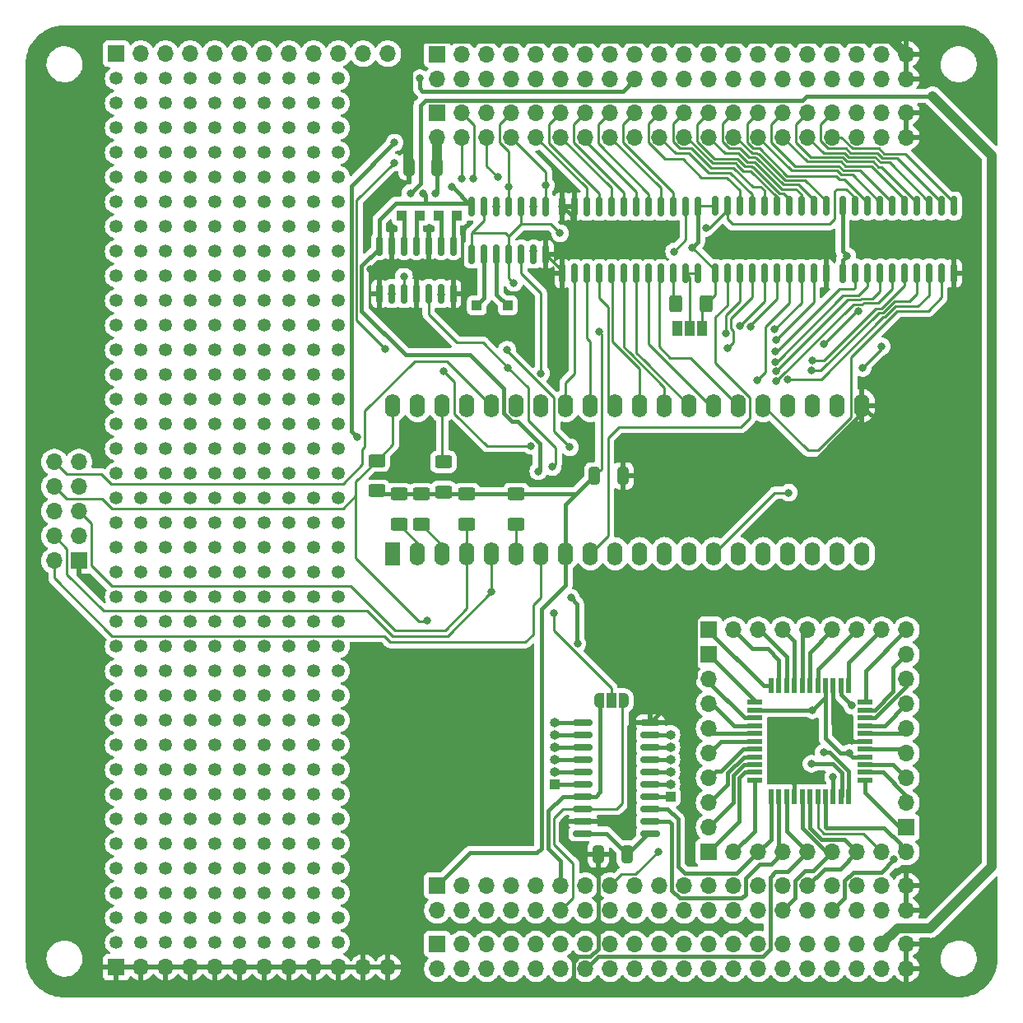
<source format=gbr>
%TF.GenerationSoftware,KiCad,Pcbnew,7.0.5-7.0.5~ubuntu20.04.1*%
%TF.CreationDate,2023-07-18T13:55:00+02:00*%
%TF.ProjectId,CPU6502_6802,43505536-3530-4325-9f36-3830322e6b69,rev?*%
%TF.SameCoordinates,Original*%
%TF.FileFunction,Copper,L1,Top*%
%TF.FilePolarity,Positive*%
%FSLAX46Y46*%
G04 Gerber Fmt 4.6, Leading zero omitted, Abs format (unit mm)*
G04 Created by KiCad (PCBNEW 7.0.5-7.0.5~ubuntu20.04.1) date 2023-07-18 13:55:00*
%MOMM*%
%LPD*%
G01*
G04 APERTURE LIST*
G04 Aperture macros list*
%AMRoundRect*
0 Rectangle with rounded corners*
0 $1 Rounding radius*
0 $2 $3 $4 $5 $6 $7 $8 $9 X,Y pos of 4 corners*
0 Add a 4 corners polygon primitive as box body*
4,1,4,$2,$3,$4,$5,$6,$7,$8,$9,$2,$3,0*
0 Add four circle primitives for the rounded corners*
1,1,$1+$1,$2,$3*
1,1,$1+$1,$4,$5*
1,1,$1+$1,$6,$7*
1,1,$1+$1,$8,$9*
0 Add four rect primitives between the rounded corners*
20,1,$1+$1,$2,$3,$4,$5,0*
20,1,$1+$1,$4,$5,$6,$7,0*
20,1,$1+$1,$6,$7,$8,$9,0*
20,1,$1+$1,$8,$9,$2,$3,0*%
%AMFreePoly0*
4,1,19,0.550000,-0.750000,0.000000,-0.750000,0.000000,-0.744911,-0.071157,-0.744911,-0.207708,-0.704816,-0.327430,-0.627875,-0.420627,-0.520320,-0.479746,-0.390866,-0.500000,-0.250000,-0.500000,0.250000,-0.479746,0.390866,-0.420627,0.520320,-0.327430,0.627875,-0.207708,0.704816,-0.071157,0.744911,0.000000,0.744911,0.000000,0.750000,0.550000,0.750000,0.550000,-0.750000,0.550000,-0.750000,
$1*%
%AMFreePoly1*
4,1,19,0.000000,0.744911,0.071157,0.744911,0.207708,0.704816,0.327430,0.627875,0.420627,0.520320,0.479746,0.390866,0.500000,0.250000,0.500000,-0.250000,0.479746,-0.390866,0.420627,-0.520320,0.327430,-0.627875,0.207708,-0.704816,0.071157,-0.744911,0.000000,-0.744911,0.000000,-0.750000,-0.550000,-0.750000,-0.550000,0.750000,0.000000,0.750000,0.000000,0.744911,0.000000,0.744911,
$1*%
G04 Aperture macros list end*
%TA.AperFunction,SMDPad,CuDef*%
%ADD10RoundRect,0.250000X-0.325000X-0.650000X0.325000X-0.650000X0.325000X0.650000X-0.325000X0.650000X0*%
%TD*%
%TA.AperFunction,ComponentPad*%
%ADD11R,1.000000X1.000000*%
%TD*%
%TA.AperFunction,ComponentPad*%
%ADD12R,1.700000X1.700000*%
%TD*%
%TA.AperFunction,ComponentPad*%
%ADD13O,1.700000X1.700000*%
%TD*%
%TA.AperFunction,SMDPad,CuDef*%
%ADD14RoundRect,0.150000X0.150000X-0.837500X0.150000X0.837500X-0.150000X0.837500X-0.150000X-0.837500X0*%
%TD*%
%TA.AperFunction,ComponentPad*%
%ADD15C,1.350000*%
%TD*%
%TA.AperFunction,SMDPad,CuDef*%
%ADD16RoundRect,0.150000X-0.150000X0.837500X-0.150000X-0.837500X0.150000X-0.837500X0.150000X0.837500X0*%
%TD*%
%TA.AperFunction,ComponentPad*%
%ADD17O,1.000000X1.000000*%
%TD*%
%TA.AperFunction,SMDPad,CuDef*%
%ADD18RoundRect,0.250000X-0.625000X0.400000X-0.625000X-0.400000X0.625000X-0.400000X0.625000X0.400000X0*%
%TD*%
%TA.AperFunction,SMDPad,CuDef*%
%ADD19RoundRect,0.250000X0.625000X-0.400000X0.625000X0.400000X-0.625000X0.400000X-0.625000X-0.400000X0*%
%TD*%
%TA.AperFunction,SMDPad,CuDef*%
%ADD20RoundRect,0.250000X0.325000X0.650000X-0.325000X0.650000X-0.325000X-0.650000X0.325000X-0.650000X0*%
%TD*%
%TA.AperFunction,SMDPad,CuDef*%
%ADD21RoundRect,0.150000X0.837500X0.150000X-0.837500X0.150000X-0.837500X-0.150000X0.837500X-0.150000X0*%
%TD*%
%TA.AperFunction,ComponentPad*%
%ADD22R,1.600000X2.400000*%
%TD*%
%TA.AperFunction,ComponentPad*%
%ADD23O,1.600000X2.400000*%
%TD*%
%TA.AperFunction,SMDPad,CuDef*%
%ADD24FreePoly0,180.000000*%
%TD*%
%TA.AperFunction,SMDPad,CuDef*%
%ADD25R,1.000000X1.500000*%
%TD*%
%TA.AperFunction,SMDPad,CuDef*%
%ADD26FreePoly1,180.000000*%
%TD*%
%TA.AperFunction,SMDPad,CuDef*%
%ADD27RoundRect,0.150000X0.150000X-0.825000X0.150000X0.825000X-0.150000X0.825000X-0.150000X-0.825000X0*%
%TD*%
%TA.AperFunction,SMDPad,CuDef*%
%ADD28RoundRect,0.250000X0.400000X0.625000X-0.400000X0.625000X-0.400000X-0.625000X0.400000X-0.625000X0*%
%TD*%
%TA.AperFunction,SMDPad,CuDef*%
%ADD29R,0.550000X1.500000*%
%TD*%
%TA.AperFunction,SMDPad,CuDef*%
%ADD30R,1.500000X0.550000*%
%TD*%
%TA.AperFunction,ViaPad*%
%ADD31C,0.800000*%
%TD*%
%TA.AperFunction,Conductor*%
%ADD32C,0.250000*%
%TD*%
%TA.AperFunction,Conductor*%
%ADD33C,0.400000*%
%TD*%
%TA.AperFunction,Conductor*%
%ADD34C,1.000000*%
%TD*%
G04 APERTURE END LIST*
D10*
%TO.P,C5,1*%
%TO.N,+5V*%
X155878000Y-91694000D03*
%TO.P,C5,2*%
%TO.N,GND*%
X158828000Y-91694000D03*
%TD*%
D11*
%TO.P,J10,1,Pin_1*%
%TO.N,Net-(J10-Pin_1)*%
X146939000Y-74168000D03*
%TD*%
D12*
%TO.P,J8,1,Pin_1*%
%TO.N,/~{BUSFREE}*%
X167640000Y-130389005D03*
D13*
%TO.P,J8,2,Pin_2*%
%TO.N,/~{RST}*%
X170180000Y-130389005D03*
%TO.P,J8,3,Pin_3*%
%TO.N,/PH0_c*%
X172720000Y-130389005D03*
%TO.P,J8,4,Pin_4*%
%TO.N,/~{PH0_c}*%
X175260000Y-130389005D03*
%TO.P,J8,5,Pin_5*%
%TO.N,/CLKF*%
X177800000Y-130389005D03*
%TO.P,J8,6,Pin_6*%
%TO.N,/MOSI*%
X180340000Y-130389005D03*
%TO.P,J8,7,Pin_7*%
%TO.N,/SCK*%
X182880000Y-130389005D03*
%TO.P,J8,8,Pin_8*%
%TO.N,/A15*%
X185420000Y-130389005D03*
%TO.P,J8,9,Pin_9*%
%TO.N,/A14*%
X187960000Y-130389005D03*
%TD*%
D14*
%TO.P,U2,1,A->B*%
%TO.N,/Buffers/VBuffer*%
X168249600Y-70866000D03*
%TO.P,U2,2,A0*%
%TO.N,/CA0*%
X169519600Y-70866000D03*
%TO.P,U2,3,A1*%
%TO.N,/CA1*%
X170789600Y-70866000D03*
%TO.P,U2,4,A2*%
%TO.N,/CA2*%
X172059600Y-70866000D03*
%TO.P,U2,5,A3*%
%TO.N,/CA3*%
X173329600Y-70866000D03*
%TO.P,U2,6,A4*%
%TO.N,/CA4*%
X174599600Y-70866000D03*
%TO.P,U2,7,A5*%
%TO.N,/CA5*%
X175869600Y-70866000D03*
%TO.P,U2,8,A6*%
%TO.N,/CA6*%
X177139600Y-70866000D03*
%TO.P,U2,9,A7*%
%TO.N,/CA7*%
X178409600Y-70866000D03*
%TO.P,U2,10,GND*%
%TO.N,GND*%
X179679600Y-70866000D03*
%TO.P,U2,11,B7*%
%TO.N,/A7*%
X179679600Y-63941000D03*
%TO.P,U2,12,B6*%
%TO.N,/A6*%
X178409600Y-63941000D03*
%TO.P,U2,13,B5*%
%TO.N,/A5*%
X177139600Y-63941000D03*
%TO.P,U2,14,B4*%
%TO.N,/A4*%
X175869600Y-63941000D03*
%TO.P,U2,15,B3*%
%TO.N,/A3*%
X174599600Y-63941000D03*
%TO.P,U2,16,B2*%
%TO.N,/A2*%
X173329600Y-63941000D03*
%TO.P,U2,17,B1*%
%TO.N,/A1*%
X172059600Y-63941000D03*
%TO.P,U2,18,B0*%
%TO.N,/A0*%
X170789600Y-63941000D03*
%TO.P,U2,19,CE*%
%TO.N,/~{AOE}*%
X169519600Y-63941000D03*
%TO.P,U2,20,VCC*%
%TO.N,/Buffers/VBuffer*%
X168249600Y-63941000D03*
%TD*%
D15*
%TO.P,J26,1,Pin_1*%
%TO.N,unconnected-(J26-Pin_1-Pad1)*%
X129540000Y-139700000D03*
%TO.P,J26,2,Pin_2*%
%TO.N,unconnected-(J26-Pin_2-Pad2)*%
X129540000Y-137160000D03*
%TO.P,J26,3,Pin_3*%
%TO.N,unconnected-(J26-Pin_3-Pad3)*%
X129540000Y-134620000D03*
%TO.P,J26,4,Pin_4*%
%TO.N,unconnected-(J26-Pin_4-Pad4)*%
X129540000Y-132080000D03*
%TO.P,J26,5,Pin_5*%
%TO.N,unconnected-(J26-Pin_5-Pad5)*%
X129540000Y-129540000D03*
%TO.P,J26,6,Pin_6*%
%TO.N,unconnected-(J26-Pin_6-Pad6)*%
X129540000Y-127000000D03*
%TO.P,J26,7,Pin_7*%
%TO.N,unconnected-(J26-Pin_7-Pad7)*%
X129540000Y-124460000D03*
%TO.P,J26,8,Pin_8*%
%TO.N,unconnected-(J26-Pin_8-Pad8)*%
X129540000Y-121920000D03*
%TO.P,J26,9,Pin_9*%
%TO.N,unconnected-(J26-Pin_9-Pad9)*%
X129540000Y-119380000D03*
%TO.P,J26,10,Pin_10*%
%TO.N,unconnected-(J26-Pin_10-Pad10)*%
X129540000Y-116840000D03*
%TO.P,J26,11,Pin_11*%
%TO.N,unconnected-(J26-Pin_11-Pad11)*%
X129540000Y-114300000D03*
%TO.P,J26,12,Pin_12*%
%TO.N,unconnected-(J26-Pin_12-Pad12)*%
X129540000Y-111760000D03*
%TO.P,J26,13,Pin_13*%
%TO.N,unconnected-(J26-Pin_13-Pad13)*%
X129540000Y-109220000D03*
%TO.P,J26,14,Pin_14*%
%TO.N,unconnected-(J26-Pin_14-Pad14)*%
X129540000Y-106680000D03*
%TO.P,J26,15,Pin_15*%
%TO.N,unconnected-(J26-Pin_15-Pad15)*%
X129540000Y-104140000D03*
%TO.P,J26,16,Pin_16*%
%TO.N,unconnected-(J26-Pin_16-Pad16)*%
X129540000Y-101600000D03*
%TO.P,J26,17,Pin_17*%
%TO.N,unconnected-(J26-Pin_17-Pad17)*%
X129540000Y-99060000D03*
%TO.P,J26,18,Pin_18*%
%TO.N,unconnected-(J26-Pin_18-Pad18)*%
X129540000Y-96520000D03*
%TO.P,J26,19,Pin_19*%
%TO.N,unconnected-(J26-Pin_19-Pad19)*%
X129540000Y-93980000D03*
%TO.P,J26,20,Pin_20*%
%TO.N,unconnected-(J26-Pin_20-Pad20)*%
X129540000Y-91440000D03*
%TO.P,J26,21,Pin_21*%
%TO.N,unconnected-(J26-Pin_21-Pad21)*%
X129540000Y-88900000D03*
%TO.P,J26,22,Pin_22*%
%TO.N,unconnected-(J26-Pin_22-Pad22)*%
X129540000Y-86360000D03*
%TO.P,J26,23,Pin_23*%
%TO.N,unconnected-(J26-Pin_23-Pad23)*%
X129540000Y-83820000D03*
%TO.P,J26,24,Pin_24*%
%TO.N,unconnected-(J26-Pin_24-Pad24)*%
X129540000Y-81280000D03*
%TO.P,J26,25,Pin_25*%
%TO.N,unconnected-(J26-Pin_25-Pad25)*%
X129540000Y-78740000D03*
%TO.P,J26,26,Pin_26*%
%TO.N,unconnected-(J26-Pin_26-Pad26)*%
X129540000Y-76200000D03*
%TO.P,J26,27,Pin_27*%
%TO.N,unconnected-(J26-Pin_27-Pad27)*%
X129540000Y-73660000D03*
%TO.P,J26,28,Pin_28*%
%TO.N,unconnected-(J26-Pin_28-Pad28)*%
X129540000Y-71120000D03*
%TO.P,J26,29,Pin_29*%
%TO.N,unconnected-(J26-Pin_29-Pad29)*%
X129540000Y-68580000D03*
%TO.P,J26,30,Pin_30*%
%TO.N,unconnected-(J26-Pin_30-Pad30)*%
X129540000Y-66040000D03*
%TO.P,J26,31,Pin_31*%
%TO.N,unconnected-(J26-Pin_31-Pad31)*%
X129540000Y-63500000D03*
%TO.P,J26,32,Pin_32*%
%TO.N,unconnected-(J26-Pin_32-Pad32)*%
X129540000Y-60960000D03*
%TO.P,J26,33,Pin_33*%
%TO.N,unconnected-(J26-Pin_33-Pad33)*%
X129540000Y-58420000D03*
%TO.P,J26,34,Pin_34*%
%TO.N,unconnected-(J26-Pin_34-Pad34)*%
X129540000Y-55880000D03*
%TO.P,J26,35,Pin_35*%
%TO.N,unconnected-(J26-Pin_35-Pad35)*%
X129540000Y-53340000D03*
%TO.P,J26,36,Pin_36*%
%TO.N,unconnected-(J26-Pin_36-Pad36)*%
X129540000Y-50800000D03*
%TO.P,J26,37,Pin_37*%
%TO.N,unconnected-(J26-Pin_37-Pad37)*%
X127000000Y-50800000D03*
%TO.P,J26,38,Pin_38*%
%TO.N,unconnected-(J26-Pin_38-Pad38)*%
X127000000Y-53340000D03*
%TO.P,J26,39,Pin_39*%
%TO.N,unconnected-(J26-Pin_39-Pad39)*%
X127000000Y-55880000D03*
%TO.P,J26,40,Pin_40*%
%TO.N,unconnected-(J26-Pin_40-Pad40)*%
X127000000Y-58420000D03*
%TO.P,J26,41,Pin_41*%
%TO.N,unconnected-(J26-Pin_41-Pad41)*%
X127000000Y-60960000D03*
%TO.P,J26,42,Pin_42*%
%TO.N,unconnected-(J26-Pin_42-Pad42)*%
X127000000Y-63500000D03*
%TO.P,J26,43,Pin_43*%
%TO.N,unconnected-(J26-Pin_43-Pad43)*%
X127000000Y-66040000D03*
%TO.P,J26,44,Pin_44*%
%TO.N,unconnected-(J26-Pin_44-Pad44)*%
X127000000Y-68580000D03*
%TO.P,J26,45,Pin_45*%
%TO.N,unconnected-(J26-Pin_45-Pad45)*%
X127000000Y-71120000D03*
%TO.P,J26,46,Pin_46*%
%TO.N,unconnected-(J26-Pin_46-Pad46)*%
X127000000Y-73660000D03*
%TO.P,J26,47,Pin_47*%
%TO.N,unconnected-(J26-Pin_47-Pad47)*%
X127000000Y-76200000D03*
%TO.P,J26,48,Pin_48*%
%TO.N,unconnected-(J26-Pin_48-Pad48)*%
X127000000Y-78740000D03*
%TO.P,J26,49,Pin_49*%
%TO.N,unconnected-(J26-Pin_49-Pad49)*%
X127000000Y-81280000D03*
%TO.P,J26,50,Pin_50*%
%TO.N,unconnected-(J26-Pin_50-Pad50)*%
X127000000Y-83820000D03*
%TO.P,J26,51,Pin_51*%
%TO.N,unconnected-(J26-Pin_51-Pad51)*%
X127000000Y-86360000D03*
%TO.P,J26,52,Pin_52*%
%TO.N,unconnected-(J26-Pin_52-Pad52)*%
X127000000Y-88900000D03*
%TO.P,J26,53,Pin_53*%
%TO.N,unconnected-(J26-Pin_53-Pad53)*%
X127000000Y-91440000D03*
%TO.P,J26,54,Pin_54*%
%TO.N,unconnected-(J26-Pin_54-Pad54)*%
X127000000Y-93980000D03*
%TO.P,J26,55,Pin_55*%
%TO.N,unconnected-(J26-Pin_55-Pad55)*%
X127000000Y-96520000D03*
%TO.P,J26,56,Pin_56*%
%TO.N,unconnected-(J26-Pin_56-Pad56)*%
X127000000Y-99060000D03*
%TO.P,J26,57,Pin_57*%
%TO.N,unconnected-(J26-Pin_57-Pad57)*%
X127000000Y-101600000D03*
%TO.P,J26,58,Pin_58*%
%TO.N,unconnected-(J26-Pin_58-Pad58)*%
X127000000Y-104140000D03*
%TO.P,J26,59,Pin_59*%
%TO.N,unconnected-(J26-Pin_59-Pad59)*%
X127000000Y-106680000D03*
%TO.P,J26,60,Pin_60*%
%TO.N,unconnected-(J26-Pin_60-Pad60)*%
X127000000Y-109220000D03*
%TO.P,J26,61,Pin_61*%
%TO.N,unconnected-(J26-Pin_61-Pad61)*%
X127000000Y-111760000D03*
%TO.P,J26,62,Pin_62*%
%TO.N,unconnected-(J26-Pin_62-Pad62)*%
X127000000Y-114300000D03*
%TO.P,J26,63,Pin_63*%
%TO.N,unconnected-(J26-Pin_63-Pad63)*%
X127000000Y-116840000D03*
%TO.P,J26,64,Pin_64*%
%TO.N,unconnected-(J26-Pin_64-Pad64)*%
X127000000Y-119380000D03*
%TO.P,J26,65,Pin_65*%
%TO.N,unconnected-(J26-Pin_65-Pad65)*%
X127000000Y-121920000D03*
%TO.P,J26,66,Pin_66*%
%TO.N,unconnected-(J26-Pin_66-Pad66)*%
X127000000Y-124460000D03*
%TO.P,J26,67,Pin_67*%
%TO.N,unconnected-(J26-Pin_67-Pad67)*%
X127000000Y-127000000D03*
%TO.P,J26,68,Pin_68*%
%TO.N,unconnected-(J26-Pin_68-Pad68)*%
X127000000Y-129540000D03*
%TO.P,J26,69,Pin_69*%
%TO.N,unconnected-(J26-Pin_69-Pad69)*%
X127000000Y-132080000D03*
%TO.P,J26,70,Pin_70*%
%TO.N,unconnected-(J26-Pin_70-Pad70)*%
X127000000Y-134620000D03*
%TO.P,J26,71,Pin_71*%
%TO.N,unconnected-(J26-Pin_71-Pad71)*%
X127000000Y-137160000D03*
%TO.P,J26,72,Pin_72*%
%TO.N,unconnected-(J26-Pin_72-Pad72)*%
X127000000Y-139700000D03*
%TD*%
D12*
%TO.P,J1,1,Pin_1*%
%TO.N,+5V*%
X139700000Y-48303005D03*
D13*
%TO.P,J1,2,Pin_2*%
X139700000Y-50843005D03*
%TO.P,J1,3,Pin_3*%
%TO.N,/PHI1_e*%
X142240000Y-48303005D03*
%TO.P,J1,4,Pin_4*%
%TO.N,/PHI2_e*%
X142240000Y-50843005D03*
%TO.P,J1,5,Pin_5*%
%TO.N,/~{IORD}*%
X144780000Y-48303005D03*
%TO.P,J1,6,Pin_6*%
%TO.N,/R{slash}~{W}_e*%
X144780000Y-50843005D03*
%TO.P,J1,7,Pin_7*%
%TO.N,/~{MRD}*%
X147320000Y-48303005D03*
%TO.P,J1,8,Pin_8*%
%TO.N,/~{MWR}*%
X147320000Y-50843005D03*
%TO.P,J1,9,Pin_9*%
%TO.N,/~{IOWR}*%
X149860000Y-48303005D03*
%TO.P,J1,10,Pin_10*%
%TO.N,/D0*%
X149860000Y-50843005D03*
%TO.P,J1,11,Pin_11*%
%TO.N,/D1*%
X152400000Y-48303005D03*
%TO.P,J1,12,Pin_12*%
%TO.N,/D2*%
X152400000Y-50843005D03*
%TO.P,J1,13,Pin_13*%
%TO.N,/D3*%
X154940000Y-48303005D03*
%TO.P,J1,14,Pin_14*%
%TO.N,/D4*%
X154940000Y-50843005D03*
%TO.P,J1,15,Pin_15*%
%TO.N,/D5*%
X157480000Y-48303005D03*
%TO.P,J1,16,Pin_16*%
%TO.N,/D6*%
X157480000Y-50843005D03*
%TO.P,J1,17,Pin_17*%
%TO.N,/D7*%
X160020000Y-48303005D03*
%TO.P,J1,18,Pin_18*%
%TO.N,/~{RST}*%
X160020000Y-50843005D03*
%TO.P,J1,19,Pin_19*%
%TO.N,/A0*%
X162560000Y-48303005D03*
%TO.P,J1,20,Pin_20*%
%TO.N,/A1*%
X162560000Y-50843005D03*
%TO.P,J1,21,Pin_21*%
%TO.N,/A2*%
X165100000Y-48303005D03*
%TO.P,J1,22,Pin_22*%
%TO.N,/A3*%
X165100000Y-50843005D03*
%TO.P,J1,23,Pin_23*%
%TO.N,/A4*%
X167640000Y-48303005D03*
%TO.P,J1,24,Pin_24*%
%TO.N,/A5*%
X167640000Y-50843005D03*
%TO.P,J1,25,Pin_25*%
%TO.N,/A6*%
X170180000Y-48303005D03*
%TO.P,J1,26,Pin_26*%
%TO.N,/A7*%
X170180000Y-50843005D03*
%TO.P,J1,27,Pin_27*%
%TO.N,/A8*%
X172720000Y-48303005D03*
%TO.P,J1,28,Pin_28*%
%TO.N,/A9*%
X172720000Y-50843005D03*
%TO.P,J1,29,Pin_29*%
%TO.N,/A10*%
X175260000Y-48303005D03*
%TO.P,J1,30,Pin_30*%
%TO.N,/A11*%
X175260000Y-50843005D03*
%TO.P,J1,31,Pin_31*%
%TO.N,/A12*%
X177800000Y-48303005D03*
%TO.P,J1,32,Pin_32*%
%TO.N,/A13*%
X177800000Y-50843005D03*
%TO.P,J1,33,Pin_33*%
%TO.N,/A14*%
X180340000Y-48303005D03*
%TO.P,J1,34,Pin_34*%
%TO.N,/A15*%
X180340000Y-50843005D03*
%TO.P,J1,35,Pin_35*%
%TO.N,/A16*%
X182880000Y-48303005D03*
%TO.P,J1,36,Pin_36*%
%TO.N,/A17*%
X182880000Y-50843005D03*
%TO.P,J1,37,Pin_37*%
%TO.N,/A18*%
X185420000Y-48303005D03*
%TO.P,J1,38,Pin_38*%
%TO.N,/A19*%
X185420000Y-50843005D03*
%TO.P,J1,39,Pin_39*%
%TO.N,GND*%
X187960000Y-48303005D03*
%TO.P,J1,40,Pin_40*%
X187960000Y-50843005D03*
%TD*%
D14*
%TO.P,U3,1,A->B*%
%TO.N,/Buffers/VBuffer*%
X181406800Y-70849800D03*
%TO.P,U3,2,A0*%
%TO.N,/CA8*%
X182676800Y-70849800D03*
%TO.P,U3,3,A1*%
%TO.N,/CA9*%
X183946800Y-70849800D03*
%TO.P,U3,4,A2*%
%TO.N,/CA10*%
X185216800Y-70849800D03*
%TO.P,U3,5,A3*%
%TO.N,/CA11*%
X186486800Y-70849800D03*
%TO.P,U3,6,A4*%
%TO.N,/CA12*%
X187756800Y-70849800D03*
%TO.P,U3,7,A5*%
%TO.N,/CA13*%
X189026800Y-70849800D03*
%TO.P,U3,8,A6*%
%TO.N,/CA14*%
X190296800Y-70849800D03*
%TO.P,U3,9,A7*%
%TO.N,/CA15*%
X191566800Y-70849800D03*
%TO.P,U3,10,GND*%
%TO.N,GND*%
X192836800Y-70849800D03*
%TO.P,U3,11,B7*%
%TO.N,/A15*%
X192836800Y-63924800D03*
%TO.P,U3,12,B6*%
%TO.N,/A14*%
X191566800Y-63924800D03*
%TO.P,U3,13,B5*%
%TO.N,/A13*%
X190296800Y-63924800D03*
%TO.P,U3,14,B4*%
%TO.N,/A12*%
X189026800Y-63924800D03*
%TO.P,U3,15,B3*%
%TO.N,/A11*%
X187756800Y-63924800D03*
%TO.P,U3,16,B2*%
%TO.N,/A10*%
X186486800Y-63924800D03*
%TO.P,U3,17,B1*%
%TO.N,/A9*%
X185216800Y-63924800D03*
%TO.P,U3,18,B0*%
%TO.N,/A8*%
X183946800Y-63924800D03*
%TO.P,U3,19,CE*%
%TO.N,/~{AOE}*%
X182676800Y-63924800D03*
%TO.P,U3,20,VCC*%
%TO.N,/Buffers/VBuffer*%
X181406800Y-63924800D03*
%TD*%
D16*
%TO.P,U5,1,VCCA*%
%TO.N,/Buffers/VBuffer*%
X166522400Y-63957200D03*
%TO.P,U5,2,A->B*%
%TO.N,/DDIR*%
X165252400Y-63957200D03*
%TO.P,U5,3,A0*%
%TO.N,/D7*%
X163982400Y-63957200D03*
%TO.P,U5,4,A1*%
%TO.N,/D6*%
X162712400Y-63957200D03*
%TO.P,U5,5,A2*%
%TO.N,/D5*%
X161442400Y-63957200D03*
%TO.P,U5,6,A3*%
%TO.N,/D4*%
X160172400Y-63957200D03*
%TO.P,U5,7,A4*%
%TO.N,/D3*%
X158902400Y-63957200D03*
%TO.P,U5,8,A5*%
%TO.N,/D2*%
X157632400Y-63957200D03*
%TO.P,U5,9,A6*%
%TO.N,/D1*%
X156362400Y-63957200D03*
%TO.P,U5,10,A7*%
%TO.N,/D0*%
X155092400Y-63957200D03*
%TO.P,U5,11,GND*%
%TO.N,GND*%
X153822400Y-63957200D03*
%TO.P,U5,12,GND*%
X152552400Y-63957200D03*
%TO.P,U5,13,GND*%
X152552400Y-70882200D03*
%TO.P,U5,14,B7*%
%TO.N,/CD0*%
X153822400Y-70882200D03*
%TO.P,U5,15,B6*%
%TO.N,/CD1*%
X155092400Y-70882200D03*
%TO.P,U5,16,B5*%
%TO.N,/CD2*%
X156362400Y-70882200D03*
%TO.P,U5,17,B4*%
%TO.N,/CD3*%
X157632400Y-70882200D03*
%TO.P,U5,18,B3*%
%TO.N,/CD4*%
X158902400Y-70882200D03*
%TO.P,U5,19,B2*%
%TO.N,/CD5*%
X160172400Y-70882200D03*
%TO.P,U5,20,B1*%
%TO.N,/CD6*%
X161442400Y-70882200D03*
%TO.P,U5,21,B0*%
%TO.N,/CD7*%
X162712400Y-70882200D03*
%TO.P,U5,22,CE*%
%TO.N,/~{DOE}*%
X163982400Y-70882200D03*
%TO.P,U5,23,VCCB*%
%TO.N,Net-(JP8-C)*%
X165252400Y-70882200D03*
%TO.P,U5,24,VCCB*%
X166522400Y-70882200D03*
%TD*%
D11*
%TO.P,J31,1,Pin_1*%
%TO.N,Net-(J31-Pin_1)*%
X163677600Y-124663200D03*
D17*
%TO.P,J31,2,Pin_2*%
%TO.N,Net-(J31-Pin_2)*%
X163677600Y-123393200D03*
%TO.P,J31,3,Pin_3*%
%TO.N,Net-(J31-Pin_3)*%
X163677600Y-122123200D03*
%TO.P,J31,4,Pin_4*%
%TO.N,Net-(J31-Pin_4)*%
X163677600Y-120853200D03*
%TO.P,J31,5,Pin_5*%
%TO.N,Net-(J31-Pin_5)*%
X163677600Y-119583200D03*
%TO.P,J31,6,Pin_6*%
%TO.N,Net-(J31-Pin_6)*%
X163677600Y-118313200D03*
%TD*%
D18*
%TO.P,R3,1*%
%TO.N,+5V*%
X138049000Y-93573000D03*
%TO.P,R3,2*%
%TO.N,/PHI1*%
X138049000Y-96673000D03*
%TD*%
D19*
%TO.P,R4,1*%
%TO.N,+5V*%
X133477000Y-93218000D03*
%TO.P,R4,2*%
%TO.N,/~{RST}*%
X133477000Y-90118000D03*
%TD*%
D12*
%TO.P,J5,1,Pin_1*%
%TO.N,/~{WR}c*%
X167640000Y-107529005D03*
D13*
%TO.P,J5,2,Pin_2*%
%TO.N,/~{AOE}*%
X170180000Y-107529005D03*
%TO.P,J5,3,Pin_3*%
%TO.N,/~{DOE}*%
X172720000Y-107529005D03*
%TO.P,J5,4,Pin_4*%
%TO.N,/A0*%
X175260000Y-107529005D03*
%TO.P,J5,5,Pin_5*%
%TO.N,/A1*%
X177800000Y-107529005D03*
%TO.P,J5,6,Pin_6*%
%TO.N,/A2*%
X180340000Y-107529005D03*
%TO.P,J5,7,Pin_7*%
%TO.N,/A3*%
X182880000Y-107529005D03*
%TO.P,J5,8,Pin_8*%
%TO.N,/A4*%
X185420000Y-107529005D03*
%TO.P,J5,9,Pin_9*%
%TO.N,/A5*%
X187960000Y-107529005D03*
%TD*%
D12*
%TO.P,J4,1,Pin_1*%
%TO.N,+5V*%
X139700000Y-133849005D03*
D13*
%TO.P,J4,2,Pin_2*%
X139700000Y-136389005D03*
%TO.P,J4,3,Pin_3*%
%TO.N,/RX2*%
X142240000Y-133849005D03*
%TO.P,J4,4,Pin_4*%
%TO.N,/TX2*%
X142240000Y-136389005D03*
%TO.P,J4,5,Pin_5*%
%TO.N,/RX3*%
X144780000Y-133849005D03*
%TO.P,J4,6,Pin_6*%
%TO.N,/TX3*%
X144780000Y-136389005D03*
%TO.P,J4,7,Pin_7*%
%TO.N,/RES0*%
X147320000Y-133849005D03*
%TO.P,J4,8,Pin_8*%
%TO.N,/TX1*%
X147320000Y-136389005D03*
%TO.P,J4,9,Pin_9*%
%TO.N,/RES1*%
X149860000Y-133849005D03*
%TO.P,J4,10,Pin_10*%
%TO.N,/RX1*%
X149860000Y-136389005D03*
%TO.P,J4,11,Pin_11*%
%TO.N,/PH0*%
X152400000Y-133849005D03*
%TO.P,J4,12,Pin_12*%
%TO.N,/~{PH0}*%
X152400000Y-136389005D03*
%TO.P,J4,13,Pin_13*%
%TO.N,/CLKS*%
X154940000Y-133849005D03*
%TO.P,J4,14,Pin_14*%
%TO.N,/CLKF*%
X154940000Y-136389005D03*
%TO.P,J4,15,Pin_15*%
%TO.N,/~{BUSFREE}*%
X157480000Y-133849005D03*
%TO.P,J4,16,Pin_16*%
%TO.N,/~{RAMWE13}*%
X157480000Y-136389005D03*
%TO.P,J4,17,Pin_17*%
%TO.N,/~{RAMWE12}*%
X160020000Y-133849005D03*
%TO.P,J4,18,Pin_18*%
%TO.N,/~{RAMWE11}*%
X160020000Y-136389005D03*
%TO.P,J4,19,Pin_19*%
%TO.N,/~{RAMWE10}*%
X162560000Y-133849005D03*
%TO.P,J4,20,Pin_20*%
%TO.N,/~{RAMWE9}*%
X162560000Y-136389005D03*
%TO.P,J4,21,Pin_21*%
%TO.N,/~{RAMWE8}*%
X165100000Y-133849005D03*
%TO.P,J4,22,Pin_22*%
%TO.N,/~{RAMWE7}*%
X165100000Y-136389005D03*
%TO.P,J4,23,Pin_23*%
%TO.N,/~{RAMWE6}*%
X167640000Y-133849005D03*
%TO.P,J4,24,Pin_24*%
%TO.N,/~{RAMWE5}*%
X167640000Y-136389005D03*
%TO.P,J4,25,Pin_25*%
%TO.N,/~{RAMWE4}*%
X170180000Y-133849005D03*
%TO.P,J4,26,Pin_26*%
%TO.N,/~{RAMWE3}*%
X170180000Y-136389005D03*
%TO.P,J4,27,Pin_27*%
%TO.N,/~{RAMWE2}*%
X172720000Y-133849005D03*
%TO.P,J4,28,Pin_28*%
%TO.N,/~{RAMWE1}*%
X172720000Y-136389005D03*
%TO.P,J4,29,Pin_29*%
%TO.N,/~{RAMWE0}*%
X175260000Y-133849005D03*
%TO.P,J4,30,Pin_30*%
%TO.N,/MOSI*%
X175260000Y-136389005D03*
%TO.P,J4,31,Pin_31*%
%TO.N,/SCK*%
X177800000Y-133849005D03*
%TO.P,J4,32,Pin_32*%
%TO.N,/Bus/TDRTN*%
X177800000Y-136389005D03*
%TO.P,J4,33,Pin_33*%
%TO.N,/TMS*%
X180340000Y-133849005D03*
%TO.P,J4,34,Pin_34*%
%TO.N,/TDO*%
X180340000Y-136389005D03*
%TO.P,J4,35,Pin_35*%
%TO.N,/TCK*%
X182880000Y-133849005D03*
%TO.P,J4,36,Pin_36*%
%TO.N,/TDI*%
X182880000Y-136389005D03*
%TO.P,J4,37,Pin_37*%
%TO.N,+3V3*%
X185420000Y-133849005D03*
%TO.P,J4,38,Pin_38*%
X185420000Y-136389005D03*
%TO.P,J4,39,Pin_39*%
%TO.N,GND*%
X187960000Y-133849005D03*
%TO.P,J4,40,Pin_40*%
X187960000Y-136389005D03*
%TD*%
D20*
%TO.P,C4,1*%
%TO.N,/Buffers/VBuffer*%
X159210800Y-130606800D03*
%TO.P,C4,2*%
%TO.N,GND*%
X156260800Y-130606800D03*
%TD*%
D15*
%TO.P,J24,1,Pin_1*%
%TO.N,unconnected-(J24-Pin_1-Pad1)*%
X119380000Y-139700000D03*
%TO.P,J24,2,Pin_2*%
%TO.N,unconnected-(J24-Pin_2-Pad2)*%
X119380000Y-137160000D03*
%TO.P,J24,3,Pin_3*%
%TO.N,unconnected-(J24-Pin_3-Pad3)*%
X119380000Y-134620000D03*
%TO.P,J24,4,Pin_4*%
%TO.N,unconnected-(J24-Pin_4-Pad4)*%
X119380000Y-132080000D03*
%TO.P,J24,5,Pin_5*%
%TO.N,unconnected-(J24-Pin_5-Pad5)*%
X119380000Y-129540000D03*
%TO.P,J24,6,Pin_6*%
%TO.N,unconnected-(J24-Pin_6-Pad6)*%
X119380000Y-127000000D03*
%TO.P,J24,7,Pin_7*%
%TO.N,unconnected-(J24-Pin_7-Pad7)*%
X119380000Y-124460000D03*
%TO.P,J24,8,Pin_8*%
%TO.N,unconnected-(J24-Pin_8-Pad8)*%
X119380000Y-121920000D03*
%TO.P,J24,9,Pin_9*%
%TO.N,unconnected-(J24-Pin_9-Pad9)*%
X119380000Y-119380000D03*
%TO.P,J24,10,Pin_10*%
%TO.N,unconnected-(J24-Pin_10-Pad10)*%
X119380000Y-116840000D03*
%TO.P,J24,11,Pin_11*%
%TO.N,unconnected-(J24-Pin_11-Pad11)*%
X119380000Y-114300000D03*
%TO.P,J24,12,Pin_12*%
%TO.N,unconnected-(J24-Pin_12-Pad12)*%
X119380000Y-111760000D03*
%TO.P,J24,13,Pin_13*%
%TO.N,unconnected-(J24-Pin_13-Pad13)*%
X119380000Y-109220000D03*
%TO.P,J24,14,Pin_14*%
%TO.N,unconnected-(J24-Pin_14-Pad14)*%
X119380000Y-106680000D03*
%TO.P,J24,15,Pin_15*%
%TO.N,unconnected-(J24-Pin_15-Pad15)*%
X119380000Y-104140000D03*
%TO.P,J24,16,Pin_16*%
%TO.N,unconnected-(J24-Pin_16-Pad16)*%
X119380000Y-101600000D03*
%TO.P,J24,17,Pin_17*%
%TO.N,unconnected-(J24-Pin_17-Pad17)*%
X119380000Y-99060000D03*
%TO.P,J24,18,Pin_18*%
%TO.N,unconnected-(J24-Pin_18-Pad18)*%
X119380000Y-96520000D03*
%TO.P,J24,19,Pin_19*%
%TO.N,unconnected-(J24-Pin_19-Pad19)*%
X119380000Y-93980000D03*
%TO.P,J24,20,Pin_20*%
%TO.N,unconnected-(J24-Pin_20-Pad20)*%
X119380000Y-91440000D03*
%TO.P,J24,21,Pin_21*%
%TO.N,unconnected-(J24-Pin_21-Pad21)*%
X119380000Y-88900000D03*
%TO.P,J24,22,Pin_22*%
%TO.N,unconnected-(J24-Pin_22-Pad22)*%
X119380000Y-86360000D03*
%TO.P,J24,23,Pin_23*%
%TO.N,unconnected-(J24-Pin_23-Pad23)*%
X119380000Y-83820000D03*
%TO.P,J24,24,Pin_24*%
%TO.N,unconnected-(J24-Pin_24-Pad24)*%
X119380000Y-81280000D03*
%TO.P,J24,25,Pin_25*%
%TO.N,unconnected-(J24-Pin_25-Pad25)*%
X119380000Y-78740000D03*
%TO.P,J24,26,Pin_26*%
%TO.N,unconnected-(J24-Pin_26-Pad26)*%
X119380000Y-76200000D03*
%TO.P,J24,27,Pin_27*%
%TO.N,unconnected-(J24-Pin_27-Pad27)*%
X119380000Y-73660000D03*
%TO.P,J24,28,Pin_28*%
%TO.N,unconnected-(J24-Pin_28-Pad28)*%
X119380000Y-71120000D03*
%TO.P,J24,29,Pin_29*%
%TO.N,unconnected-(J24-Pin_29-Pad29)*%
X119380000Y-68580000D03*
%TO.P,J24,30,Pin_30*%
%TO.N,unconnected-(J24-Pin_30-Pad30)*%
X119380000Y-66040000D03*
%TO.P,J24,31,Pin_31*%
%TO.N,unconnected-(J24-Pin_31-Pad31)*%
X119380000Y-63500000D03*
%TO.P,J24,32,Pin_32*%
%TO.N,unconnected-(J24-Pin_32-Pad32)*%
X119380000Y-60960000D03*
%TO.P,J24,33,Pin_33*%
%TO.N,unconnected-(J24-Pin_33-Pad33)*%
X119380000Y-58420000D03*
%TO.P,J24,34,Pin_34*%
%TO.N,unconnected-(J24-Pin_34-Pad34)*%
X119380000Y-55880000D03*
%TO.P,J24,35,Pin_35*%
%TO.N,unconnected-(J24-Pin_35-Pad35)*%
X119380000Y-53340000D03*
%TO.P,J24,36,Pin_36*%
%TO.N,unconnected-(J24-Pin_36-Pad36)*%
X119380000Y-50800000D03*
%TO.P,J24,37,Pin_37*%
%TO.N,unconnected-(J24-Pin_37-Pad37)*%
X116840000Y-50800000D03*
%TO.P,J24,38,Pin_38*%
%TO.N,unconnected-(J24-Pin_38-Pad38)*%
X116840000Y-53340000D03*
%TO.P,J24,39,Pin_39*%
%TO.N,unconnected-(J24-Pin_39-Pad39)*%
X116840000Y-55880000D03*
%TO.P,J24,40,Pin_40*%
%TO.N,unconnected-(J24-Pin_40-Pad40)*%
X116840000Y-58420000D03*
%TO.P,J24,41,Pin_41*%
%TO.N,unconnected-(J24-Pin_41-Pad41)*%
X116840000Y-60960000D03*
%TO.P,J24,42,Pin_42*%
%TO.N,unconnected-(J24-Pin_42-Pad42)*%
X116840000Y-63500000D03*
%TO.P,J24,43,Pin_43*%
%TO.N,unconnected-(J24-Pin_43-Pad43)*%
X116840000Y-66040000D03*
%TO.P,J24,44,Pin_44*%
%TO.N,unconnected-(J24-Pin_44-Pad44)*%
X116840000Y-68580000D03*
%TO.P,J24,45,Pin_45*%
%TO.N,unconnected-(J24-Pin_45-Pad45)*%
X116840000Y-71120000D03*
%TO.P,J24,46,Pin_46*%
%TO.N,unconnected-(J24-Pin_46-Pad46)*%
X116840000Y-73660000D03*
%TO.P,J24,47,Pin_47*%
%TO.N,unconnected-(J24-Pin_47-Pad47)*%
X116840000Y-76200000D03*
%TO.P,J24,48,Pin_48*%
%TO.N,unconnected-(J24-Pin_48-Pad48)*%
X116840000Y-78740000D03*
%TO.P,J24,49,Pin_49*%
%TO.N,unconnected-(J24-Pin_49-Pad49)*%
X116840000Y-81280000D03*
%TO.P,J24,50,Pin_50*%
%TO.N,unconnected-(J24-Pin_50-Pad50)*%
X116840000Y-83820000D03*
%TO.P,J24,51,Pin_51*%
%TO.N,unconnected-(J24-Pin_51-Pad51)*%
X116840000Y-86360000D03*
%TO.P,J24,52,Pin_52*%
%TO.N,unconnected-(J24-Pin_52-Pad52)*%
X116840000Y-88900000D03*
%TO.P,J24,53,Pin_53*%
%TO.N,unconnected-(J24-Pin_53-Pad53)*%
X116840000Y-91440000D03*
%TO.P,J24,54,Pin_54*%
%TO.N,unconnected-(J24-Pin_54-Pad54)*%
X116840000Y-93980000D03*
%TO.P,J24,55,Pin_55*%
%TO.N,unconnected-(J24-Pin_55-Pad55)*%
X116840000Y-96520000D03*
%TO.P,J24,56,Pin_56*%
%TO.N,unconnected-(J24-Pin_56-Pad56)*%
X116840000Y-99060000D03*
%TO.P,J24,57,Pin_57*%
%TO.N,unconnected-(J24-Pin_57-Pad57)*%
X116840000Y-101600000D03*
%TO.P,J24,58,Pin_58*%
%TO.N,unconnected-(J24-Pin_58-Pad58)*%
X116840000Y-104140000D03*
%TO.P,J24,59,Pin_59*%
%TO.N,unconnected-(J24-Pin_59-Pad59)*%
X116840000Y-106680000D03*
%TO.P,J24,60,Pin_60*%
%TO.N,unconnected-(J24-Pin_60-Pad60)*%
X116840000Y-109220000D03*
%TO.P,J24,61,Pin_61*%
%TO.N,unconnected-(J24-Pin_61-Pad61)*%
X116840000Y-111760000D03*
%TO.P,J24,62,Pin_62*%
%TO.N,unconnected-(J24-Pin_62-Pad62)*%
X116840000Y-114300000D03*
%TO.P,J24,63,Pin_63*%
%TO.N,unconnected-(J24-Pin_63-Pad63)*%
X116840000Y-116840000D03*
%TO.P,J24,64,Pin_64*%
%TO.N,unconnected-(J24-Pin_64-Pad64)*%
X116840000Y-119380000D03*
%TO.P,J24,65,Pin_65*%
%TO.N,unconnected-(J24-Pin_65-Pad65)*%
X116840000Y-121920000D03*
%TO.P,J24,66,Pin_66*%
%TO.N,unconnected-(J24-Pin_66-Pad66)*%
X116840000Y-124460000D03*
%TO.P,J24,67,Pin_67*%
%TO.N,unconnected-(J24-Pin_67-Pad67)*%
X116840000Y-127000000D03*
%TO.P,J24,68,Pin_68*%
%TO.N,unconnected-(J24-Pin_68-Pad68)*%
X116840000Y-129540000D03*
%TO.P,J24,69,Pin_69*%
%TO.N,unconnected-(J24-Pin_69-Pad69)*%
X116840000Y-132080000D03*
%TO.P,J24,70,Pin_70*%
%TO.N,unconnected-(J24-Pin_70-Pad70)*%
X116840000Y-134620000D03*
%TO.P,J24,71,Pin_71*%
%TO.N,unconnected-(J24-Pin_71-Pad71)*%
X116840000Y-137160000D03*
%TO.P,J24,72,Pin_72*%
%TO.N,unconnected-(J24-Pin_72-Pad72)*%
X116840000Y-139700000D03*
%TD*%
D21*
%TO.P,U6,1,A->B*%
%TO.N,/Buffers/VBuffer*%
X161611000Y-128473200D03*
%TO.P,U6,2,A0*%
%TO.N,/~{PH0_c}*%
X161611000Y-127203200D03*
%TO.P,U6,3,A1*%
%TO.N,/PH0_c*%
X161611000Y-125933200D03*
%TO.P,U6,4,A2*%
%TO.N,Net-(J31-Pin_1)*%
X161611000Y-124663200D03*
%TO.P,U6,5,A3*%
%TO.N,Net-(J31-Pin_2)*%
X161611000Y-123393200D03*
%TO.P,U6,6,A4*%
%TO.N,Net-(J31-Pin_3)*%
X161611000Y-122123200D03*
%TO.P,U6,7,A5*%
%TO.N,Net-(J31-Pin_4)*%
X161611000Y-120853200D03*
%TO.P,U6,8,A6*%
%TO.N,Net-(J31-Pin_5)*%
X161611000Y-119583200D03*
%TO.P,U6,9,A7*%
%TO.N,Net-(J31-Pin_6)*%
X161611000Y-118313200D03*
%TO.P,U6,10,GND*%
%TO.N,GND*%
X161611000Y-117043200D03*
%TO.P,U6,11,B7*%
%TO.N,Net-(J30-Pin_6)*%
X154686000Y-117043200D03*
%TO.P,U6,12,B6*%
%TO.N,Net-(J30-Pin_5)*%
X154686000Y-118313200D03*
%TO.P,U6,13,B5*%
%TO.N,Net-(J30-Pin_4)*%
X154686000Y-119583200D03*
%TO.P,U6,14,B4*%
%TO.N,Net-(J30-Pin_3)*%
X154686000Y-120853200D03*
%TO.P,U6,15,B3*%
%TO.N,Net-(J30-Pin_2)*%
X154686000Y-122123200D03*
%TO.P,U6,16,B2*%
%TO.N,Net-(J30-Pin_1)*%
X154686000Y-123393200D03*
%TO.P,U6,17,B1*%
%TO.N,/PH0*%
X154686000Y-124663200D03*
%TO.P,U6,18,B0*%
%TO.N,/~{PH0}*%
X154686000Y-125933200D03*
%TO.P,U6,19,CE*%
%TO.N,GND*%
X154686000Y-127203200D03*
%TO.P,U6,20,VCC*%
%TO.N,/Buffers/VBuffer*%
X154686000Y-128473200D03*
%TD*%
D22*
%TO.P,U7,1,~{VP}*%
%TO.N,/~{VP}*%
X135128000Y-99695000D03*
D23*
%TO.P,U7,2,RDY*%
%TO.N,/RDY*%
X137668000Y-99695000D03*
%TO.P,U7,3,\u03D51*%
%TO.N,/PHI1*%
X140208000Y-99695000D03*
%TO.P,U7,4,~{IRQ}*%
%TO.N,/~{IRQ}*%
X142748000Y-99695000D03*
%TO.P,U7,5,~{ML}*%
%TO.N,/~{ML}*%
X145288000Y-99695000D03*
%TO.P,U7,6,~{NMI}*%
%TO.N,/~{NMI}*%
X147828000Y-99695000D03*
%TO.P,U7,7,SYNC*%
%TO.N,/SYNC*%
X150368000Y-99695000D03*
%TO.P,U7,8,VDD*%
%TO.N,+5V*%
X152908000Y-99695000D03*
%TO.P,U7,9,A0*%
%TO.N,/CA0*%
X155448000Y-99695000D03*
%TO.P,U7,10,A1*%
%TO.N,/CA1*%
X157988000Y-99695000D03*
%TO.P,U7,11,A2*%
%TO.N,/CA2*%
X160528000Y-99695000D03*
%TO.P,U7,12,A3*%
%TO.N,/CA3*%
X163068000Y-99695000D03*
%TO.P,U7,13,A4*%
%TO.N,/CA4*%
X165608000Y-99695000D03*
%TO.P,U7,14,A5*%
%TO.N,/CA5*%
X168148000Y-99695000D03*
%TO.P,U7,15,A6*%
%TO.N,/CA6*%
X170688000Y-99695000D03*
%TO.P,U7,16,A7*%
%TO.N,/CA7*%
X173228000Y-99695000D03*
%TO.P,U7,17,A8*%
%TO.N,/CA8*%
X175768000Y-99695000D03*
%TO.P,U7,18,A9*%
%TO.N,/CA9*%
X178308000Y-99695000D03*
%TO.P,U7,19,A10*%
%TO.N,/CA10*%
X180848000Y-99695000D03*
%TO.P,U7,20,A11*%
%TO.N,/CA11*%
X183388000Y-99695000D03*
%TO.P,U7,21,VSS*%
%TO.N,GND*%
X183388000Y-84455000D03*
%TO.P,U7,22,A12*%
%TO.N,/CA12*%
X180848000Y-84455000D03*
%TO.P,U7,23,A13*%
%TO.N,/CA13*%
X178308000Y-84455000D03*
%TO.P,U7,24,A14*%
%TO.N,/CA14*%
X175768000Y-84455000D03*
%TO.P,U7,25,A15*%
%TO.N,/CA15*%
X173228000Y-84455000D03*
%TO.P,U7,26,D7*%
%TO.N,/CD7*%
X170688000Y-84455000D03*
%TO.P,U7,27,D6*%
%TO.N,/CD6*%
X168148000Y-84455000D03*
%TO.P,U7,28,D5*%
%TO.N,/CD5*%
X165608000Y-84455000D03*
%TO.P,U7,29,D4*%
%TO.N,/CD4*%
X163068000Y-84455000D03*
%TO.P,U7,30,D3*%
%TO.N,/CD3*%
X160528000Y-84455000D03*
%TO.P,U7,31,D2*%
%TO.N,/CD2*%
X157988000Y-84455000D03*
%TO.P,U7,32,D1*%
%TO.N,/CD1*%
X155448000Y-84455000D03*
%TO.P,U7,33,D0*%
%TO.N,/CD0*%
X152908000Y-84455000D03*
%TO.P,U7,34,R/~{W}*%
%TO.N,/R{slash}~{W}*%
X150368000Y-84455000D03*
%TO.P,U7,35,nc*%
%TO.N,Net-(JP2-A)*%
X147828000Y-84455000D03*
%TO.P,U7,36,BE*%
%TO.N,/BE*%
X145288000Y-84455000D03*
%TO.P,U7,37,\u03D50*%
%TO.N,Net-(JP4-C)*%
X142748000Y-84455000D03*
%TO.P,U7,38,~{SO}*%
%TO.N,/~{SO}*%
X140208000Y-84455000D03*
%TO.P,U7,39,\u03D52*%
%TO.N,Net-(JP5-C)*%
X137668000Y-84455000D03*
%TO.P,U7,40,~{RES}*%
%TO.N,/~{RST}*%
X135128000Y-84455000D03*
%TD*%
D11*
%TO.P,J11,1,Pin_1*%
%TO.N,Net-(J11-Pin_1)*%
X143764000Y-74168000D03*
%TD*%
D24*
%TO.P,JP7,1,A*%
%TO.N,/~{PH0}*%
X158907000Y-114808000D03*
D25*
%TO.P,JP7,2,C*%
%TO.N,/CPUCLK*%
X157607000Y-114808000D03*
D26*
%TO.P,JP7,3,B*%
%TO.N,/PH0*%
X156307000Y-114808000D03*
%TD*%
D11*
%TO.P,J15,1,Pin_1*%
%TO.N,Net-(J15-Pin_1)*%
X137922000Y-64897000D03*
%TD*%
D12*
%TO.P,J20,1,Pin_1*%
%TO.N,GND*%
X106680000Y-142240000D03*
D13*
%TO.P,J20,2,Pin_2*%
X109220000Y-142240000D03*
%TO.P,J20,3,Pin_3*%
X111760000Y-142240000D03*
%TO.P,J20,4,Pin_4*%
X114300000Y-142240000D03*
%TO.P,J20,5,Pin_5*%
X116840000Y-142240000D03*
%TO.P,J20,6,Pin_6*%
X119380000Y-142240000D03*
%TO.P,J20,7,Pin_7*%
X121920000Y-142240000D03*
%TO.P,J20,8,Pin_8*%
X124460000Y-142240000D03*
%TO.P,J20,9,Pin_9*%
X127000000Y-142240000D03*
%TO.P,J20,10,Pin_10*%
X129540000Y-142240000D03*
%TO.P,J20,11,Pin_11*%
X132080000Y-142240000D03*
%TO.P,J20,12,Pin_12*%
X134620000Y-142240000D03*
%TD*%
D15*
%TO.P,J25,1,Pin_1*%
%TO.N,unconnected-(J25-Pin_1-Pad1)*%
X124460000Y-139700000D03*
%TO.P,J25,2,Pin_2*%
%TO.N,unconnected-(J25-Pin_2-Pad2)*%
X124460000Y-137160000D03*
%TO.P,J25,3,Pin_3*%
%TO.N,unconnected-(J25-Pin_3-Pad3)*%
X124460000Y-134620000D03*
%TO.P,J25,4,Pin_4*%
%TO.N,unconnected-(J25-Pin_4-Pad4)*%
X124460000Y-132080000D03*
%TO.P,J25,5,Pin_5*%
%TO.N,unconnected-(J25-Pin_5-Pad5)*%
X124460000Y-129540000D03*
%TO.P,J25,6,Pin_6*%
%TO.N,unconnected-(J25-Pin_6-Pad6)*%
X124460000Y-127000000D03*
%TO.P,J25,7,Pin_7*%
%TO.N,unconnected-(J25-Pin_7-Pad7)*%
X124460000Y-124460000D03*
%TO.P,J25,8,Pin_8*%
%TO.N,unconnected-(J25-Pin_8-Pad8)*%
X124460000Y-121920000D03*
%TO.P,J25,9,Pin_9*%
%TO.N,unconnected-(J25-Pin_9-Pad9)*%
X124460000Y-119380000D03*
%TO.P,J25,10,Pin_10*%
%TO.N,unconnected-(J25-Pin_10-Pad10)*%
X124460000Y-116840000D03*
%TO.P,J25,11,Pin_11*%
%TO.N,unconnected-(J25-Pin_11-Pad11)*%
X124460000Y-114300000D03*
%TO.P,J25,12,Pin_12*%
%TO.N,unconnected-(J25-Pin_12-Pad12)*%
X124460000Y-111760000D03*
%TO.P,J25,13,Pin_13*%
%TO.N,unconnected-(J25-Pin_13-Pad13)*%
X124460000Y-109220000D03*
%TO.P,J25,14,Pin_14*%
%TO.N,unconnected-(J25-Pin_14-Pad14)*%
X124460000Y-106680000D03*
%TO.P,J25,15,Pin_15*%
%TO.N,unconnected-(J25-Pin_15-Pad15)*%
X124460000Y-104140000D03*
%TO.P,J25,16,Pin_16*%
%TO.N,unconnected-(J25-Pin_16-Pad16)*%
X124460000Y-101600000D03*
%TO.P,J25,17,Pin_17*%
%TO.N,unconnected-(J25-Pin_17-Pad17)*%
X124460000Y-99060000D03*
%TO.P,J25,18,Pin_18*%
%TO.N,unconnected-(J25-Pin_18-Pad18)*%
X124460000Y-96520000D03*
%TO.P,J25,19,Pin_19*%
%TO.N,unconnected-(J25-Pin_19-Pad19)*%
X124460000Y-93980000D03*
%TO.P,J25,20,Pin_20*%
%TO.N,unconnected-(J25-Pin_20-Pad20)*%
X124460000Y-91440000D03*
%TO.P,J25,21,Pin_21*%
%TO.N,unconnected-(J25-Pin_21-Pad21)*%
X124460000Y-88900000D03*
%TO.P,J25,22,Pin_22*%
%TO.N,unconnected-(J25-Pin_22-Pad22)*%
X124460000Y-86360000D03*
%TO.P,J25,23,Pin_23*%
%TO.N,unconnected-(J25-Pin_23-Pad23)*%
X124460000Y-83820000D03*
%TO.P,J25,24,Pin_24*%
%TO.N,unconnected-(J25-Pin_24-Pad24)*%
X124460000Y-81280000D03*
%TO.P,J25,25,Pin_25*%
%TO.N,unconnected-(J25-Pin_25-Pad25)*%
X124460000Y-78740000D03*
%TO.P,J25,26,Pin_26*%
%TO.N,unconnected-(J25-Pin_26-Pad26)*%
X124460000Y-76200000D03*
%TO.P,J25,27,Pin_27*%
%TO.N,unconnected-(J25-Pin_27-Pad27)*%
X124460000Y-73660000D03*
%TO.P,J25,28,Pin_28*%
%TO.N,unconnected-(J25-Pin_28-Pad28)*%
X124460000Y-71120000D03*
%TO.P,J25,29,Pin_29*%
%TO.N,unconnected-(J25-Pin_29-Pad29)*%
X124460000Y-68580000D03*
%TO.P,J25,30,Pin_30*%
%TO.N,unconnected-(J25-Pin_30-Pad30)*%
X124460000Y-66040000D03*
%TO.P,J25,31,Pin_31*%
%TO.N,unconnected-(J25-Pin_31-Pad31)*%
X124460000Y-63500000D03*
%TO.P,J25,32,Pin_32*%
%TO.N,unconnected-(J25-Pin_32-Pad32)*%
X124460000Y-60960000D03*
%TO.P,J25,33,Pin_33*%
%TO.N,unconnected-(J25-Pin_33-Pad33)*%
X124460000Y-58420000D03*
%TO.P,J25,34,Pin_34*%
%TO.N,unconnected-(J25-Pin_34-Pad34)*%
X124460000Y-55880000D03*
%TO.P,J25,35,Pin_35*%
%TO.N,unconnected-(J25-Pin_35-Pad35)*%
X124460000Y-53340000D03*
%TO.P,J25,36,Pin_36*%
%TO.N,unconnected-(J25-Pin_36-Pad36)*%
X124460000Y-50800000D03*
%TO.P,J25,37,Pin_37*%
%TO.N,unconnected-(J25-Pin_37-Pad37)*%
X121920000Y-50800000D03*
%TO.P,J25,38,Pin_38*%
%TO.N,unconnected-(J25-Pin_38-Pad38)*%
X121920000Y-53340000D03*
%TO.P,J25,39,Pin_39*%
%TO.N,unconnected-(J25-Pin_39-Pad39)*%
X121920000Y-55880000D03*
%TO.P,J25,40,Pin_40*%
%TO.N,unconnected-(J25-Pin_40-Pad40)*%
X121920000Y-58420000D03*
%TO.P,J25,41,Pin_41*%
%TO.N,unconnected-(J25-Pin_41-Pad41)*%
X121920000Y-60960000D03*
%TO.P,J25,42,Pin_42*%
%TO.N,unconnected-(J25-Pin_42-Pad42)*%
X121920000Y-63500000D03*
%TO.P,J25,43,Pin_43*%
%TO.N,unconnected-(J25-Pin_43-Pad43)*%
X121920000Y-66040000D03*
%TO.P,J25,44,Pin_44*%
%TO.N,unconnected-(J25-Pin_44-Pad44)*%
X121920000Y-68580000D03*
%TO.P,J25,45,Pin_45*%
%TO.N,unconnected-(J25-Pin_45-Pad45)*%
X121920000Y-71120000D03*
%TO.P,J25,46,Pin_46*%
%TO.N,unconnected-(J25-Pin_46-Pad46)*%
X121920000Y-73660000D03*
%TO.P,J25,47,Pin_47*%
%TO.N,unconnected-(J25-Pin_47-Pad47)*%
X121920000Y-76200000D03*
%TO.P,J25,48,Pin_48*%
%TO.N,unconnected-(J25-Pin_48-Pad48)*%
X121920000Y-78740000D03*
%TO.P,J25,49,Pin_49*%
%TO.N,unconnected-(J25-Pin_49-Pad49)*%
X121920000Y-81280000D03*
%TO.P,J25,50,Pin_50*%
%TO.N,unconnected-(J25-Pin_50-Pad50)*%
X121920000Y-83820000D03*
%TO.P,J25,51,Pin_51*%
%TO.N,unconnected-(J25-Pin_51-Pad51)*%
X121920000Y-86360000D03*
%TO.P,J25,52,Pin_52*%
%TO.N,unconnected-(J25-Pin_52-Pad52)*%
X121920000Y-88900000D03*
%TO.P,J25,53,Pin_53*%
%TO.N,unconnected-(J25-Pin_53-Pad53)*%
X121920000Y-91440000D03*
%TO.P,J25,54,Pin_54*%
%TO.N,unconnected-(J25-Pin_54-Pad54)*%
X121920000Y-93980000D03*
%TO.P,J25,55,Pin_55*%
%TO.N,unconnected-(J25-Pin_55-Pad55)*%
X121920000Y-96520000D03*
%TO.P,J25,56,Pin_56*%
%TO.N,unconnected-(J25-Pin_56-Pad56)*%
X121920000Y-99060000D03*
%TO.P,J25,57,Pin_57*%
%TO.N,unconnected-(J25-Pin_57-Pad57)*%
X121920000Y-101600000D03*
%TO.P,J25,58,Pin_58*%
%TO.N,unconnected-(J25-Pin_58-Pad58)*%
X121920000Y-104140000D03*
%TO.P,J25,59,Pin_59*%
%TO.N,unconnected-(J25-Pin_59-Pad59)*%
X121920000Y-106680000D03*
%TO.P,J25,60,Pin_60*%
%TO.N,unconnected-(J25-Pin_60-Pad60)*%
X121920000Y-109220000D03*
%TO.P,J25,61,Pin_61*%
%TO.N,unconnected-(J25-Pin_61-Pad61)*%
X121920000Y-111760000D03*
%TO.P,J25,62,Pin_62*%
%TO.N,unconnected-(J25-Pin_62-Pad62)*%
X121920000Y-114300000D03*
%TO.P,J25,63,Pin_63*%
%TO.N,unconnected-(J25-Pin_63-Pad63)*%
X121920000Y-116840000D03*
%TO.P,J25,64,Pin_64*%
%TO.N,unconnected-(J25-Pin_64-Pad64)*%
X121920000Y-119380000D03*
%TO.P,J25,65,Pin_65*%
%TO.N,unconnected-(J25-Pin_65-Pad65)*%
X121920000Y-121920000D03*
%TO.P,J25,66,Pin_66*%
%TO.N,unconnected-(J25-Pin_66-Pad66)*%
X121920000Y-124460000D03*
%TO.P,J25,67,Pin_67*%
%TO.N,unconnected-(J25-Pin_67-Pad67)*%
X121920000Y-127000000D03*
%TO.P,J25,68,Pin_68*%
%TO.N,unconnected-(J25-Pin_68-Pad68)*%
X121920000Y-129540000D03*
%TO.P,J25,69,Pin_69*%
%TO.N,unconnected-(J25-Pin_69-Pad69)*%
X121920000Y-132080000D03*
%TO.P,J25,70,Pin_70*%
%TO.N,unconnected-(J25-Pin_70-Pad70)*%
X121920000Y-134620000D03*
%TO.P,J25,71,Pin_71*%
%TO.N,unconnected-(J25-Pin_71-Pad71)*%
X121920000Y-137160000D03*
%TO.P,J25,72,Pin_72*%
%TO.N,unconnected-(J25-Pin_72-Pad72)*%
X121920000Y-139700000D03*
%TD*%
D12*
%TO.P,J9,1,Pin_1*%
%TO.N,GND*%
X102837000Y-100426000D03*
D13*
%TO.P,J9,2,Pin_2*%
%TO.N,/SYNC*%
X100297000Y-100426000D03*
%TO.P,J9,3,Pin_3*%
%TO.N,/~{NMI}*%
X102837000Y-97886000D03*
%TO.P,J9,4,Pin_4*%
%TO.N,/~{ML}*%
X100297000Y-97886000D03*
%TO.P,J9,5,Pin_5*%
%TO.N,/~{IRQ}*%
X102837000Y-95346000D03*
%TO.P,J9,6,Pin_6*%
%TO.N,/RDY*%
X100297000Y-95346000D03*
%TO.P,J9,7,Pin_7*%
%TO.N,/~{VP}*%
X102837000Y-92806000D03*
%TO.P,J9,8,Pin_8*%
%TO.N,/~{RST}*%
X100297000Y-92806000D03*
%TO.P,J9,9,Pin_9*%
%TO.N,/~{SO}*%
X102837000Y-90266000D03*
%TO.P,J9,10,Pin_10*%
%TO.N,/BE*%
X100297000Y-90266000D03*
%TD*%
D19*
%TO.P,R7,1*%
%TO.N,+5V*%
X140335000Y-93345000D03*
%TO.P,R7,2*%
%TO.N,/~{SO}*%
X140335000Y-90245000D03*
%TD*%
D11*
%TO.P,J13,1,Pin_1*%
%TO.N,Net-(J13-Pin_1)*%
X136017000Y-64897000D03*
%TD*%
D12*
%TO.P,J2,1,Pin_1*%
%TO.N,+5V*%
X139700000Y-139849005D03*
D13*
%TO.P,J2,2,Pin_2*%
X139700000Y-142389005D03*
%TO.P,J2,3,Pin_3*%
%TO.N,/RX2*%
X142240000Y-139849005D03*
%TO.P,J2,4,Pin_4*%
%TO.N,/TX2*%
X142240000Y-142389005D03*
%TO.P,J2,5,Pin_5*%
%TO.N,/RX3*%
X144780000Y-139849005D03*
%TO.P,J2,6,Pin_6*%
%TO.N,/TX3*%
X144780000Y-142389005D03*
%TO.P,J2,7,Pin_7*%
%TO.N,/RES0*%
X147320000Y-139849005D03*
%TO.P,J2,8,Pin_8*%
%TO.N,/TX1*%
X147320000Y-142389005D03*
%TO.P,J2,9,Pin_9*%
%TO.N,/RES1*%
X149860000Y-139849005D03*
%TO.P,J2,10,Pin_10*%
%TO.N,/RX1*%
X149860000Y-142389005D03*
%TO.P,J2,11,Pin_11*%
%TO.N,/PH0*%
X152400000Y-139849005D03*
%TO.P,J2,12,Pin_12*%
%TO.N,/~{PH0}*%
X152400000Y-142389005D03*
%TO.P,J2,13,Pin_13*%
%TO.N,/CLKS*%
X154940000Y-139849005D03*
%TO.P,J2,14,Pin_14*%
%TO.N,/CLKF*%
X154940000Y-142389005D03*
%TO.P,J2,15,Pin_15*%
%TO.N,/~{BUSFREE}*%
X157480000Y-139849005D03*
%TO.P,J2,16,Pin_16*%
%TO.N,/~{RAMWE13}*%
X157480000Y-142389005D03*
%TO.P,J2,17,Pin_17*%
%TO.N,/~{RAMWE12}*%
X160020000Y-139849005D03*
%TO.P,J2,18,Pin_18*%
%TO.N,/~{RAMWE11}*%
X160020000Y-142389005D03*
%TO.P,J2,19,Pin_19*%
%TO.N,/~{RAMWE10}*%
X162560000Y-139849005D03*
%TO.P,J2,20,Pin_20*%
%TO.N,/~{RAMWE9}*%
X162560000Y-142389005D03*
%TO.P,J2,21,Pin_21*%
%TO.N,/~{RAMWE8}*%
X165100000Y-139849005D03*
%TO.P,J2,22,Pin_22*%
%TO.N,/~{RAMWE7}*%
X165100000Y-142389005D03*
%TO.P,J2,23,Pin_23*%
%TO.N,/~{RAMWE6}*%
X167640000Y-139849005D03*
%TO.P,J2,24,Pin_24*%
%TO.N,/~{RAMWE5}*%
X167640000Y-142389005D03*
%TO.P,J2,25,Pin_25*%
%TO.N,/~{RAMWE4}*%
X170180000Y-139849005D03*
%TO.P,J2,26,Pin_26*%
%TO.N,/~{RAMWE3}*%
X170180000Y-142389005D03*
%TO.P,J2,27,Pin_27*%
%TO.N,/~{RAMWE2}*%
X172720000Y-139849005D03*
%TO.P,J2,28,Pin_28*%
%TO.N,/~{RAMWE1}*%
X172720000Y-142389005D03*
%TO.P,J2,29,Pin_29*%
%TO.N,/~{RAMWE0}*%
X175260000Y-139849005D03*
%TO.P,J2,30,Pin_30*%
%TO.N,/MOSI*%
X175260000Y-142389005D03*
%TO.P,J2,31,Pin_31*%
%TO.N,/SCK*%
X177800000Y-139849005D03*
%TO.P,J2,32,Pin_32*%
%TO.N,/Bus/TDRTN*%
X177800000Y-142389005D03*
%TO.P,J2,33,Pin_33*%
%TO.N,/TMS*%
X180340000Y-139849005D03*
%TO.P,J2,34,Pin_34*%
%TO.N,/TDO*%
X180340000Y-142389005D03*
%TO.P,J2,35,Pin_35*%
%TO.N,/TCK*%
X182880000Y-139849005D03*
%TO.P,J2,36,Pin_36*%
%TO.N,/TDI*%
X182880000Y-142389005D03*
%TO.P,J2,37,Pin_37*%
%TO.N,+3V3*%
X185420000Y-139849005D03*
%TO.P,J2,38,Pin_38*%
X185420000Y-142389005D03*
%TO.P,J2,39,Pin_39*%
%TO.N,GND*%
X187960000Y-139849005D03*
%TO.P,J2,40,Pin_40*%
X187960000Y-142389005D03*
%TD*%
D11*
%TO.P,J30,1,Pin_1*%
%TO.N,Net-(J30-Pin_1)*%
X151790400Y-123444000D03*
D17*
%TO.P,J30,2,Pin_2*%
%TO.N,Net-(J30-Pin_2)*%
X151790400Y-122174000D03*
%TO.P,J30,3,Pin_3*%
%TO.N,Net-(J30-Pin_3)*%
X151790400Y-120904000D03*
%TO.P,J30,4,Pin_4*%
%TO.N,Net-(J30-Pin_4)*%
X151790400Y-119634000D03*
%TO.P,J30,5,Pin_5*%
%TO.N,Net-(J30-Pin_5)*%
X151790400Y-118364000D03*
%TO.P,J30,6,Pin_6*%
%TO.N,Net-(J30-Pin_6)*%
X151790400Y-117094000D03*
%TD*%
D12*
%TO.P,J6,1,Pin_1*%
%TO.N,/A13*%
X187960000Y-127849005D03*
D13*
%TO.P,J6,2,Pin_2*%
%TO.N,/A12*%
X187960000Y-125309005D03*
%TO.P,J6,3,Pin_3*%
%TO.N,/A11*%
X187960000Y-122769005D03*
%TO.P,J6,4,Pin_4*%
%TO.N,/A10*%
X187960000Y-120229005D03*
%TO.P,J6,5,Pin_5*%
%TO.N,/A9*%
X187960000Y-117689005D03*
%TO.P,J6,6,Pin_6*%
%TO.N,/A8*%
X187960000Y-115149005D03*
%TO.P,J6,7,Pin_7*%
%TO.N,/A7*%
X187960000Y-112609005D03*
%TO.P,J6,8,Pin_8*%
%TO.N,/A6*%
X187960000Y-110069005D03*
%TD*%
D27*
%TO.P,U9,1*%
%TO.N,GND*%
X133731000Y-72960000D03*
%TO.P,U9,2*%
%TO.N,/PHI2*%
X135001000Y-72960000D03*
%TO.P,U9,3*%
%TO.N,/PHI2_e*%
X136271000Y-72960000D03*
%TO.P,U9,4*%
%TO.N,GND*%
X137541000Y-72960000D03*
%TO.P,U9,5*%
%TO.N,/PHI1*%
X138811000Y-72960000D03*
%TO.P,U9,6*%
%TO.N,/PHI1_e*%
X140081000Y-72960000D03*
%TO.P,U9,7,GND*%
%TO.N,GND*%
X141351000Y-72960000D03*
%TO.P,U9,8*%
%TO.N,Net-(J14-Pin_1)*%
X141351000Y-68010000D03*
%TO.P,U9,9*%
%TO.N,Net-(J12-Pin_1)*%
X140081000Y-68010000D03*
%TO.P,U9,10*%
%TO.N,GND*%
X138811000Y-68010000D03*
%TO.P,U9,11*%
%TO.N,Net-(J15-Pin_1)*%
X137541000Y-68010000D03*
%TO.P,U9,12*%
%TO.N,Net-(J13-Pin_1)*%
X136271000Y-68010000D03*
%TO.P,U9,13*%
%TO.N,GND*%
X135001000Y-68010000D03*
%TO.P,U9,14,VCC*%
%TO.N,/Buffers/VBuffer*%
X133731000Y-68010000D03*
%TD*%
D11*
%TO.P,J14,1,Pin_1*%
%TO.N,Net-(J14-Pin_1)*%
X141732000Y-64897000D03*
%TD*%
D25*
%TO.P,JP8,1,A*%
%TO.N,+5V*%
X164358800Y-76530200D03*
%TO.P,JP8,2,C*%
%TO.N,Net-(JP8-C)*%
X165658800Y-76530200D03*
%TO.P,JP8,3,B*%
%TO.N,/Buffers/VBuffer*%
X166958800Y-76530200D03*
%TD*%
D15*
%TO.P,J23,1,Pin_1*%
%TO.N,unconnected-(J23-Pin_1-Pad1)*%
X114300000Y-139700000D03*
%TO.P,J23,2,Pin_2*%
%TO.N,unconnected-(J23-Pin_2-Pad2)*%
X114300000Y-137160000D03*
%TO.P,J23,3,Pin_3*%
%TO.N,unconnected-(J23-Pin_3-Pad3)*%
X114300000Y-134620000D03*
%TO.P,J23,4,Pin_4*%
%TO.N,unconnected-(J23-Pin_4-Pad4)*%
X114300000Y-132080000D03*
%TO.P,J23,5,Pin_5*%
%TO.N,unconnected-(J23-Pin_5-Pad5)*%
X114300000Y-129540000D03*
%TO.P,J23,6,Pin_6*%
%TO.N,unconnected-(J23-Pin_6-Pad6)*%
X114300000Y-127000000D03*
%TO.P,J23,7,Pin_7*%
%TO.N,unconnected-(J23-Pin_7-Pad7)*%
X114300000Y-124460000D03*
%TO.P,J23,8,Pin_8*%
%TO.N,unconnected-(J23-Pin_8-Pad8)*%
X114300000Y-121920000D03*
%TO.P,J23,9,Pin_9*%
%TO.N,unconnected-(J23-Pin_9-Pad9)*%
X114300000Y-119380000D03*
%TO.P,J23,10,Pin_10*%
%TO.N,unconnected-(J23-Pin_10-Pad10)*%
X114300000Y-116840000D03*
%TO.P,J23,11,Pin_11*%
%TO.N,unconnected-(J23-Pin_11-Pad11)*%
X114300000Y-114300000D03*
%TO.P,J23,12,Pin_12*%
%TO.N,unconnected-(J23-Pin_12-Pad12)*%
X114300000Y-111760000D03*
%TO.P,J23,13,Pin_13*%
%TO.N,unconnected-(J23-Pin_13-Pad13)*%
X114300000Y-109220000D03*
%TO.P,J23,14,Pin_14*%
%TO.N,unconnected-(J23-Pin_14-Pad14)*%
X114300000Y-106680000D03*
%TO.P,J23,15,Pin_15*%
%TO.N,unconnected-(J23-Pin_15-Pad15)*%
X114300000Y-104140000D03*
%TO.P,J23,16,Pin_16*%
%TO.N,unconnected-(J23-Pin_16-Pad16)*%
X114300000Y-101600000D03*
%TO.P,J23,17,Pin_17*%
%TO.N,unconnected-(J23-Pin_17-Pad17)*%
X114300000Y-99060000D03*
%TO.P,J23,18,Pin_18*%
%TO.N,unconnected-(J23-Pin_18-Pad18)*%
X114300000Y-96520000D03*
%TO.P,J23,19,Pin_19*%
%TO.N,unconnected-(J23-Pin_19-Pad19)*%
X114300000Y-93980000D03*
%TO.P,J23,20,Pin_20*%
%TO.N,unconnected-(J23-Pin_20-Pad20)*%
X114300000Y-91440000D03*
%TO.P,J23,21,Pin_21*%
%TO.N,unconnected-(J23-Pin_21-Pad21)*%
X114300000Y-88900000D03*
%TO.P,J23,22,Pin_22*%
%TO.N,unconnected-(J23-Pin_22-Pad22)*%
X114300000Y-86360000D03*
%TO.P,J23,23,Pin_23*%
%TO.N,unconnected-(J23-Pin_23-Pad23)*%
X114300000Y-83820000D03*
%TO.P,J23,24,Pin_24*%
%TO.N,unconnected-(J23-Pin_24-Pad24)*%
X114300000Y-81280000D03*
%TO.P,J23,25,Pin_25*%
%TO.N,unconnected-(J23-Pin_25-Pad25)*%
X114300000Y-78740000D03*
%TO.P,J23,26,Pin_26*%
%TO.N,unconnected-(J23-Pin_26-Pad26)*%
X114300000Y-76200000D03*
%TO.P,J23,27,Pin_27*%
%TO.N,unconnected-(J23-Pin_27-Pad27)*%
X114300000Y-73660000D03*
%TO.P,J23,28,Pin_28*%
%TO.N,unconnected-(J23-Pin_28-Pad28)*%
X114300000Y-71120000D03*
%TO.P,J23,29,Pin_29*%
%TO.N,unconnected-(J23-Pin_29-Pad29)*%
X114300000Y-68580000D03*
%TO.P,J23,30,Pin_30*%
%TO.N,unconnected-(J23-Pin_30-Pad30)*%
X114300000Y-66040000D03*
%TO.P,J23,31,Pin_31*%
%TO.N,unconnected-(J23-Pin_31-Pad31)*%
X114300000Y-63500000D03*
%TO.P,J23,32,Pin_32*%
%TO.N,unconnected-(J23-Pin_32-Pad32)*%
X114300000Y-60960000D03*
%TO.P,J23,33,Pin_33*%
%TO.N,unconnected-(J23-Pin_33-Pad33)*%
X114300000Y-58420000D03*
%TO.P,J23,34,Pin_34*%
%TO.N,unconnected-(J23-Pin_34-Pad34)*%
X114300000Y-55880000D03*
%TO.P,J23,35,Pin_35*%
%TO.N,unconnected-(J23-Pin_35-Pad35)*%
X114300000Y-53340000D03*
%TO.P,J23,36,Pin_36*%
%TO.N,unconnected-(J23-Pin_36-Pad36)*%
X114300000Y-50800000D03*
%TO.P,J23,37,Pin_37*%
%TO.N,unconnected-(J23-Pin_37-Pad37)*%
X111760000Y-50800000D03*
%TO.P,J23,38,Pin_38*%
%TO.N,unconnected-(J23-Pin_38-Pad38)*%
X111760000Y-53340000D03*
%TO.P,J23,39,Pin_39*%
%TO.N,unconnected-(J23-Pin_39-Pad39)*%
X111760000Y-55880000D03*
%TO.P,J23,40,Pin_40*%
%TO.N,unconnected-(J23-Pin_40-Pad40)*%
X111760000Y-58420000D03*
%TO.P,J23,41,Pin_41*%
%TO.N,unconnected-(J23-Pin_41-Pad41)*%
X111760000Y-60960000D03*
%TO.P,J23,42,Pin_42*%
%TO.N,unconnected-(J23-Pin_42-Pad42)*%
X111760000Y-63500000D03*
%TO.P,J23,43,Pin_43*%
%TO.N,unconnected-(J23-Pin_43-Pad43)*%
X111760000Y-66040000D03*
%TO.P,J23,44,Pin_44*%
%TO.N,unconnected-(J23-Pin_44-Pad44)*%
X111760000Y-68580000D03*
%TO.P,J23,45,Pin_45*%
%TO.N,unconnected-(J23-Pin_45-Pad45)*%
X111760000Y-71120000D03*
%TO.P,J23,46,Pin_46*%
%TO.N,unconnected-(J23-Pin_46-Pad46)*%
X111760000Y-73660000D03*
%TO.P,J23,47,Pin_47*%
%TO.N,unconnected-(J23-Pin_47-Pad47)*%
X111760000Y-76200000D03*
%TO.P,J23,48,Pin_48*%
%TO.N,unconnected-(J23-Pin_48-Pad48)*%
X111760000Y-78740000D03*
%TO.P,J23,49,Pin_49*%
%TO.N,unconnected-(J23-Pin_49-Pad49)*%
X111760000Y-81280000D03*
%TO.P,J23,50,Pin_50*%
%TO.N,unconnected-(J23-Pin_50-Pad50)*%
X111760000Y-83820000D03*
%TO.P,J23,51,Pin_51*%
%TO.N,unconnected-(J23-Pin_51-Pad51)*%
X111760000Y-86360000D03*
%TO.P,J23,52,Pin_52*%
%TO.N,unconnected-(J23-Pin_52-Pad52)*%
X111760000Y-88900000D03*
%TO.P,J23,53,Pin_53*%
%TO.N,unconnected-(J23-Pin_53-Pad53)*%
X111760000Y-91440000D03*
%TO.P,J23,54,Pin_54*%
%TO.N,unconnected-(J23-Pin_54-Pad54)*%
X111760000Y-93980000D03*
%TO.P,J23,55,Pin_55*%
%TO.N,unconnected-(J23-Pin_55-Pad55)*%
X111760000Y-96520000D03*
%TO.P,J23,56,Pin_56*%
%TO.N,unconnected-(J23-Pin_56-Pad56)*%
X111760000Y-99060000D03*
%TO.P,J23,57,Pin_57*%
%TO.N,unconnected-(J23-Pin_57-Pad57)*%
X111760000Y-101600000D03*
%TO.P,J23,58,Pin_58*%
%TO.N,unconnected-(J23-Pin_58-Pad58)*%
X111760000Y-104140000D03*
%TO.P,J23,59,Pin_59*%
%TO.N,unconnected-(J23-Pin_59-Pad59)*%
X111760000Y-106680000D03*
%TO.P,J23,60,Pin_60*%
%TO.N,unconnected-(J23-Pin_60-Pad60)*%
X111760000Y-109220000D03*
%TO.P,J23,61,Pin_61*%
%TO.N,unconnected-(J23-Pin_61-Pad61)*%
X111760000Y-111760000D03*
%TO.P,J23,62,Pin_62*%
%TO.N,unconnected-(J23-Pin_62-Pad62)*%
X111760000Y-114300000D03*
%TO.P,J23,63,Pin_63*%
%TO.N,unconnected-(J23-Pin_63-Pad63)*%
X111760000Y-116840000D03*
%TO.P,J23,64,Pin_64*%
%TO.N,unconnected-(J23-Pin_64-Pad64)*%
X111760000Y-119380000D03*
%TO.P,J23,65,Pin_65*%
%TO.N,unconnected-(J23-Pin_65-Pad65)*%
X111760000Y-121920000D03*
%TO.P,J23,66,Pin_66*%
%TO.N,unconnected-(J23-Pin_66-Pad66)*%
X111760000Y-124460000D03*
%TO.P,J23,67,Pin_67*%
%TO.N,unconnected-(J23-Pin_67-Pad67)*%
X111760000Y-127000000D03*
%TO.P,J23,68,Pin_68*%
%TO.N,unconnected-(J23-Pin_68-Pad68)*%
X111760000Y-129540000D03*
%TO.P,J23,69,Pin_69*%
%TO.N,unconnected-(J23-Pin_69-Pad69)*%
X111760000Y-132080000D03*
%TO.P,J23,70,Pin_70*%
%TO.N,unconnected-(J23-Pin_70-Pad70)*%
X111760000Y-134620000D03*
%TO.P,J23,71,Pin_71*%
%TO.N,unconnected-(J23-Pin_71-Pad71)*%
X111760000Y-137160000D03*
%TO.P,J23,72,Pin_72*%
%TO.N,unconnected-(J23-Pin_72-Pad72)*%
X111760000Y-139700000D03*
%TD*%
D18*
%TO.P,R5,1*%
%TO.N,+5V*%
X147828000Y-93560000D03*
%TO.P,R5,2*%
%TO.N,/~{NMI}*%
X147828000Y-96660000D03*
%TD*%
D27*
%TO.P,U8,1*%
%TO.N,/~{AOE}*%
X143256000Y-68896000D03*
%TO.P,U8,2*%
%TO.N,Net-(J11-Pin_1)*%
X144526000Y-68896000D03*
%TO.P,U8,3*%
%TO.N,Net-(J10-Pin_1)*%
X145796000Y-68896000D03*
%TO.P,U8,4*%
%TO.N,/~{AOE}*%
X147066000Y-68896000D03*
%TO.P,U8,5*%
%TO.N,/R{slash}~{W}*%
X148336000Y-68896000D03*
%TO.P,U8,6*%
%TO.N,/R{slash}~{W}_e*%
X149606000Y-68896000D03*
%TO.P,U8,7,GND*%
%TO.N,GND*%
X150876000Y-68896000D03*
%TO.P,U8,8*%
%TO.N,/~{MWR}*%
X150876000Y-63946000D03*
%TO.P,U8,9*%
%TO.N,/~{WR}c*%
X149606000Y-63946000D03*
%TO.P,U8,10*%
%TO.N,/~{AOE}*%
X148336000Y-63946000D03*
%TO.P,U8,11*%
%TO.N,/~{MRD}*%
X147066000Y-63946000D03*
%TO.P,U8,12*%
%TO.N,/~{RD}c*%
X145796000Y-63946000D03*
%TO.P,U8,13*%
%TO.N,/~{AOE}*%
X144526000Y-63946000D03*
%TO.P,U8,14,VCC*%
%TO.N,/Buffers/VBuffer*%
X143256000Y-63946000D03*
%TD*%
D12*
%TO.P,J7,1,Pin_1*%
%TO.N,/~{RD}c*%
X167640000Y-110069005D03*
D13*
%TO.P,J7,2,Pin_2*%
%TO.N,/R{slash}~{W}*%
X167640000Y-112609005D03*
%TO.P,J7,3,Pin_3*%
%TO.N,/PHI2*%
X167640000Y-115149005D03*
%TO.P,J7,4,Pin_4*%
%TO.N,/PHI1*%
X167640000Y-117689005D03*
%TO.P,J7,5,Pin_5*%
%TO.N,/~{ML}*%
X167640000Y-120229005D03*
%TO.P,J7,6,Pin_6*%
%TO.N,/IO1*%
X167640000Y-122769005D03*
%TO.P,J7,7,Pin_7*%
%TO.N,/IO2*%
X167640000Y-125309005D03*
%TO.P,J7,8,Pin_8*%
%TO.N,/IO3*%
X167640000Y-127849005D03*
%TD*%
D11*
%TO.P,J12,1,Pin_1*%
%TO.N,Net-(J12-Pin_1)*%
X139827000Y-64897000D03*
%TD*%
D12*
%TO.P,J3,1,Pin_1*%
%TO.N,+5V*%
X139700000Y-54303005D03*
D13*
%TO.P,J3,2,Pin_2*%
X139700000Y-56843005D03*
%TO.P,J3,3,Pin_3*%
%TO.N,/PHI1_e*%
X142240000Y-54303005D03*
%TO.P,J3,4,Pin_4*%
%TO.N,/PHI2_e*%
X142240000Y-56843005D03*
%TO.P,J3,5,Pin_5*%
%TO.N,/~{IORD}*%
X144780000Y-54303005D03*
%TO.P,J3,6,Pin_6*%
%TO.N,/R{slash}~{W}_e*%
X144780000Y-56843005D03*
%TO.P,J3,7,Pin_7*%
%TO.N,/~{MRD}*%
X147320000Y-54303005D03*
%TO.P,J3,8,Pin_8*%
%TO.N,/~{MWR}*%
X147320000Y-56843005D03*
%TO.P,J3,9,Pin_9*%
%TO.N,/~{IOWR}*%
X149860000Y-54303005D03*
%TO.P,J3,10,Pin_10*%
%TO.N,/D0*%
X149860000Y-56843005D03*
%TO.P,J3,11,Pin_11*%
%TO.N,/D1*%
X152400000Y-54303005D03*
%TO.P,J3,12,Pin_12*%
%TO.N,/D2*%
X152400000Y-56843005D03*
%TO.P,J3,13,Pin_13*%
%TO.N,/D3*%
X154940000Y-54303005D03*
%TO.P,J3,14,Pin_14*%
%TO.N,/D4*%
X154940000Y-56843005D03*
%TO.P,J3,15,Pin_15*%
%TO.N,/D5*%
X157480000Y-54303005D03*
%TO.P,J3,16,Pin_16*%
%TO.N,/D6*%
X157480000Y-56843005D03*
%TO.P,J3,17,Pin_17*%
%TO.N,/D7*%
X160020000Y-54303005D03*
%TO.P,J3,18,Pin_18*%
%TO.N,/~{RST}*%
X160020000Y-56843005D03*
%TO.P,J3,19,Pin_19*%
%TO.N,/A0*%
X162560000Y-54303005D03*
%TO.P,J3,20,Pin_20*%
%TO.N,/A1*%
X162560000Y-56843005D03*
%TO.P,J3,21,Pin_21*%
%TO.N,/A2*%
X165100000Y-54303005D03*
%TO.P,J3,22,Pin_22*%
%TO.N,/A3*%
X165100000Y-56843005D03*
%TO.P,J3,23,Pin_23*%
%TO.N,/A4*%
X167640000Y-54303005D03*
%TO.P,J3,24,Pin_24*%
%TO.N,/A5*%
X167640000Y-56843005D03*
%TO.P,J3,25,Pin_25*%
%TO.N,/A6*%
X170180000Y-54303005D03*
%TO.P,J3,26,Pin_26*%
%TO.N,/A7*%
X170180000Y-56843005D03*
%TO.P,J3,27,Pin_27*%
%TO.N,/A8*%
X172720000Y-54303005D03*
%TO.P,J3,28,Pin_28*%
%TO.N,/A9*%
X172720000Y-56843005D03*
%TO.P,J3,29,Pin_29*%
%TO.N,/A10*%
X175260000Y-54303005D03*
%TO.P,J3,30,Pin_30*%
%TO.N,/A11*%
X175260000Y-56843005D03*
%TO.P,J3,31,Pin_31*%
%TO.N,/A12*%
X177800000Y-54303005D03*
%TO.P,J3,32,Pin_32*%
%TO.N,/A13*%
X177800000Y-56843005D03*
%TO.P,J3,33,Pin_33*%
%TO.N,/A14*%
X180340000Y-54303005D03*
%TO.P,J3,34,Pin_34*%
%TO.N,/A15*%
X180340000Y-56843005D03*
%TO.P,J3,35,Pin_35*%
%TO.N,/A16*%
X182880000Y-54303005D03*
%TO.P,J3,36,Pin_36*%
%TO.N,/A17*%
X182880000Y-56843005D03*
%TO.P,J3,37,Pin_37*%
%TO.N,/A18*%
X185420000Y-54303005D03*
%TO.P,J3,38,Pin_38*%
%TO.N,/A19*%
X185420000Y-56843005D03*
%TO.P,J3,39,Pin_39*%
%TO.N,GND*%
X187960000Y-54303005D03*
%TO.P,J3,40,Pin_40*%
X187960000Y-56843005D03*
%TD*%
D18*
%TO.P,R6,1*%
%TO.N,+5V*%
X142748000Y-93560000D03*
%TO.P,R6,2*%
%TO.N,/~{IRQ}*%
X142748000Y-96660000D03*
%TD*%
D28*
%TO.P,R2,1*%
%TO.N,/Buffers/VBuffer*%
X167335800Y-73939400D03*
%TO.P,R2,2*%
%TO.N,/~{DOE}*%
X164235800Y-73939400D03*
%TD*%
D29*
%TO.P,U1,1,I/O/GCK3*%
%TO.N,/PH0_c*%
X174029000Y-124694805D03*
%TO.P,U1,2,M15*%
%TO.N,/~{PH0_c}*%
X174829000Y-124694805D03*
%TO.P,U1,3,M17*%
%TO.N,/CLKF*%
X175629000Y-124694805D03*
%TO.P,U1,4,GND*%
%TO.N,GND*%
X176429000Y-124694805D03*
%TO.P,U1,5,M2*%
%TO.N,/MOSI*%
X177229000Y-124694805D03*
%TO.P,U1,6,M5*%
%TO.N,/SCK*%
X178029000Y-124694805D03*
%TO.P,U1,7,M8*%
%TO.N,/A15*%
X178829000Y-124694805D03*
%TO.P,U1,8,M9*%
%TO.N,/A14*%
X179629000Y-124694805D03*
%TO.P,U1,9,TDI*%
%TO.N,/TDI*%
X180429000Y-124694805D03*
%TO.P,U1,10,TMS*%
%TO.N,/TMS*%
X181229000Y-124694805D03*
%TO.P,U1,11,TCK*%
%TO.N,/TCK*%
X182029000Y-124694805D03*
D30*
%TO.P,U1,12,M11*%
%TO.N,/A13*%
X183729000Y-122994805D03*
%TO.P,U1,13,M14*%
%TO.N,/A12*%
X183729000Y-122194805D03*
%TO.P,U1,14,M15*%
%TO.N,/A11*%
X183729000Y-121394805D03*
%TO.P,U1,15,VCC*%
%TO.N,+3V3*%
X183729000Y-120594805D03*
%TO.P,U1,16,M17*%
%TO.N,/A10*%
X183729000Y-119794805D03*
%TO.P,U1,17,GND*%
%TO.N,GND*%
X183729000Y-118994805D03*
%TO.P,U1,18,M16*%
%TO.N,/A9*%
X183729000Y-118194805D03*
%TO.P,U1,19,M2*%
%TO.N,/A8*%
X183729000Y-117394805D03*
%TO.P,U1,20,M5*%
%TO.N,/A7*%
X183729000Y-116594805D03*
%TO.P,U1,21,M8*%
%TO.N,/A6*%
X183729000Y-115794805D03*
%TO.P,U1,22,M11*%
%TO.N,/A5*%
X183729000Y-114994805D03*
D29*
%TO.P,U1,23,M14*%
%TO.N,/A4*%
X182029000Y-113294805D03*
%TO.P,U1,24,TDO*%
%TO.N,/TDO*%
X181229000Y-113294805D03*
%TO.P,U1,25,GND*%
%TO.N,GND*%
X180429000Y-113294805D03*
%TO.P,U1,26,VCCIO*%
%TO.N,+3V3*%
X179629000Y-113294805D03*
%TO.P,U1,27,M15*%
%TO.N,/A3*%
X178829000Y-113294805D03*
%TO.P,U1,28,M17*%
%TO.N,/A2*%
X178029000Y-113294805D03*
%TO.P,U1,29,M2*%
%TO.N,/A1*%
X177229000Y-113294805D03*
%TO.P,U1,30,M5*%
%TO.N,/A0*%
X176429000Y-113294805D03*
%TO.P,U1,31,M6*%
%TO.N,/~{DOE}*%
X175629000Y-113294805D03*
%TO.P,U1,32,M8*%
%TO.N,/~{AOE}*%
X174829000Y-113294805D03*
%TO.P,U1,33,I/O/GSR*%
%TO.N,/~{WR}c*%
X174029000Y-113294805D03*
D30*
%TO.P,U1,34,I/O/GTS2*%
%TO.N,/~{RD}c*%
X172329000Y-114994805D03*
%TO.P,U1,35,VCC*%
%TO.N,+3V3*%
X172329000Y-115794805D03*
%TO.P,U1,36,I/O/GTS1*%
%TO.N,/R{slash}~{W}*%
X172329000Y-116594805D03*
%TO.P,U1,37,M15*%
%TO.N,/PHI2*%
X172329000Y-117394805D03*
%TO.P,U1,38,M17*%
%TO.N,/PHI1*%
X172329000Y-118194805D03*
%TO.P,U1,39,M1*%
%TO.N,/~{ML}*%
X172329000Y-118994805D03*
%TO.P,U1,40,M5*%
%TO.N,/IO1*%
X172329000Y-119794805D03*
%TO.P,U1,41,M6*%
%TO.N,/IO2*%
X172329000Y-120594805D03*
%TO.P,U1,42,M8*%
%TO.N,/IO3*%
X172329000Y-121394805D03*
%TO.P,U1,43,I/O/GCK1*%
%TO.N,/~{BUSFREE}*%
X172329000Y-122194805D03*
%TO.P,U1,44,I/O/GCK2*%
%TO.N,/~{RST}*%
X172329000Y-122994805D03*
%TD*%
D15*
%TO.P,J22,1,Pin_1*%
%TO.N,unconnected-(J22-Pin_1-Pad1)*%
X109220000Y-139700000D03*
%TO.P,J22,2,Pin_2*%
%TO.N,unconnected-(J22-Pin_2-Pad2)*%
X109220000Y-137160000D03*
%TO.P,J22,3,Pin_3*%
%TO.N,unconnected-(J22-Pin_3-Pad3)*%
X109220000Y-134620000D03*
%TO.P,J22,4,Pin_4*%
%TO.N,unconnected-(J22-Pin_4-Pad4)*%
X109220000Y-132080000D03*
%TO.P,J22,5,Pin_5*%
%TO.N,unconnected-(J22-Pin_5-Pad5)*%
X109220000Y-129540000D03*
%TO.P,J22,6,Pin_6*%
%TO.N,unconnected-(J22-Pin_6-Pad6)*%
X109220000Y-127000000D03*
%TO.P,J22,7,Pin_7*%
%TO.N,unconnected-(J22-Pin_7-Pad7)*%
X109220000Y-124460000D03*
%TO.P,J22,8,Pin_8*%
%TO.N,unconnected-(J22-Pin_8-Pad8)*%
X109220000Y-121920000D03*
%TO.P,J22,9,Pin_9*%
%TO.N,unconnected-(J22-Pin_9-Pad9)*%
X109220000Y-119380000D03*
%TO.P,J22,10,Pin_10*%
%TO.N,unconnected-(J22-Pin_10-Pad10)*%
X109220000Y-116840000D03*
%TO.P,J22,11,Pin_11*%
%TO.N,unconnected-(J22-Pin_11-Pad11)*%
X109220000Y-114300000D03*
%TO.P,J22,12,Pin_12*%
%TO.N,unconnected-(J22-Pin_12-Pad12)*%
X109220000Y-111760000D03*
%TO.P,J22,13,Pin_13*%
%TO.N,unconnected-(J22-Pin_13-Pad13)*%
X109220000Y-109220000D03*
%TO.P,J22,14,Pin_14*%
%TO.N,unconnected-(J22-Pin_14-Pad14)*%
X109220000Y-106680000D03*
%TO.P,J22,15,Pin_15*%
%TO.N,unconnected-(J22-Pin_15-Pad15)*%
X109220000Y-104140000D03*
%TO.P,J22,16,Pin_16*%
%TO.N,unconnected-(J22-Pin_16-Pad16)*%
X109220000Y-101600000D03*
%TO.P,J22,17,Pin_17*%
%TO.N,unconnected-(J22-Pin_17-Pad17)*%
X109220000Y-99060000D03*
%TO.P,J22,18,Pin_18*%
%TO.N,unconnected-(J22-Pin_18-Pad18)*%
X109220000Y-96520000D03*
%TO.P,J22,19,Pin_19*%
%TO.N,unconnected-(J22-Pin_19-Pad19)*%
X109220000Y-93980000D03*
%TO.P,J22,20,Pin_20*%
%TO.N,unconnected-(J22-Pin_20-Pad20)*%
X109220000Y-91440000D03*
%TO.P,J22,21,Pin_21*%
%TO.N,unconnected-(J22-Pin_21-Pad21)*%
X109220000Y-88900000D03*
%TO.P,J22,22,Pin_22*%
%TO.N,unconnected-(J22-Pin_22-Pad22)*%
X109220000Y-86360000D03*
%TO.P,J22,23,Pin_23*%
%TO.N,unconnected-(J22-Pin_23-Pad23)*%
X109220000Y-83820000D03*
%TO.P,J22,24,Pin_24*%
%TO.N,unconnected-(J22-Pin_24-Pad24)*%
X109220000Y-81280000D03*
%TO.P,J22,25,Pin_25*%
%TO.N,unconnected-(J22-Pin_25-Pad25)*%
X109220000Y-78740000D03*
%TO.P,J22,26,Pin_26*%
%TO.N,unconnected-(J22-Pin_26-Pad26)*%
X109220000Y-76200000D03*
%TO.P,J22,27,Pin_27*%
%TO.N,unconnected-(J22-Pin_27-Pad27)*%
X109220000Y-73660000D03*
%TO.P,J22,28,Pin_28*%
%TO.N,unconnected-(J22-Pin_28-Pad28)*%
X109220000Y-71120000D03*
%TO.P,J22,29,Pin_29*%
%TO.N,unconnected-(J22-Pin_29-Pad29)*%
X109220000Y-68580000D03*
%TO.P,J22,30,Pin_30*%
%TO.N,unconnected-(J22-Pin_30-Pad30)*%
X109220000Y-66040000D03*
%TO.P,J22,31,Pin_31*%
%TO.N,unconnected-(J22-Pin_31-Pad31)*%
X109220000Y-63500000D03*
%TO.P,J22,32,Pin_32*%
%TO.N,unconnected-(J22-Pin_32-Pad32)*%
X109220000Y-60960000D03*
%TO.P,J22,33,Pin_33*%
%TO.N,unconnected-(J22-Pin_33-Pad33)*%
X109220000Y-58420000D03*
%TO.P,J22,34,Pin_34*%
%TO.N,unconnected-(J22-Pin_34-Pad34)*%
X109220000Y-55880000D03*
%TO.P,J22,35,Pin_35*%
%TO.N,unconnected-(J22-Pin_35-Pad35)*%
X109220000Y-53340000D03*
%TO.P,J22,36,Pin_36*%
%TO.N,unconnected-(J22-Pin_36-Pad36)*%
X109220000Y-50800000D03*
%TO.P,J22,37,Pin_37*%
%TO.N,unconnected-(J22-Pin_37-Pad37)*%
X106680000Y-50800000D03*
%TO.P,J22,38,Pin_38*%
%TO.N,unconnected-(J22-Pin_38-Pad38)*%
X106680000Y-53340000D03*
%TO.P,J22,39,Pin_39*%
%TO.N,unconnected-(J22-Pin_39-Pad39)*%
X106680000Y-55880000D03*
%TO.P,J22,40,Pin_40*%
%TO.N,unconnected-(J22-Pin_40-Pad40)*%
X106680000Y-58420000D03*
%TO.P,J22,41,Pin_41*%
%TO.N,unconnected-(J22-Pin_41-Pad41)*%
X106680000Y-60960000D03*
%TO.P,J22,42,Pin_42*%
%TO.N,unconnected-(J22-Pin_42-Pad42)*%
X106680000Y-63500000D03*
%TO.P,J22,43,Pin_43*%
%TO.N,unconnected-(J22-Pin_43-Pad43)*%
X106680000Y-66040000D03*
%TO.P,J22,44,Pin_44*%
%TO.N,unconnected-(J22-Pin_44-Pad44)*%
X106680000Y-68580000D03*
%TO.P,J22,45,Pin_45*%
%TO.N,unconnected-(J22-Pin_45-Pad45)*%
X106680000Y-71120000D03*
%TO.P,J22,46,Pin_46*%
%TO.N,unconnected-(J22-Pin_46-Pad46)*%
X106680000Y-73660000D03*
%TO.P,J22,47,Pin_47*%
%TO.N,unconnected-(J22-Pin_47-Pad47)*%
X106680000Y-76200000D03*
%TO.P,J22,48,Pin_48*%
%TO.N,unconnected-(J22-Pin_48-Pad48)*%
X106680000Y-78740000D03*
%TO.P,J22,49,Pin_49*%
%TO.N,unconnected-(J22-Pin_49-Pad49)*%
X106680000Y-81280000D03*
%TO.P,J22,50,Pin_50*%
%TO.N,unconnected-(J22-Pin_50-Pad50)*%
X106680000Y-83820000D03*
%TO.P,J22,51,Pin_51*%
%TO.N,unconnected-(J22-Pin_51-Pad51)*%
X106680000Y-86360000D03*
%TO.P,J22,52,Pin_52*%
%TO.N,unconnected-(J22-Pin_52-Pad52)*%
X106680000Y-88900000D03*
%TO.P,J22,53,Pin_53*%
%TO.N,unconnected-(J22-Pin_53-Pad53)*%
X106680000Y-91440000D03*
%TO.P,J22,54,Pin_54*%
%TO.N,unconnected-(J22-Pin_54-Pad54)*%
X106680000Y-93980000D03*
%TO.P,J22,55,Pin_55*%
%TO.N,unconnected-(J22-Pin_55-Pad55)*%
X106680000Y-96520000D03*
%TO.P,J22,56,Pin_56*%
%TO.N,unconnected-(J22-Pin_56-Pad56)*%
X106680000Y-99060000D03*
%TO.P,J22,57,Pin_57*%
%TO.N,unconnected-(J22-Pin_57-Pad57)*%
X106680000Y-101600000D03*
%TO.P,J22,58,Pin_58*%
%TO.N,unconnected-(J22-Pin_58-Pad58)*%
X106680000Y-104140000D03*
%TO.P,J22,59,Pin_59*%
%TO.N,unconnected-(J22-Pin_59-Pad59)*%
X106680000Y-106680000D03*
%TO.P,J22,60,Pin_60*%
%TO.N,unconnected-(J22-Pin_60-Pad60)*%
X106680000Y-109220000D03*
%TO.P,J22,61,Pin_61*%
%TO.N,unconnected-(J22-Pin_61-Pad61)*%
X106680000Y-111760000D03*
%TO.P,J22,62,Pin_62*%
%TO.N,unconnected-(J22-Pin_62-Pad62)*%
X106680000Y-114300000D03*
%TO.P,J22,63,Pin_63*%
%TO.N,unconnected-(J22-Pin_63-Pad63)*%
X106680000Y-116840000D03*
%TO.P,J22,64,Pin_64*%
%TO.N,unconnected-(J22-Pin_64-Pad64)*%
X106680000Y-119380000D03*
%TO.P,J22,65,Pin_65*%
%TO.N,unconnected-(J22-Pin_65-Pad65)*%
X106680000Y-121920000D03*
%TO.P,J22,66,Pin_66*%
%TO.N,unconnected-(J22-Pin_66-Pad66)*%
X106680000Y-124460000D03*
%TO.P,J22,67,Pin_67*%
%TO.N,unconnected-(J22-Pin_67-Pad67)*%
X106680000Y-127000000D03*
%TO.P,J22,68,Pin_68*%
%TO.N,unconnected-(J22-Pin_68-Pad68)*%
X106680000Y-129540000D03*
%TO.P,J22,69,Pin_69*%
%TO.N,unconnected-(J22-Pin_69-Pad69)*%
X106680000Y-132080000D03*
%TO.P,J22,70,Pin_70*%
%TO.N,unconnected-(J22-Pin_70-Pad70)*%
X106680000Y-134620000D03*
%TO.P,J22,71,Pin_71*%
%TO.N,unconnected-(J22-Pin_71-Pad71)*%
X106680000Y-137160000D03*
%TO.P,J22,72,Pin_72*%
%TO.N,unconnected-(J22-Pin_72-Pad72)*%
X106680000Y-139700000D03*
%TD*%
D20*
%TO.P,C1,1*%
%TO.N,+5V*%
X139703600Y-59893200D03*
%TO.P,C1,2*%
%TO.N,GND*%
X136753600Y-59893200D03*
%TD*%
D18*
%TO.P,R8,1*%
%TO.N,+5V*%
X135763000Y-93573000D03*
%TO.P,R8,2*%
%TO.N,/RDY*%
X135763000Y-96673000D03*
%TD*%
D12*
%TO.P,J21,1,Pin_1*%
%TO.N,+5V*%
X106680000Y-48260000D03*
D13*
%TO.P,J21,2,Pin_2*%
X109220000Y-48260000D03*
%TO.P,J21,3,Pin_3*%
X111760000Y-48260000D03*
%TO.P,J21,4,Pin_4*%
X114300000Y-48260000D03*
%TO.P,J21,5,Pin_5*%
X116840000Y-48260000D03*
%TO.P,J21,6,Pin_6*%
X119380000Y-48260000D03*
%TO.P,J21,7,Pin_7*%
X121920000Y-48260000D03*
%TO.P,J21,8,Pin_8*%
X124460000Y-48260000D03*
%TO.P,J21,9,Pin_9*%
X127000000Y-48260000D03*
%TO.P,J21,10,Pin_10*%
X129540000Y-48260000D03*
%TO.P,J21,11,Pin_11*%
X132080000Y-48260000D03*
%TO.P,J21,12,Pin_12*%
X134620000Y-48260000D03*
%TD*%
D31*
%TO.N,/~{RST}*%
X135255000Y-59461400D03*
X138633200Y-106578400D03*
X137896600Y-50774600D03*
X134295557Y-78602598D03*
%TO.N,GND*%
X184786800Y-69037200D03*
X176987200Y-67716400D03*
X136753600Y-59893200D03*
X174625000Y-119927797D03*
X137216000Y-90734000D03*
X153619200Y-144526000D03*
X132816600Y-70408800D03*
X136398000Y-87934800D03*
X181102000Y-117866805D03*
X152552407Y-63957193D03*
%TO.N,+5V*%
X147828000Y-93560000D03*
X133477000Y-93218000D03*
X156311600Y-76885800D03*
X131445000Y-87706200D03*
X164358782Y-76530200D03*
X139531400Y-62611000D03*
X135305800Y-57404000D03*
%TO.N,/CA1*%
X169392600Y-77038200D03*
%TO.N,/CA2*%
X169520887Y-78540463D03*
%TO.N,/CA3*%
X170783646Y-76248324D03*
%TO.N,/CA4*%
X171916739Y-76340800D03*
%TO.N,/CA5*%
X175844200Y-93421200D03*
X172605700Y-81876900D03*
%TO.N,/CA6*%
X174409750Y-76618450D03*
%TO.N,/CA7*%
X174548800Y-77698600D03*
%TO.N,/CA8*%
X174498000Y-78867000D03*
%TO.N,/CA9*%
X174479815Y-79961085D03*
%TO.N,/CA10*%
X174517503Y-80960377D03*
%TO.N,/CA11*%
X174544555Y-81969076D03*
%TO.N,/CA12*%
X178257200Y-79806800D03*
%TO.N,/CA13*%
X178189046Y-80856248D03*
%TO.N,/CA14*%
X175768000Y-81762600D03*
%TO.N,/TDI*%
X180429000Y-122692805D03*
%TO.N,/TMS*%
X178186814Y-121301619D03*
%TO.N,/TCK*%
X179450994Y-120152805D03*
%TO.N,+3V3*%
X182054500Y-120216305D03*
X136931400Y-62611000D03*
X178279000Y-115794805D03*
%TO.N,/TDO*%
X182372000Y-115326805D03*
X186690000Y-131153000D03*
%TO.N,/DDIR*%
X183007000Y-74754532D03*
X164058600Y-68605400D03*
X179476399Y-78130401D03*
%TO.N,/~{MWR}*%
X150876000Y-61798200D03*
%TO.N,/~{MRD}*%
X147066000Y-61925200D03*
%TO.N,/R{slash}~{W}_e*%
X145923000Y-60963000D03*
X149606000Y-68580000D03*
%TO.N,/PHI2_e*%
X142214600Y-61112400D03*
X136271000Y-71145400D03*
%TO.N,/PHI1_e*%
X143383000Y-61112400D03*
X140081000Y-73025000D03*
%TO.N,/~{WR}c*%
X149549800Y-63946000D03*
%TO.N,/~{AOE}*%
X147574000Y-71831200D03*
X152323800Y-66725800D03*
X183464200Y-80568800D03*
X167322400Y-66174739D03*
X185420000Y-78384400D03*
%TO.N,/~{DOE}*%
X164235812Y-73939400D03*
%TO.N,/~{RD}c*%
X145796000Y-63946000D03*
%TO.N,/R{slash}~{W}*%
X150368000Y-81153000D03*
%TO.N,/PHI2*%
X146877800Y-78704200D03*
X135001000Y-72960000D03*
X153339800Y-88747600D03*
%TO.N,/PHI1*%
X151536400Y-90779600D03*
X146989800Y-80568800D03*
%TO.N,/CPUCLK*%
X149340957Y-88597928D03*
X151686946Y-105816400D03*
X140335000Y-80912000D03*
%TO.N,/~{ML}*%
X145288000Y-103627256D03*
%TO.N,/~{BUSFREE}*%
X162407600Y-130352800D03*
%TO.N,/Buffers/VBuffer*%
X181836800Y-69037200D03*
X141163208Y-61927977D03*
X154108000Y-108966000D03*
X138231400Y-62611000D03*
X150088600Y-91211400D03*
X159210800Y-130606800D03*
X153441400Y-104216200D03*
X165939692Y-68185200D03*
%TD*%
D32*
%TO.N,/~{RST}*%
X101547000Y-94056000D02*
X105235720Y-94056000D01*
X131318000Y-92277000D02*
X133477000Y-90118000D01*
X137795000Y-106654600D02*
X138557000Y-106654600D01*
X106234720Y-95055000D02*
X129989000Y-95055000D01*
X105235720Y-94056000D02*
X106234720Y-95055000D01*
D33*
X172329000Y-122994805D02*
X172329000Y-128240005D01*
X137896600Y-51816000D02*
X137896600Y-50774600D01*
D32*
X131394200Y-63322200D02*
X135255000Y-59461400D01*
X131318000Y-93726000D02*
X131318000Y-92277000D01*
X133477000Y-90118000D02*
X135128000Y-88467000D01*
D33*
X172329000Y-128240005D02*
X170180000Y-130389005D01*
X158767605Y-52095400D02*
X138176000Y-52095400D01*
D32*
X131394200Y-75701241D02*
X131394200Y-63322200D01*
D33*
X160020000Y-50843005D02*
X158767605Y-52095400D01*
D32*
X131318000Y-100177600D02*
X137795000Y-106654600D01*
X138557000Y-106654600D02*
X138633200Y-106578400D01*
X131318000Y-93726000D02*
X131318000Y-100177600D01*
X100297000Y-92806000D02*
X101547000Y-94056000D01*
X135128000Y-88467000D02*
X135128000Y-84455000D01*
X134295557Y-78602598D02*
X131394200Y-75701241D01*
D33*
X138176000Y-52095400D02*
X137896600Y-51816000D01*
D32*
X129989000Y-95055000D02*
X131318000Y-93726000D01*
D33*
%TO.N,GND*%
X136779000Y-70104000D02*
X138049000Y-70104000D01*
X176429000Y-124694805D02*
X176429000Y-121731797D01*
X138049000Y-70104000D02*
X138811000Y-69342000D01*
X170154605Y-102514400D02*
X183362600Y-102514400D01*
D34*
X186342195Y-46685200D02*
X187960000Y-48303005D01*
D33*
X183362600Y-102514400D02*
X185191400Y-100685600D01*
X133731000Y-71374000D02*
X135001000Y-70104000D01*
X150876000Y-68896000D02*
X151753800Y-68896000D01*
X151753800Y-68896000D02*
X153517600Y-67132200D01*
X166243000Y-106426005D02*
X170154605Y-102514400D01*
X154686000Y-127203200D02*
X158165800Y-127203200D01*
X183729000Y-118994805D02*
X182230000Y-118994805D01*
D34*
X136728200Y-50368200D02*
X136728200Y-48174805D01*
D33*
X136398000Y-89916000D02*
X136398000Y-87934800D01*
X152330000Y-129165200D02*
X153771600Y-130606800D01*
X159385000Y-117475000D02*
X159816800Y-117043200D01*
X153517600Y-64922386D02*
X152552407Y-63957193D01*
X136779000Y-70104000D02*
X137541000Y-70866000D01*
X179679600Y-70729800D02*
X179679600Y-69062600D01*
X166243000Y-112411200D02*
X166243000Y-106426005D01*
X154686000Y-127203200D02*
X152501600Y-127203200D01*
X183388000Y-85273662D02*
X183388000Y-84455000D01*
D32*
X153822400Y-63957200D02*
X152552400Y-63957200D01*
D33*
X135001000Y-70104000D02*
X136779000Y-70104000D01*
X137541000Y-70866000D02*
X137541000Y-72960000D01*
X159816800Y-117043200D02*
X161611000Y-117043200D01*
D34*
X138217805Y-46685200D02*
X186342195Y-46685200D01*
D33*
X176967662Y-91694000D02*
X183388000Y-85273662D01*
X156230000Y-140340400D02*
X156230000Y-130637600D01*
X180429000Y-113294805D02*
X180429000Y-117193805D01*
X153690000Y-141681200D02*
X154232195Y-141139005D01*
X153517600Y-67132200D02*
X153517600Y-64922386D01*
X161611000Y-117043200D02*
X166243000Y-112411200D01*
X152330000Y-127374800D02*
X152330000Y-129165200D01*
X133731000Y-72960000D02*
X133731000Y-71374000D01*
D32*
X152552400Y-70882200D02*
X152552400Y-70572400D01*
D34*
X136728200Y-59842400D02*
X136728200Y-50368200D01*
D33*
X133121400Y-70104000D02*
X132816600Y-70408800D01*
X192836800Y-69494400D02*
X192836800Y-70849800D01*
X192379600Y-69037200D02*
X192836800Y-69494400D01*
X179679600Y-69062600D02*
X178333400Y-67716400D01*
X153619200Y-144526000D02*
X153690000Y-144455200D01*
D32*
X152552400Y-63957200D02*
X152552407Y-63957193D01*
D33*
X140462000Y-70104000D02*
X141351000Y-70993000D01*
X180429000Y-117193805D02*
X181102000Y-117866805D01*
X137216000Y-90734000D02*
X136398000Y-89916000D01*
X175172008Y-120474805D02*
X174625000Y-119927797D01*
X176429000Y-121731797D02*
X174625000Y-119927797D01*
X152501600Y-127203200D02*
X152330000Y-127374800D01*
X185191400Y-86258400D02*
X183388000Y-84455000D01*
X153771600Y-130606800D02*
X156260800Y-130606800D01*
X141351000Y-70993000D02*
X141351000Y-72960000D01*
X138049000Y-70104000D02*
X140462000Y-70104000D01*
X159385000Y-125984000D02*
X159385000Y-117475000D01*
X154232195Y-141139005D02*
X155431395Y-141139005D01*
X138811000Y-69342000D02*
X138811000Y-68010000D01*
D34*
X136728200Y-48174805D02*
X138217805Y-46685200D01*
D33*
X192379600Y-69037200D02*
X184786800Y-69037200D01*
D32*
X152552400Y-70572400D02*
X150876000Y-68896000D01*
D33*
X155431395Y-141139005D02*
X156230000Y-140340400D01*
X182230000Y-118994805D02*
X181102000Y-117866805D01*
X158828000Y-91694000D02*
X176967662Y-91694000D01*
X153690000Y-144455200D02*
X153690000Y-141681200D01*
X185191400Y-100685600D02*
X185191400Y-86258400D01*
X135001000Y-70104000D02*
X133121400Y-70104000D01*
X158165800Y-127203200D02*
X159385000Y-125984000D01*
X178333400Y-67716400D02*
X176987200Y-67716400D01*
X135001000Y-70104000D02*
X135001000Y-68010000D01*
D32*
%TO.N,/D7*%
X158770000Y-55553005D02*
X160020000Y-54303005D01*
X163982400Y-63957200D02*
X163982400Y-62573172D01*
X163982400Y-62573172D02*
X158770000Y-57360772D01*
X158770000Y-57360772D02*
X158770000Y-55553005D01*
%TO.N,/D6*%
X162712400Y-62075405D02*
X157480000Y-56843005D01*
X162712400Y-63957200D02*
X162712400Y-62075405D01*
%TO.N,/D5*%
X156230000Y-57500200D02*
X156230000Y-55553005D01*
X156230000Y-55553005D02*
X157480000Y-54303005D01*
X161442400Y-63957200D02*
X161442400Y-62712600D01*
X161442400Y-62712600D02*
X156230000Y-57500200D01*
%TO.N,/D4*%
X160172400Y-63957200D02*
X160172400Y-62446876D01*
X154940000Y-57214476D02*
X154940000Y-56843005D01*
X160172400Y-62446876D02*
X154940000Y-57214476D01*
%TO.N,/D3*%
X153743500Y-55499505D02*
X154940000Y-54303005D01*
X153743500Y-57375900D02*
X153743500Y-55499505D01*
X158902400Y-62534800D02*
X153743500Y-57375900D01*
X158902400Y-63957200D02*
X158902400Y-62534800D01*
%TO.N,/D2*%
X157632400Y-63957200D02*
X157632400Y-62075405D01*
X157632400Y-62075405D02*
X152400000Y-56843005D01*
%TO.N,/D1*%
X151150000Y-55553005D02*
X152400000Y-54303005D01*
X151150000Y-57449400D02*
X151150000Y-55553005D01*
X156362400Y-63957200D02*
X156362400Y-62661800D01*
X156362400Y-62661800D02*
X151150000Y-57449400D01*
%TO.N,/D0*%
X155092400Y-62075405D02*
X149860000Y-56843005D01*
X155092400Y-63957200D02*
X155092400Y-62075405D01*
%TO.N,+5V*%
X155878000Y-91694000D02*
X156573000Y-90999000D01*
D33*
X143094605Y-130454400D02*
X139700000Y-133849005D01*
X152908000Y-94664000D02*
X155878000Y-91694000D01*
D32*
X156573000Y-77147200D02*
X156311600Y-76885800D01*
D33*
X130869200Y-87130400D02*
X130869200Y-61840600D01*
D32*
X156573000Y-90999000D02*
X156573000Y-77147200D01*
D33*
X135776000Y-93560000D02*
X147828000Y-93560000D01*
X149936200Y-130454400D02*
X143094605Y-130454400D01*
X150393400Y-129997200D02*
X149936200Y-130454400D01*
X152908000Y-99695000D02*
X152908000Y-102895400D01*
X147828000Y-93560000D02*
X154012000Y-93560000D01*
X154012000Y-93560000D02*
X155878000Y-91694000D01*
X150393400Y-105410000D02*
X150393400Y-129997200D01*
X152908000Y-102895400D02*
X150393400Y-105410000D01*
D34*
X139700000Y-56843005D02*
X139700000Y-59820600D01*
D33*
X152908000Y-99695000D02*
X152908000Y-94664000D01*
X135763000Y-93573000D02*
X133832000Y-93573000D01*
X131445000Y-87706200D02*
X130869200Y-87130400D01*
X130869200Y-61840600D02*
X135305800Y-57404000D01*
X139703600Y-62438800D02*
X139531400Y-62611000D01*
X139703600Y-59893200D02*
X139703600Y-62438800D01*
D32*
%TO.N,/A15*%
X179484764Y-128499805D02*
X183530800Y-128499805D01*
X183530800Y-128499805D02*
X185420000Y-130389005D01*
X178829000Y-124694805D02*
X178829000Y-127844041D01*
X178829000Y-127844041D02*
X179484764Y-128499805D01*
X187848251Y-58547000D02*
X192836800Y-63535549D01*
X182393299Y-58018005D02*
X185119605Y-58018005D01*
X185648600Y-58547000D02*
X187848251Y-58547000D01*
X181218299Y-56843005D02*
X182393299Y-58018005D01*
X185119605Y-58018005D02*
X185648600Y-58547000D01*
X180340000Y-56843005D02*
X181218299Y-56843005D01*
X192836800Y-63535549D02*
X192836800Y-63924800D01*
D33*
%TO.N,/A14*%
X179629000Y-127795513D02*
X179733292Y-127899805D01*
X187314672Y-129540477D02*
X187314672Y-130389005D01*
D32*
X179853299Y-58018005D02*
X181756903Y-58018005D01*
X179090000Y-57254706D02*
X179853299Y-58018005D01*
X191566800Y-63535549D02*
X191566800Y-63924800D01*
X180340000Y-54303005D02*
X179090000Y-55553005D01*
D33*
X185674000Y-127899805D02*
X187314672Y-129540477D01*
D32*
X181756903Y-58018005D02*
X182206903Y-58468005D01*
D33*
X179629000Y-124694805D02*
X179629000Y-127795513D01*
D32*
X184933209Y-58468005D02*
X185462204Y-58997000D01*
X182206903Y-58468005D02*
X184933209Y-58468005D01*
D33*
X179733292Y-127899805D02*
X185674000Y-127899805D01*
D32*
X179090000Y-55553005D02*
X179090000Y-57254706D01*
X185462204Y-58997000D02*
X187028251Y-58997000D01*
X187028251Y-58997000D02*
X191566800Y-63535549D01*
D33*
%TO.N,/A13*%
X183729000Y-122994805D02*
X183729000Y-124303805D01*
D32*
X179425000Y-58468005D02*
X181570507Y-58468005D01*
X185275808Y-59447000D02*
X186208251Y-59447000D01*
X184746813Y-58918005D02*
X185275808Y-59447000D01*
X177800000Y-56843005D02*
X179425000Y-58468005D01*
X182020507Y-58918005D02*
X184746813Y-58918005D01*
X181570507Y-58468005D02*
X182020507Y-58918005D01*
X186208251Y-59447000D02*
X190296800Y-63535549D01*
D33*
X187274200Y-127849005D02*
X187960000Y-127849005D01*
X183729000Y-124303805D02*
X187274200Y-127849005D01*
D32*
X190296800Y-63535549D02*
X190296800Y-63924800D01*
D33*
%TO.N,/A12*%
X187960000Y-124597805D02*
X187960000Y-125309005D01*
D32*
X181834111Y-59368005D02*
X184560417Y-59368005D01*
X176550000Y-57360772D02*
X178107233Y-58918005D01*
X178107233Y-58918005D02*
X181384111Y-58918005D01*
D33*
X183729000Y-122194805D02*
X185557000Y-122194805D01*
X185557000Y-122194805D02*
X187960000Y-124597805D01*
D32*
X176550000Y-55553005D02*
X176550000Y-57360772D01*
X185388251Y-59897000D02*
X189026800Y-63535549D01*
X189026800Y-63535549D02*
X189026800Y-63924800D01*
X177800000Y-54303005D02*
X176550000Y-55553005D01*
X181384111Y-58918005D02*
X181834111Y-59368005D01*
X185089412Y-59897000D02*
X185388251Y-59897000D01*
X184560417Y-59368005D02*
X185089412Y-59897000D01*
D33*
%TO.N,/A11*%
X183729000Y-121394805D02*
X186585800Y-121394805D01*
D32*
X175260000Y-56843005D02*
X177785000Y-59368005D01*
X177785000Y-59368005D02*
X181197715Y-59368005D01*
X181197715Y-59368005D02*
X181647715Y-59818005D01*
X181647715Y-59818005D02*
X184374021Y-59818005D01*
D33*
X186585800Y-121394805D02*
X187960000Y-122769005D01*
D32*
X187756800Y-63200784D02*
X187756800Y-63924800D01*
X184374021Y-59818005D02*
X187756800Y-63200784D01*
%TO.N,/A10*%
X174010000Y-55553005D02*
X174010000Y-57343612D01*
X174010000Y-57343612D02*
X176484393Y-59818005D01*
X175260000Y-54303005D02*
X174010000Y-55553005D01*
X181011319Y-59818005D02*
X181461319Y-60268005D01*
X181461319Y-60268005D02*
X183219256Y-60268005D01*
X186486800Y-63535549D02*
X186486800Y-63924800D01*
X183219256Y-60268005D02*
X186486800Y-63535549D01*
D33*
X183729000Y-119794805D02*
X187525800Y-119794805D01*
D32*
X176484393Y-59818005D02*
X181011319Y-59818005D01*
D33*
%TO.N,/A9*%
X187960000Y-117689005D02*
X187454200Y-118194805D01*
D32*
X182399256Y-60718005D02*
X185216800Y-63535549D01*
X176145000Y-60268005D02*
X180824923Y-60268005D01*
X185216800Y-63535549D02*
X185216800Y-63924800D01*
X181274923Y-60718005D02*
X182399256Y-60718005D01*
X180824923Y-60268005D02*
X181274923Y-60718005D01*
D33*
X187454200Y-118194805D02*
X183729000Y-118194805D01*
D32*
X172720000Y-56843005D02*
X176145000Y-60268005D01*
%TO.N,/A8*%
X183946800Y-63924800D02*
X183946800Y-63535549D01*
X172872400Y-58018005D02*
X172220593Y-58018005D01*
X181579256Y-61168005D02*
X181088527Y-61168005D01*
X183946800Y-63535549D02*
X181579256Y-61168005D01*
D33*
X187960000Y-115149005D02*
X185714200Y-117394805D01*
D32*
X181088527Y-61168005D02*
X180753522Y-60833000D01*
X175687395Y-60833000D02*
X172872400Y-58018005D01*
X172220593Y-58018005D02*
X171545000Y-57342412D01*
X180753522Y-60833000D02*
X175687395Y-60833000D01*
X171545000Y-57342412D02*
X171545000Y-55478005D01*
D33*
X185714200Y-117394805D02*
X183729000Y-117394805D01*
D32*
X171545000Y-55478005D02*
X172720000Y-54303005D01*
%TO.N,/A7*%
X172787604Y-58590600D02*
X175480004Y-61283000D01*
D33*
X184746433Y-116594805D02*
X183729000Y-116594805D01*
D32*
X172065792Y-58499600D02*
X172595004Y-58499600D01*
X172762204Y-58590600D02*
X172787604Y-58590600D01*
X179679600Y-63425196D02*
X179679600Y-63941000D01*
X170409197Y-56843005D02*
X172065792Y-58499600D01*
X177537404Y-61283000D02*
X179679600Y-63425196D01*
X172635204Y-58539800D02*
X172711404Y-58539800D01*
X170180000Y-56843005D02*
X170409197Y-56843005D01*
X172711404Y-58539800D02*
X172762204Y-58590600D01*
X172595004Y-58499600D02*
X172635204Y-58539800D01*
X175480004Y-61283000D02*
X177537404Y-61283000D01*
D33*
X187960000Y-112609005D02*
X187960000Y-113381238D01*
X187960000Y-113381238D02*
X184746433Y-116594805D01*
%TO.N,/A6*%
X186598000Y-113894710D02*
X186598000Y-111431005D01*
D32*
X170180000Y-54303005D02*
X169005000Y-55478005D01*
X170822197Y-58018005D02*
X171753792Y-58949600D01*
X169005000Y-55478005D02*
X169005000Y-57329706D01*
X172408608Y-58949600D02*
X172448808Y-58989800D01*
X176817608Y-61733000D02*
X178409600Y-63324992D01*
X172448808Y-58989800D02*
X172550408Y-58989800D01*
D33*
X184697905Y-115794805D02*
X186598000Y-113894710D01*
D32*
X172550408Y-58989800D02*
X175293608Y-61733000D01*
X169005000Y-57329706D02*
X169693299Y-58018005D01*
X175293608Y-61733000D02*
X176817608Y-61733000D01*
X178409600Y-63324992D02*
X178409600Y-63941000D01*
D33*
X183729000Y-115794805D02*
X184697905Y-115794805D01*
X186598000Y-111431005D02*
X187960000Y-110069005D01*
D32*
X169693299Y-58018005D02*
X170822197Y-58018005D01*
X171753792Y-58949600D02*
X172408608Y-58949600D01*
%TO.N,/A5*%
X169265000Y-58468005D02*
X170635801Y-58468005D01*
D33*
X183769000Y-114954805D02*
X183769000Y-111720005D01*
D32*
X172222212Y-59399600D02*
X172262412Y-59439800D01*
X177139600Y-62738000D02*
X177139600Y-63941000D01*
X167640000Y-56843005D02*
X169265000Y-58468005D01*
X170635801Y-58468005D02*
X171567396Y-59399600D01*
X172262412Y-59439800D02*
X172364012Y-59439800D01*
X172364012Y-59439800D02*
X175107212Y-62183000D01*
X175107212Y-62183000D02*
X176584600Y-62183000D01*
D33*
X183769000Y-111720005D02*
X187960000Y-107529005D01*
D32*
X176584600Y-62183000D02*
X177139600Y-62738000D01*
X171567396Y-59399600D02*
X172222212Y-59399600D01*
%TO.N,/A4*%
X168197447Y-59069400D02*
X170579588Y-59069400D01*
D33*
X182029000Y-110920005D02*
X185420000Y-107529005D01*
D32*
X172076016Y-59889800D02*
X172177616Y-59889800D01*
X174920816Y-62633000D02*
X175301816Y-62633000D01*
X172177616Y-59889800D02*
X174920816Y-62633000D01*
X170579588Y-59069400D02*
X171359788Y-59849600D01*
X171359788Y-59849600D02*
X172035816Y-59849600D01*
X166395400Y-55547605D02*
X166395400Y-57267353D01*
X166395400Y-57267353D02*
X168197447Y-59069400D01*
X175301816Y-62633000D02*
X175869600Y-63200784D01*
X172035816Y-59849600D02*
X172076016Y-59889800D01*
D33*
X182029000Y-113294805D02*
X182029000Y-110920005D01*
D32*
X175869600Y-63200784D02*
X175869600Y-63941000D01*
X167640000Y-54303005D02*
X166395400Y-55547605D01*
%TO.N,/A3*%
X174599600Y-62948180D02*
X174599600Y-63941000D01*
X170366396Y-59519400D02*
X170576796Y-59729800D01*
D33*
X178829000Y-111580005D02*
X182880000Y-107529005D01*
D32*
X165334656Y-56843005D02*
X168011051Y-59519400D01*
X171951020Y-60325000D02*
X172016620Y-60390600D01*
X172042020Y-60390600D02*
X174599600Y-62948180D01*
X170603592Y-59729800D02*
X171198792Y-60325000D01*
X171198792Y-60325000D02*
X171951020Y-60325000D01*
D33*
X178829000Y-113294805D02*
X178829000Y-111580005D01*
D32*
X168011051Y-59519400D02*
X170366396Y-59519400D01*
X170576796Y-59729800D02*
X170603592Y-59729800D01*
X165100000Y-56843005D02*
X165334656Y-56843005D01*
X172016620Y-60390600D02*
X172042020Y-60390600D01*
D33*
%TO.N,/A2*%
X178029000Y-113294805D02*
X178029000Y-109840005D01*
D32*
X173329600Y-62314576D02*
X173329600Y-63941000D01*
X165100000Y-54303005D02*
X163925000Y-55478005D01*
X172161976Y-61951376D02*
X172966400Y-61951376D01*
X164613299Y-58018005D02*
X165867801Y-58018005D01*
X167819196Y-59969400D02*
X170180000Y-59969400D01*
X163925000Y-57329706D02*
X164613299Y-58018005D01*
X172966400Y-61951376D02*
X173329600Y-62314576D01*
X163925000Y-55478005D02*
X163925000Y-57329706D01*
X165867801Y-58018005D02*
X167819196Y-59969400D01*
X170180000Y-59969400D02*
X172161976Y-61951376D01*
D33*
X178029000Y-109840005D02*
X180340000Y-107529005D01*
D32*
%TO.N,/A1*%
X165605205Y-58468005D02*
X167621800Y-60484600D01*
X169831600Y-60484600D02*
X172059600Y-62712600D01*
X164185000Y-58468005D02*
X165605205Y-58468005D01*
D33*
X177229000Y-108100005D02*
X177800000Y-107529005D01*
D32*
X162560000Y-56843005D02*
X164185000Y-58468005D01*
X172059600Y-62712600D02*
X172059600Y-63941000D01*
X167621800Y-60484600D02*
X169831600Y-60484600D01*
D33*
X177229000Y-113294805D02*
X177229000Y-108100005D01*
D32*
%TO.N,/A0*%
X164973000Y-59080400D02*
X163093400Y-59080400D01*
X163093400Y-59080400D02*
X161385000Y-57372000D01*
X161385000Y-55478005D02*
X162560000Y-54303005D01*
D33*
X176429000Y-113294805D02*
X176429000Y-108698005D01*
X176429000Y-108698005D02*
X175260000Y-107529005D01*
D32*
X166878000Y-60985400D02*
X164973000Y-59080400D01*
X170789600Y-62306200D02*
X170789600Y-63941000D01*
X166878000Y-60985400D02*
X169468800Y-60985400D01*
X169468800Y-60985400D02*
X170789600Y-62306200D01*
X161385000Y-57372000D02*
X161385000Y-55478005D01*
%TO.N,/CD0*%
X153898600Y-70789800D02*
X153771600Y-70916800D01*
X153822400Y-70882200D02*
X153822400Y-81178400D01*
X153822400Y-81178400D02*
X152908000Y-82092800D01*
X152908000Y-84455000D02*
X152908000Y-82092800D01*
%TO.N,/CD1*%
X155448000Y-77851000D02*
X155448000Y-84455000D01*
X155041600Y-70916800D02*
X155168600Y-70789800D01*
X155092400Y-70882200D02*
X155092400Y-77495400D01*
X155092400Y-77495400D02*
X155448000Y-77851000D01*
%TO.N,/CD2*%
X157276800Y-83743800D02*
X157988000Y-84455000D01*
X156362400Y-70882200D02*
X156362400Y-73380600D01*
X156438600Y-70789800D02*
X156311600Y-70916800D01*
X157276800Y-74295000D02*
X157276800Y-83743800D01*
X156362400Y-73380600D02*
X157276800Y-74295000D01*
%TO.N,/CD3*%
X157632400Y-70882200D02*
X157726800Y-70976600D01*
X160528000Y-80694404D02*
X160528000Y-84455000D01*
X157726800Y-77893204D02*
X160528000Y-80694404D01*
X157726800Y-70976600D02*
X157726800Y-77893204D01*
X157581600Y-70916800D02*
X157708600Y-70789800D01*
%TO.N,/CD4*%
X163068000Y-84455000D02*
X163068000Y-82598008D01*
X163068000Y-82598008D02*
X159475296Y-79005304D01*
X158902400Y-70882200D02*
X158902400Y-78432408D01*
X158978600Y-70789800D02*
X158851600Y-70916800D01*
X158902400Y-78432408D02*
X159475296Y-79005304D01*
%TO.N,/CD5*%
X160997900Y-79844900D02*
X165608000Y-84455000D01*
X160172400Y-79019400D02*
X160997900Y-79844900D01*
X160172400Y-70882200D02*
X160172400Y-79019400D01*
%TO.N,/CD6*%
X167767000Y-84455000D02*
X168148000Y-84455000D01*
X161442400Y-70882200D02*
X161442400Y-78130400D01*
X161518600Y-70789800D02*
X161391600Y-70916800D01*
X161721800Y-78409800D02*
X167767000Y-84455000D01*
X161442400Y-78130400D02*
X161721800Y-78409800D01*
%TO.N,/CD7*%
X165760400Y-79527400D02*
X170688000Y-84455000D01*
X162788600Y-70789800D02*
X162661600Y-70916800D01*
X162520800Y-71073800D02*
X162520800Y-78383800D01*
X162712400Y-70882200D02*
X162520800Y-71073800D01*
X162520800Y-78383800D02*
X163664400Y-79527400D01*
X163664400Y-79527400D02*
X165760400Y-79527400D01*
%TO.N,/CA0*%
X171856400Y-83632410D02*
X168325800Y-80101810D01*
X157251400Y-87757000D02*
X158343600Y-86664800D01*
X155448000Y-99695000D02*
X157251400Y-97891600D01*
X169519600Y-74142600D02*
X169519600Y-70866000D01*
X170916600Y-86664800D02*
X171856400Y-85725000D01*
X168325800Y-80101810D02*
X168325800Y-75336400D01*
X158343600Y-86664800D02*
X170916600Y-86664800D01*
X157251400Y-97891600D02*
X157251400Y-87757000D01*
X171856400Y-85725000D02*
X171856400Y-83632410D01*
X168325800Y-75336400D02*
X169519600Y-74142600D01*
%TO.N,/CA1*%
X170789600Y-73761600D02*
X169392600Y-75158600D01*
X170789600Y-70866000D02*
X170789600Y-73761600D01*
X169392600Y-75158600D02*
X169392600Y-77038200D01*
%TO.N,/CA2*%
X172059600Y-73329800D02*
X169914400Y-75475000D01*
X170117600Y-76737895D02*
X170117600Y-77943750D01*
X169914400Y-76534695D02*
X170117600Y-76737895D01*
X170117600Y-77943750D02*
X169520887Y-78540463D01*
X172059600Y-70866000D02*
X172059600Y-73329800D01*
X169914400Y-75475000D02*
X169914400Y-76534695D01*
%TO.N,/CA3*%
X173329600Y-73702370D02*
X170783646Y-76248324D01*
X173329600Y-70866000D02*
X173329600Y-73702370D01*
%TO.N,/CA4*%
X174599600Y-70866000D02*
X174599600Y-73472939D01*
X174599600Y-73472939D02*
X171916739Y-76155800D01*
X171916739Y-76155800D02*
X171916739Y-76340800D01*
%TO.N,/CA5*%
X173456600Y-81026000D02*
X173456600Y-76327000D01*
X173456600Y-76327000D02*
X175869600Y-73914000D01*
X175869600Y-73914000D02*
X175869600Y-70866000D01*
X175844200Y-93421200D02*
X174421800Y-93421200D01*
X174421800Y-93421200D02*
X168148000Y-99695000D01*
X173456600Y-81026000D02*
X172605700Y-81876900D01*
%TO.N,/CA6*%
X177139600Y-73888600D02*
X177139600Y-70866000D01*
X174409750Y-76618450D02*
X177139600Y-73888600D01*
%TO.N,/CA7*%
X178409600Y-73837800D02*
X178409600Y-70866000D01*
X174548800Y-77698600D02*
X178409600Y-73837800D01*
%TO.N,/CA8*%
X181047757Y-72491600D02*
X182549800Y-72491600D01*
X174672357Y-78867000D02*
X181047757Y-72491600D01*
X182549800Y-72491600D02*
X182676800Y-72364600D01*
X174498000Y-78867000D02*
X174672357Y-78867000D01*
X182676800Y-72364600D02*
X182676800Y-70849800D01*
%TO.N,/CA9*%
X181435132Y-73129532D02*
X183029468Y-73129532D01*
X174603578Y-79961085D02*
X174479815Y-79961085D01*
X183946800Y-72212200D02*
X183946800Y-70849800D01*
X183029468Y-73129532D02*
X183946800Y-72212200D01*
X181435132Y-73129532D02*
X174603578Y-79961085D01*
%TO.N,/CA10*%
X184473000Y-73438600D02*
X183356796Y-73438600D01*
X185216800Y-72694800D02*
X184473000Y-73438600D01*
X183215864Y-73579532D02*
X181898348Y-73579532D01*
X185216800Y-70849800D02*
X185216800Y-72694800D01*
X181898348Y-73579532D02*
X174517503Y-80960377D01*
X183356796Y-73438600D02*
X183215864Y-73579532D01*
%TO.N,/CA11*%
X182473653Y-74029532D02*
X183402260Y-74029532D01*
X174544555Y-81958630D02*
X182473653Y-74029532D01*
X185013600Y-73888600D02*
X186486800Y-72415400D01*
X183543192Y-73888600D02*
X185013600Y-73888600D01*
X183402260Y-74029532D02*
X183543192Y-73888600D01*
X174544555Y-81969076D02*
X174544555Y-81958630D01*
X186486800Y-72415400D02*
X186486800Y-70849800D01*
%TO.N,/CA12*%
X187756800Y-72086596D02*
X187756800Y-70849800D01*
X179451000Y-79806800D02*
X184792200Y-74465600D01*
X184792200Y-74465600D02*
X185377796Y-74465600D01*
X178257200Y-79806800D02*
X179451000Y-79806800D01*
X185377796Y-74465600D02*
X187756800Y-72086596D01*
%TO.N,/CA13*%
X189026800Y-72999600D02*
X188264800Y-73761600D01*
X189026800Y-70849800D02*
X189026800Y-72999600D01*
X185104200Y-74915600D02*
X179163552Y-80856248D01*
X188264800Y-73761600D02*
X186718192Y-73761600D01*
X185564192Y-74915600D02*
X185104200Y-74915600D01*
X179163552Y-80856248D02*
X178189046Y-80856248D01*
X186718192Y-73761600D02*
X185564192Y-74915600D01*
%TO.N,/CA14*%
X185750588Y-75365600D02*
X186846588Y-74269600D01*
X186846588Y-74269600D02*
X189153800Y-74269600D01*
X185568600Y-75365600D02*
X185750588Y-75365600D01*
X179171600Y-81762600D02*
X185568600Y-75365600D01*
X190296800Y-73126600D02*
X190296800Y-70849800D01*
X175768000Y-81762600D02*
X179171600Y-81762600D01*
X189153800Y-74269600D02*
X190296800Y-73126600D01*
%TO.N,/CA15*%
X182263000Y-79489584D02*
X187032984Y-74719600D01*
X178848600Y-89070600D02*
X182263000Y-85656200D01*
X187032984Y-74719600D02*
X190177000Y-74719600D01*
X191566800Y-73329800D02*
X191566800Y-70849800D01*
X190177000Y-74719600D02*
X191566800Y-73329800D01*
X182263000Y-85656200D02*
X182263000Y-79489584D01*
X173228000Y-84455000D02*
X177843600Y-89070600D01*
X177843600Y-89070600D02*
X178848600Y-89070600D01*
D33*
%TO.N,/TDI*%
X180429000Y-124694805D02*
X180429000Y-122692805D01*
%TO.N,/TMS*%
X181290000Y-124633805D02*
X181290000Y-122205333D01*
X180386286Y-121301619D02*
X178186814Y-121301619D01*
X181290000Y-122205333D02*
X180386286Y-121301619D01*
%TO.N,/TCK*%
X182029000Y-122095805D02*
X180086000Y-120152805D01*
X180086000Y-120152805D02*
X179450994Y-120152805D01*
X182029000Y-124694805D02*
X182029000Y-122095805D01*
D34*
%TO.N,+3V3*%
X187067605Y-138201400D02*
X190398400Y-138201400D01*
D33*
X138450000Y-53053005D02*
X137947400Y-53555605D01*
X172329000Y-115794805D02*
X178279000Y-115794805D01*
X141909800Y-53053005D02*
X138450000Y-53053005D01*
X179629000Y-114444805D02*
X179629000Y-113294805D01*
X141909800Y-53053005D02*
X141722233Y-53053005D01*
D34*
X196723000Y-58706841D02*
X190644959Y-52628800D01*
D33*
X182433000Y-120594805D02*
X182054500Y-120216305D01*
X179629000Y-118679805D02*
X179629000Y-114444805D01*
X182054500Y-120216305D02*
X181165500Y-120216305D01*
X190644959Y-52628800D02*
X177666438Y-52628800D01*
X137947400Y-61595000D02*
X136931400Y-62611000D01*
X177242233Y-53053005D02*
X141909800Y-53053005D01*
X137947400Y-55295800D02*
X137947400Y-61595000D01*
X178279000Y-115794805D02*
X179629000Y-114444805D01*
X137947400Y-53555605D02*
X137947400Y-55295800D01*
X177666438Y-52628800D02*
X177242233Y-53053005D01*
D34*
X196723000Y-131876800D02*
X196723000Y-58706841D01*
X185420000Y-139849005D02*
X187067605Y-138201400D01*
X190398400Y-138201400D02*
X196723000Y-131876800D01*
D33*
X181165500Y-120216305D02*
X179629000Y-118679805D01*
X183729000Y-120594805D02*
X182433000Y-120594805D01*
%TO.N,/TDO*%
X180340000Y-136389005D02*
X181610000Y-135119005D01*
X182500238Y-132461000D02*
X185382000Y-132461000D01*
X181610000Y-135119005D02*
X181610000Y-133351238D01*
X181229000Y-114183805D02*
X182372000Y-115326805D01*
X181610000Y-133351238D02*
X182500238Y-132461000D01*
X181229000Y-113294805D02*
X181229000Y-114183805D01*
X185382000Y-132461000D02*
X186690000Y-131153000D01*
%TO.N,/CLKF*%
X173211395Y-141139005D02*
X156279923Y-141139005D01*
X173970000Y-140380400D02*
X173211395Y-141139005D01*
X175629000Y-128218005D02*
X177800000Y-130389005D01*
X174496762Y-132435600D02*
X173970000Y-132962362D01*
X177800000Y-130389005D02*
X175753405Y-132435600D01*
X175629000Y-124694805D02*
X175629000Y-128218005D01*
X156279923Y-141139005D02*
X155029923Y-142389005D01*
X175753405Y-132435600D02*
X174496762Y-132435600D01*
X173970000Y-132962362D02*
X173970000Y-140380400D01*
D32*
%TO.N,/DDIR*%
X165252400Y-63957200D02*
X165252400Y-67411600D01*
X179476399Y-78130401D02*
X182852268Y-74754532D01*
X182852268Y-74754532D02*
X183007000Y-74754532D01*
X165252400Y-67411600D02*
X164058600Y-68605400D01*
D33*
%TO.N,/MOSI*%
X177229000Y-127941097D02*
X179676908Y-130389005D01*
X177229000Y-124694805D02*
X177229000Y-127941097D01*
X180340000Y-130389005D02*
X178394386Y-132334619D01*
X179676908Y-130389005D02*
X180340000Y-130389005D01*
X176510000Y-133371238D02*
X176510000Y-135139005D01*
X178394386Y-132334619D02*
X177546619Y-132334619D01*
X177546619Y-132334619D02*
X176510000Y-133371238D01*
X176510000Y-135139005D02*
X175260000Y-136389005D01*
%TO.N,/SCK*%
X178029000Y-124694805D02*
X178029000Y-127892569D01*
X178029000Y-127892569D02*
X179236236Y-129099805D01*
X182880000Y-130389005D02*
X181124886Y-132144119D01*
X179504886Y-132144119D02*
X177800000Y-133849005D01*
X181590800Y-129099805D02*
X182880000Y-130389005D01*
X179236236Y-129099805D02*
X181590800Y-129099805D01*
X181124886Y-132144119D02*
X179504886Y-132144119D01*
D32*
%TO.N,/~{MWR}*%
X150876000Y-61798200D02*
X150876000Y-60399005D01*
X150876000Y-63946000D02*
X150876000Y-61798200D01*
X150876000Y-60399005D02*
X147320000Y-56843005D01*
%TO.N,/~{MRD}*%
X147066000Y-63946000D02*
X147066000Y-61925200D01*
X147066000Y-58356772D02*
X146070000Y-57360772D01*
X146070000Y-57360772D02*
X146070000Y-55553005D01*
X147066000Y-61925200D02*
X147066000Y-58356772D01*
X146070000Y-55553005D02*
X147320000Y-54303005D01*
%TO.N,/R{slash}~{W}_e*%
X144780000Y-59820000D02*
X145923000Y-60963000D01*
X144780000Y-56843005D02*
X144780000Y-59820000D01*
%TO.N,/PHI2_e*%
X136271000Y-72960000D02*
X136271000Y-71145400D01*
X142240000Y-56843005D02*
X142240000Y-61087000D01*
X142240000Y-61087000D02*
X142214600Y-61112400D01*
%TO.N,/PHI1_e*%
X143511500Y-60983900D02*
X143383000Y-61112400D01*
X143511500Y-55574505D02*
X143511500Y-60983900D01*
X142240000Y-54303005D02*
X143511500Y-55574505D01*
%TO.N,/~{PH0}*%
X158750000Y-125349000D02*
X158750000Y-114965000D01*
X151730000Y-126857200D02*
X151730000Y-129632000D01*
X152654000Y-125933200D02*
X151730000Y-126857200D01*
X153670000Y-131572000D02*
X153670000Y-135119005D01*
X153670000Y-135119005D02*
X152400000Y-136389005D01*
X154686000Y-125933200D02*
X152654000Y-125933200D01*
X151730000Y-129632000D02*
X153670000Y-131572000D01*
X158165800Y-125933200D02*
X158750000Y-125349000D01*
X154686000Y-125933200D02*
X158165800Y-125933200D01*
D33*
%TO.N,/PH0*%
X152618272Y-124663200D02*
X151130000Y-126151472D01*
X154686000Y-124663200D02*
X156006800Y-124663200D01*
X154686000Y-124663200D02*
X152618272Y-124663200D01*
X152400000Y-131267200D02*
X152400000Y-133849005D01*
X156006800Y-124663200D02*
X156464000Y-124206000D01*
X151130000Y-129997200D02*
X152400000Y-131267200D01*
X151130000Y-126151472D02*
X151130000Y-129997200D01*
X156464000Y-124206000D02*
X156464000Y-114965000D01*
%TO.N,/PH0_c*%
X170521005Y-132588000D02*
X172720000Y-130389005D01*
X164439600Y-131876800D02*
X165150800Y-132588000D01*
X163372800Y-125933200D02*
X164439600Y-127000000D01*
X161611000Y-125933200D02*
X163372800Y-125933200D01*
X165150800Y-132588000D02*
X170521005Y-132588000D01*
X174029000Y-129080005D02*
X172720000Y-130389005D01*
X164439600Y-127000000D02*
X164439600Y-131876800D01*
X174029000Y-124694805D02*
X174029000Y-129080005D01*
%TO.N,/~{PH0_c}*%
X171430000Y-134741600D02*
X171430000Y-133065200D01*
X163810000Y-127488000D02*
X163810000Y-134326772D01*
X171430000Y-133065200D02*
X172856195Y-131639005D01*
X174829000Y-124694805D02*
X174829000Y-129958005D01*
X161611000Y-127203200D02*
X163525200Y-127203200D01*
X163525200Y-127203200D02*
X163810000Y-127488000D01*
X163810000Y-134326772D02*
X164622233Y-135139005D01*
X164622233Y-135139005D02*
X171032595Y-135139005D01*
X174010000Y-131639005D02*
X175260000Y-130389005D01*
X172856195Y-131639005D02*
X174010000Y-131639005D01*
X171032595Y-135139005D02*
X171430000Y-134741600D01*
%TO.N,/~{WR}c*%
X174029000Y-113294805D02*
X173268472Y-113294805D01*
X173268472Y-113294805D02*
X167640000Y-107666333D01*
D32*
%TO.N,/~{AOE}*%
X147066000Y-71323200D02*
X147574000Y-71831200D01*
D33*
X174829000Y-110617800D02*
X173680205Y-109469005D01*
D32*
X144526000Y-65405000D02*
X143256000Y-66675000D01*
X185420000Y-78613000D02*
X183464200Y-80568800D01*
D33*
X174829000Y-113294805D02*
X174829000Y-110617800D01*
D32*
X180797200Y-62179200D02*
X180568600Y-62407800D01*
X169519600Y-63941000D02*
X169519600Y-64330251D01*
X143256000Y-66675000D02*
X146685000Y-66675000D01*
X182676800Y-63069596D02*
X181786404Y-62179200D01*
X169519600Y-64330251D02*
X167675112Y-66174739D01*
X148336000Y-65786000D02*
X147066000Y-67056000D01*
D33*
X172120000Y-109469005D02*
X170180000Y-107529005D01*
D32*
X148336000Y-65786000D02*
X151384000Y-65786000D01*
X148336000Y-63946000D02*
X148336000Y-65786000D01*
X180568600Y-62407800D02*
X180568600Y-65252600D01*
X146685000Y-66675000D02*
X147066000Y-67056000D01*
X147066000Y-67056000D02*
X147066000Y-68896000D01*
X180568600Y-65252600D02*
X180035200Y-65786000D01*
X181786404Y-62179200D02*
X180797200Y-62179200D01*
X180035200Y-65786000D02*
X170027600Y-65786000D01*
X147066000Y-68896000D02*
X147066000Y-71323200D01*
X169519600Y-65278000D02*
X169519600Y-63941000D01*
X170027600Y-65786000D02*
X169519600Y-65278000D01*
X151384000Y-65786000D02*
X152323800Y-66725800D01*
X143256000Y-66675000D02*
X143256000Y-68896000D01*
X185420000Y-78384400D02*
X185420000Y-78613000D01*
X167675112Y-66174739D02*
X167322400Y-66174739D01*
X144526000Y-63946000D02*
X144526000Y-65405000D01*
X167165139Y-66174739D02*
X167322400Y-66174739D01*
X167106600Y-66116200D02*
X167165139Y-66174739D01*
D33*
X173680205Y-109469005D02*
X172120000Y-109469005D01*
D32*
X182676800Y-63924800D02*
X182676800Y-63069596D01*
D33*
%TO.N,/~{DOE}*%
X175629000Y-110300200D02*
X172857805Y-107529005D01*
X175629000Y-113294805D02*
X175629000Y-110300200D01*
D32*
X163982400Y-70882200D02*
X163982400Y-73685988D01*
X163982400Y-73685988D02*
X164235812Y-73939400D01*
D33*
%TO.N,/~{RD}c*%
X172329000Y-114994805D02*
X172329000Y-114758005D01*
X172329000Y-114758005D02*
X167640000Y-110069005D01*
%TO.N,Net-(J30-Pin_1)*%
X154686000Y-123393200D02*
X151841200Y-123393200D01*
%TO.N,Net-(J30-Pin_2)*%
X154686000Y-122123200D02*
X151841200Y-122123200D01*
%TO.N,Net-(J30-Pin_3)*%
X154686000Y-120853200D02*
X151841200Y-120853200D01*
%TO.N,Net-(J30-Pin_4)*%
X154686000Y-119583200D02*
X151841200Y-119583200D01*
%TO.N,Net-(J30-Pin_5)*%
X154686000Y-118313200D02*
X151841200Y-118313200D01*
%TO.N,Net-(J30-Pin_6)*%
X154686000Y-117043200D02*
X151841200Y-117043200D01*
%TO.N,Net-(J31-Pin_1)*%
X161611000Y-124663200D02*
X163677600Y-124663200D01*
%TO.N,Net-(J31-Pin_2)*%
X161611000Y-123393200D02*
X163677600Y-123393200D01*
%TO.N,Net-(J31-Pin_3)*%
X161611000Y-122123200D02*
X163677600Y-122123200D01*
%TO.N,Net-(J31-Pin_4)*%
X161611000Y-120853200D02*
X163677600Y-120853200D01*
%TO.N,Net-(J31-Pin_5)*%
X161611000Y-119583200D02*
X163677600Y-119583200D01*
%TO.N,Net-(J31-Pin_6)*%
X161611000Y-118313200D02*
X163677600Y-118313200D01*
D32*
%TO.N,/R{slash}~{W}*%
X150342600Y-72872600D02*
X150342600Y-81127600D01*
X150342600Y-81127600D02*
X150368000Y-81153000D01*
X148336000Y-70866000D02*
X150342600Y-72872600D01*
X148336000Y-68896000D02*
X148336000Y-70866000D01*
D33*
X172329000Y-116594805D02*
X171304000Y-116594805D01*
X171304000Y-116594805D02*
X167640000Y-112930805D01*
%TO.N,/PHI2*%
X170231528Y-117394805D02*
X167812864Y-114976141D01*
D32*
X146877800Y-78831200D02*
X146877800Y-78704200D01*
X153339800Y-88747600D02*
X151708000Y-87115800D01*
X151708000Y-87115800D02*
X151708000Y-83661400D01*
D33*
X172329000Y-117394805D02*
X170231528Y-117394805D01*
D32*
X151708000Y-83661400D02*
X146877800Y-78831200D01*
%TO.N,/PHI1*%
X151866600Y-88823800D02*
X151866600Y-90449400D01*
D33*
X168145800Y-118194805D02*
X167640000Y-117689005D01*
D32*
X149028000Y-85985200D02*
X151866600Y-88823800D01*
X144399000Y-77978000D02*
X146989800Y-80568800D01*
X146989800Y-80568800D02*
X149028000Y-82607000D01*
X141732000Y-77978000D02*
X144399000Y-77978000D01*
D33*
X172329000Y-118194805D02*
X168145800Y-118194805D01*
D32*
X149028000Y-82607000D02*
X149028000Y-85985200D01*
X151866600Y-90449400D02*
X151536400Y-90779600D01*
X138811000Y-72960000D02*
X138811000Y-75057000D01*
X140208000Y-98832000D02*
X138049000Y-96673000D01*
X138811000Y-75057000D02*
X141732000Y-77978000D01*
%TO.N,/CPUCLK*%
X141478000Y-85282056D02*
X144793872Y-88597928D01*
X157607000Y-114808000D02*
X157607000Y-113494655D01*
X144793872Y-88597928D02*
X149340957Y-88597928D01*
X140335000Y-80912000D02*
X141478000Y-82055000D01*
X141478000Y-82055000D02*
X141478000Y-85282056D01*
X157607000Y-113494655D02*
X151686946Y-107574601D01*
X151686946Y-107574601D02*
X151686946Y-105816400D01*
%TO.N,/~{ML}*%
X101587000Y-99176000D02*
X101587000Y-101841000D01*
X101587000Y-101841000D02*
X105340000Y-105594000D01*
D33*
X172329000Y-118994805D02*
X168874200Y-118994805D01*
D32*
X100297000Y-97886000D02*
X101587000Y-99176000D01*
D33*
X168874200Y-118994805D02*
X167640000Y-120229005D01*
D32*
X145288000Y-103627256D02*
X145288000Y-99695000D01*
X132507672Y-105594000D02*
X135098472Y-108184800D01*
X140730456Y-108184800D02*
X145288000Y-103627256D01*
X135098472Y-108184800D02*
X140730456Y-108184800D01*
X105340000Y-105594000D02*
X132507672Y-105594000D01*
D33*
%TO.N,/IO1*%
X168365784Y-122043221D02*
X167812864Y-122596141D01*
X168910000Y-122043221D02*
X168365784Y-122043221D01*
X171158416Y-119794805D02*
X168910000Y-122043221D01*
X172329000Y-119794805D02*
X171158416Y-119794805D01*
%TO.N,/IO2*%
X169545000Y-122256749D02*
X169545000Y-123404005D01*
X169545000Y-123404005D02*
X167737200Y-125211805D01*
X171206944Y-120594805D02*
X169545000Y-122256749D01*
X172329000Y-120594805D02*
X171206944Y-120594805D01*
%TO.N,/IO3*%
X171255472Y-121394805D02*
X170180000Y-122470277D01*
X170180000Y-125309005D02*
X167640000Y-127849005D01*
X172329000Y-121394805D02*
X171255472Y-121394805D01*
X170180000Y-122470277D02*
X170180000Y-125309005D01*
%TO.N,/~{BUSFREE}*%
X170780000Y-122718805D02*
X170780000Y-127249005D01*
X170780000Y-127249005D02*
X167640000Y-130389005D01*
D32*
X157480000Y-133849005D02*
X158655000Y-132674005D01*
D33*
X171304000Y-122194805D02*
X170780000Y-122718805D01*
D32*
X160086395Y-132674005D02*
X162407600Y-130352800D01*
X158655000Y-132674005D02*
X160086395Y-132674005D01*
D33*
X172329000Y-122194805D02*
X171304000Y-122194805D01*
D32*
%TO.N,/BE*%
X137351571Y-79883000D02*
X132245000Y-84989571D01*
X132245000Y-88672571D02*
X131991000Y-88926571D01*
X101547000Y-91516000D02*
X100297000Y-90266000D01*
X140716000Y-79883000D02*
X137351571Y-79883000D01*
X129985280Y-92515000D02*
X106104000Y-92515000D01*
X105105000Y-91516000D02*
X101547000Y-91516000D01*
X145288000Y-84455000D02*
X140716000Y-79883000D01*
X131991000Y-88926571D02*
X131991000Y-90509280D01*
X106104000Y-92515000D02*
X105105000Y-91516000D01*
X132245000Y-84989571D02*
X132245000Y-88672571D01*
X131991000Y-90509280D02*
X129985280Y-92515000D01*
%TO.N,/~{SO}*%
X140208000Y-90118000D02*
X140208000Y-84455000D01*
%TO.N,/~{NMI}*%
X147828000Y-99695000D02*
X147828000Y-96660000D01*
%TO.N,/~{IRQ}*%
X104087000Y-96596000D02*
X104087000Y-100917280D01*
X135347000Y-107584800D02*
X140481928Y-107584800D01*
X140481928Y-107584800D02*
X142748000Y-105318728D01*
X102837000Y-95346000D02*
X104087000Y-96596000D01*
X130800400Y-103038200D02*
X135347000Y-107584800D01*
X142748000Y-105318728D02*
X142748000Y-99695000D01*
X104087000Y-100917280D02*
X106207920Y-103038200D01*
X142748000Y-99695000D02*
X142748000Y-96660000D01*
X106207920Y-103038200D02*
X130800400Y-103038200D01*
%TO.N,/RDY*%
X137668000Y-99695000D02*
X137668000Y-98578000D01*
X137668000Y-98578000D02*
X135763000Y-96673000D01*
%TO.N,/SYNC*%
X134849944Y-108784800D02*
X138887200Y-108784800D01*
X106240000Y-108145000D02*
X134210144Y-108145000D01*
X134210144Y-108145000D02*
X134849944Y-108784800D01*
X100297000Y-102202000D02*
X106240000Y-108145000D01*
X148745800Y-108784800D02*
X138887200Y-108784800D01*
X149555200Y-104978200D02*
X149555200Y-107975400D01*
X100297000Y-100426000D02*
X100297000Y-102202000D01*
X138887200Y-108784800D02*
X140978984Y-108784800D01*
X150368000Y-99695000D02*
X150368000Y-104165400D01*
X150368000Y-104165400D02*
X149555200Y-104978200D01*
D33*
X149968000Y-99795784D02*
X149968000Y-99695000D01*
D32*
X149555200Y-107975400D02*
X148745800Y-108784800D01*
D33*
%TO.N,Net-(J11-Pin_1)*%
X144526000Y-68896000D02*
X144526000Y-73406000D01*
X144526000Y-73406000D02*
X143764000Y-74168000D01*
%TO.N,Net-(J10-Pin_1)*%
X145796000Y-68896000D02*
X145796000Y-73025000D01*
X145796000Y-73025000D02*
X146939000Y-74168000D01*
%TO.N,Net-(J12-Pin_1)*%
X140081000Y-68010000D02*
X140081000Y-65151000D01*
%TO.N,Net-(J13-Pin_1)*%
X136271000Y-68010000D02*
X136271000Y-65151000D01*
%TO.N,Net-(J14-Pin_1)*%
X141351000Y-65278000D02*
X141732000Y-64897000D01*
X141351000Y-68010000D02*
X141351000Y-65278000D01*
%TO.N,Net-(J15-Pin_1)*%
X137541000Y-68010000D02*
X137541000Y-65278000D01*
X137541000Y-65278000D02*
X137922000Y-64897000D01*
%TO.N,/Buffers/VBuffer*%
X166522400Y-67602492D02*
X165939692Y-68185200D01*
X133731000Y-68306462D02*
X131919200Y-70118262D01*
X133731000Y-68010000D02*
X133731000Y-68306462D01*
X143052800Y-79222600D02*
X146488000Y-82657800D01*
X146488000Y-85212056D02*
X147330944Y-86055000D01*
X161344400Y-128473200D02*
X159210800Y-130606800D01*
X138455400Y-62835000D02*
X138231400Y-62611000D01*
X181406800Y-69467200D02*
X181836800Y-69037200D01*
X154076400Y-104851200D02*
X153441400Y-104216200D01*
X181406800Y-70713600D02*
X181406800Y-69467200D01*
X131919200Y-74718400D02*
X136423400Y-79222600D01*
X135461600Y-63652400D02*
X138455400Y-63652400D01*
X142962400Y-63652400D02*
X143256000Y-63946000D01*
X166522400Y-63957200D02*
X166522400Y-67602492D01*
X133731000Y-65383000D02*
X135461600Y-63652400D01*
D32*
X166958800Y-74316400D02*
X166958800Y-76530200D01*
D33*
X136423400Y-79222600D02*
X143052800Y-79222600D01*
X147929400Y-86055000D02*
X150215600Y-88341200D01*
X154108000Y-108966000D02*
X154076400Y-108934400D01*
X181381400Y-68581800D02*
X181836800Y-69037200D01*
D32*
X168249600Y-70866000D02*
X168249600Y-73025600D01*
X167335800Y-73939400D02*
X166958800Y-74316400D01*
D33*
X138455400Y-63652400D02*
X138455400Y-62835000D01*
D32*
X168249600Y-70866000D02*
X168249600Y-70495108D01*
D33*
X143256000Y-63946000D02*
X141237977Y-61927977D01*
X159210800Y-130606800D02*
X157077200Y-128473200D01*
X150215600Y-88341200D02*
X150215600Y-91084400D01*
D32*
X168249600Y-73025600D02*
X167335800Y-73939400D01*
X168249600Y-63941000D02*
X166538600Y-63941000D01*
D33*
X150215600Y-91084400D02*
X150088600Y-91211400D01*
X131919200Y-70118262D02*
X131919200Y-74718400D01*
X147330944Y-86055000D02*
X147929400Y-86055000D01*
X157077200Y-128473200D02*
X154686000Y-128473200D01*
X181381400Y-63814000D02*
X181381400Y-68581800D01*
X154076400Y-108934400D02*
X154076400Y-104851200D01*
X133731000Y-68010000D02*
X133731000Y-65383000D01*
D32*
X168249600Y-70495108D02*
X165939692Y-68185200D01*
D33*
X141237977Y-61927977D02*
X141163208Y-61927977D01*
X146488000Y-82657800D02*
X146488000Y-85212056D01*
D32*
X166538600Y-63941000D02*
X166522400Y-63957200D01*
D33*
X138455400Y-63652400D02*
X142962400Y-63652400D01*
D32*
%TO.N,Net-(JP8-C)*%
X165658800Y-76530200D02*
X165658800Y-71288600D01*
X166522400Y-70882200D02*
X165252400Y-70882200D01*
X165658800Y-71288600D02*
X165252400Y-70882200D01*
%TD*%
%TA.AperFunction,Conductor*%
%TO.N,GND*%
G36*
X193341446Y-45346572D02*
G01*
X193356248Y-45347256D01*
X193512752Y-45354491D01*
X193512749Y-45354578D01*
X193513110Y-45354509D01*
X193712530Y-45364306D01*
X193718081Y-45364829D01*
X193903332Y-45390670D01*
X194089782Y-45418328D01*
X194094928Y-45419313D01*
X194279357Y-45462690D01*
X194460157Y-45507978D01*
X194464850Y-45509350D01*
X194644981Y-45569724D01*
X194646076Y-45570103D01*
X194729234Y-45599858D01*
X194820291Y-45632439D01*
X194824486Y-45634112D01*
X194998752Y-45711058D01*
X195000140Y-45711692D01*
X195166935Y-45790580D01*
X195170631Y-45792480D01*
X195269124Y-45847341D01*
X195337271Y-45885299D01*
X195339003Y-45886300D01*
X195407437Y-45927317D01*
X195496939Y-45980963D01*
X195500149Y-45983022D01*
X195657639Y-46090905D01*
X195659539Y-46092259D01*
X195807318Y-46201859D01*
X195810037Y-46203994D01*
X195956974Y-46326009D01*
X195959010Y-46327774D01*
X196095289Y-46451291D01*
X196097522Y-46453418D01*
X196232584Y-46588480D01*
X196234702Y-46590705D01*
X196358211Y-46726975D01*
X196359999Y-46729037D01*
X196482007Y-46875965D01*
X196484142Y-46878684D01*
X196593724Y-47026438D01*
X196595096Y-47028363D01*
X196702977Y-47185850D01*
X196705040Y-47189066D01*
X196799715Y-47347024D01*
X196800717Y-47348756D01*
X196893503Y-47515341D01*
X196895417Y-47519062D01*
X196974286Y-47685814D01*
X196974967Y-47687304D01*
X197051877Y-47861492D01*
X197053562Y-47865716D01*
X197115872Y-48039859D01*
X197116289Y-48041063D01*
X197176646Y-48221144D01*
X197178024Y-48225859D01*
X197223313Y-48406658D01*
X197266684Y-48591061D01*
X197267676Y-48596244D01*
X197295322Y-48782631D01*
X197321167Y-48967902D01*
X197321696Y-48973517D01*
X197331474Y-49172521D01*
X197331522Y-49173569D01*
X197331524Y-49173627D01*
X197335653Y-49262906D01*
X197339428Y-49344559D01*
X197339433Y-49344655D01*
X197339500Y-49347565D01*
X197339500Y-57592915D01*
X197319498Y-57661036D01*
X197265842Y-57707529D01*
X197195568Y-57717633D01*
X197130988Y-57688139D01*
X197124405Y-57682010D01*
X191323054Y-51880660D01*
X191323035Y-51880642D01*
X191207962Y-51786205D01*
X191032764Y-51692559D01*
X191032762Y-51692558D01*
X190842663Y-51634891D01*
X190842651Y-51634889D01*
X190644963Y-51615420D01*
X190644955Y-51615420D01*
X190447266Y-51634889D01*
X190447254Y-51634891D01*
X190257155Y-51692558D01*
X190257153Y-51692559D01*
X190081958Y-51786203D01*
X190026650Y-51831593D01*
X189953408Y-51891700D01*
X189888063Y-51919453D01*
X189873477Y-51920300D01*
X189101331Y-51920300D01*
X189033210Y-51900298D01*
X188986717Y-51846642D01*
X188976613Y-51776368D01*
X189006107Y-51711788D01*
X189008630Y-51708962D01*
X189035325Y-51679963D01*
X189158419Y-51491553D01*
X189248820Y-51285461D01*
X189248823Y-51285454D01*
X189296544Y-51097005D01*
X188391116Y-51097005D01*
X188419493Y-51052849D01*
X188460000Y-50914894D01*
X188460000Y-50771116D01*
X188419493Y-50633161D01*
X188391116Y-50589005D01*
X189296544Y-50589005D01*
X189296544Y-50589004D01*
X189248823Y-50400555D01*
X189248820Y-50400548D01*
X189158419Y-50194456D01*
X189035325Y-50006046D01*
X188882902Y-49840470D01*
X188705301Y-49702237D01*
X188705300Y-49702236D01*
X188671267Y-49683819D01*
X188620876Y-49633806D01*
X188605524Y-49564489D01*
X188630085Y-49497876D01*
X188671267Y-49462191D01*
X188705300Y-49443773D01*
X188705301Y-49443772D01*
X188743847Y-49413770D01*
X191485788Y-49413770D01*
X191515412Y-49683019D01*
X191583928Y-49945095D01*
X191689869Y-50194394D01*
X191691929Y-50197769D01*
X191830982Y-50425615D01*
X192004255Y-50633825D01*
X192205998Y-50814587D01*
X192431910Y-50964049D01*
X192677176Y-51079025D01*
X192936569Y-51157065D01*
X192936572Y-51157065D01*
X192936574Y-51157066D01*
X193204557Y-51196505D01*
X193204561Y-51196505D01*
X193407631Y-51196505D01*
X193610156Y-51181682D01*
X193610160Y-51181681D01*
X193610161Y-51181681D01*
X193720665Y-51157065D01*
X193874553Y-51122785D01*
X194127558Y-51026019D01*
X194363777Y-50893446D01*
X194578177Y-50727893D01*
X194766186Y-50532886D01*
X194923799Y-50312584D01*
X194982830Y-50197769D01*
X195047656Y-50071680D01*
X195047657Y-50071677D01*
X195104245Y-49905806D01*
X195135118Y-49815310D01*
X195163631Y-49660944D01*
X195184318Y-49548946D01*
X195184319Y-49548935D01*
X195185513Y-49516266D01*
X195194212Y-49278240D01*
X195179032Y-49140275D01*
X195164587Y-49008990D01*
X195105409Y-48782631D01*
X195096072Y-48746917D01*
X195095521Y-48745621D01*
X194990130Y-48497615D01*
X194948321Y-48429109D01*
X194849018Y-48266395D01*
X194675745Y-48058185D01*
X194675741Y-48058182D01*
X194675740Y-48058180D01*
X194474012Y-47877432D01*
X194474002Y-47877423D01*
X194248090Y-47727961D01*
X194002824Y-47612985D01*
X193822196Y-47558642D01*
X193743425Y-47534943D01*
X193475442Y-47495505D01*
X193475439Y-47495505D01*
X193272369Y-47495505D01*
X193069839Y-47510328D01*
X193069838Y-47510328D01*
X192805456Y-47569222D01*
X192805441Y-47569227D01*
X192552441Y-47665991D01*
X192316229Y-47798560D01*
X192316225Y-47798562D01*
X192101818Y-47964121D01*
X191913815Y-48159122D01*
X191913810Y-48159128D01*
X191756203Y-48379422D01*
X191756196Y-48379432D01*
X191632343Y-48620329D01*
X191632342Y-48620332D01*
X191544883Y-48876694D01*
X191544880Y-48876707D01*
X191495681Y-49143063D01*
X191495680Y-49143074D01*
X191485788Y-49413770D01*
X188743847Y-49413770D01*
X188882902Y-49305539D01*
X189035325Y-49139963D01*
X189158419Y-48951553D01*
X189248820Y-48745461D01*
X189248823Y-48745454D01*
X189296544Y-48557005D01*
X188391116Y-48557005D01*
X188419493Y-48512849D01*
X188460000Y-48374894D01*
X188460000Y-48231116D01*
X188419493Y-48093161D01*
X188391116Y-48049005D01*
X189296544Y-48049005D01*
X189296544Y-48049004D01*
X189248823Y-47860555D01*
X189248820Y-47860548D01*
X189158419Y-47654456D01*
X189035325Y-47466046D01*
X188882902Y-47300470D01*
X188705301Y-47162237D01*
X188705300Y-47162236D01*
X188507371Y-47055122D01*
X188507369Y-47055121D01*
X188294512Y-46982048D01*
X188294501Y-46982045D01*
X188214000Y-46968611D01*
X188213999Y-46968611D01*
X188213999Y-47869330D01*
X188102315Y-47818325D01*
X187995763Y-47803005D01*
X187924237Y-47803005D01*
X187817685Y-47818325D01*
X187706000Y-47869330D01*
X187706000Y-46968611D01*
X187705999Y-46968611D01*
X187625498Y-46982045D01*
X187625487Y-46982048D01*
X187412630Y-47055121D01*
X187412628Y-47055122D01*
X187214699Y-47162236D01*
X187214698Y-47162237D01*
X187037097Y-47300470D01*
X186884670Y-47466050D01*
X186795780Y-47602106D01*
X186741776Y-47648194D01*
X186671428Y-47657769D01*
X186607071Y-47627791D01*
X186584816Y-47602106D01*
X186540938Y-47534945D01*
X186495724Y-47465739D01*
X186495720Y-47465734D01*
X186343884Y-47300799D01*
X186343240Y-47300099D01*
X186343239Y-47300098D01*
X186343237Y-47300096D01*
X186200513Y-47189009D01*
X186165576Y-47161816D01*
X185967574Y-47054663D01*
X185967572Y-47054662D01*
X185967571Y-47054661D01*
X185754639Y-46981562D01*
X185754630Y-46981560D01*
X185677029Y-46968611D01*
X185532569Y-46944505D01*
X185307431Y-46944505D01*
X185162971Y-46968611D01*
X185085369Y-46981560D01*
X185085360Y-46981562D01*
X184872428Y-47054661D01*
X184872426Y-47054663D01*
X184674426Y-47161815D01*
X184674424Y-47161816D01*
X184496762Y-47300096D01*
X184344279Y-47465734D01*
X184255483Y-47601648D01*
X184201479Y-47647736D01*
X184131131Y-47657311D01*
X184066774Y-47627334D01*
X184044517Y-47601648D01*
X183955720Y-47465734D01*
X183803884Y-47300799D01*
X183803240Y-47300099D01*
X183803239Y-47300098D01*
X183803237Y-47300096D01*
X183660513Y-47189009D01*
X183625576Y-47161816D01*
X183427574Y-47054663D01*
X183427572Y-47054662D01*
X183427571Y-47054661D01*
X183214639Y-46981562D01*
X183214630Y-46981560D01*
X183137029Y-46968611D01*
X182992569Y-46944505D01*
X182767431Y-46944505D01*
X182622971Y-46968611D01*
X182545369Y-46981560D01*
X182545360Y-46981562D01*
X182332428Y-47054661D01*
X182332426Y-47054663D01*
X182134426Y-47161815D01*
X182134424Y-47161816D01*
X181956762Y-47300096D01*
X181804279Y-47465734D01*
X181715483Y-47601648D01*
X181661479Y-47647736D01*
X181591131Y-47657311D01*
X181526774Y-47627334D01*
X181504517Y-47601648D01*
X181415720Y-47465734D01*
X181263884Y-47300799D01*
X181263240Y-47300099D01*
X181263239Y-47300098D01*
X181263237Y-47300096D01*
X181120513Y-47189009D01*
X181085576Y-47161816D01*
X180887574Y-47054663D01*
X180887572Y-47054662D01*
X180887571Y-47054661D01*
X180674639Y-46981562D01*
X180674630Y-46981560D01*
X180597029Y-46968611D01*
X180452569Y-46944505D01*
X180227431Y-46944505D01*
X180082971Y-46968611D01*
X180005369Y-46981560D01*
X180005360Y-46981562D01*
X179792428Y-47054661D01*
X179792426Y-47054663D01*
X179594426Y-47161815D01*
X179594424Y-47161816D01*
X179416762Y-47300096D01*
X179264279Y-47465734D01*
X179175483Y-47601648D01*
X179121479Y-47647736D01*
X179051131Y-47657311D01*
X178986774Y-47627334D01*
X178964517Y-47601648D01*
X178875720Y-47465734D01*
X178723884Y-47300799D01*
X178723240Y-47300099D01*
X178723239Y-47300098D01*
X178723237Y-47300096D01*
X178580513Y-47189009D01*
X178545576Y-47161816D01*
X178347574Y-47054663D01*
X178347572Y-47054662D01*
X178347571Y-47054661D01*
X178134639Y-46981562D01*
X178134630Y-46981560D01*
X178057029Y-46968611D01*
X177912569Y-46944505D01*
X177687431Y-46944505D01*
X177542971Y-46968611D01*
X177465369Y-46981560D01*
X177465360Y-46981562D01*
X177252428Y-47054661D01*
X177252426Y-47054663D01*
X177054426Y-47161815D01*
X177054424Y-47161816D01*
X176876762Y-47300096D01*
X176724279Y-47465734D01*
X176635483Y-47601648D01*
X176581479Y-47647736D01*
X176511131Y-47657311D01*
X176446774Y-47627334D01*
X176424517Y-47601648D01*
X176335720Y-47465734D01*
X176183884Y-47300799D01*
X176183240Y-47300099D01*
X176183239Y-47300098D01*
X176183237Y-47300096D01*
X176040513Y-47189009D01*
X176005576Y-47161816D01*
X175807574Y-47054663D01*
X175807572Y-47054662D01*
X175807571Y-47054661D01*
X175594639Y-46981562D01*
X175594630Y-46981560D01*
X175517029Y-46968611D01*
X175372569Y-46944505D01*
X175147431Y-46944505D01*
X175002971Y-46968611D01*
X174925369Y-46981560D01*
X174925360Y-46981562D01*
X174712428Y-47054661D01*
X174712426Y-47054663D01*
X174514426Y-47161815D01*
X174514424Y-47161816D01*
X174336762Y-47300096D01*
X174184279Y-47465734D01*
X174095483Y-47601648D01*
X174041479Y-47647736D01*
X173971131Y-47657311D01*
X173906774Y-47627334D01*
X173884517Y-47601648D01*
X173795720Y-47465734D01*
X173643884Y-47300799D01*
X173643240Y-47300099D01*
X173643239Y-47300098D01*
X173643237Y-47300096D01*
X173500513Y-47189009D01*
X173465576Y-47161816D01*
X173267574Y-47054663D01*
X173267572Y-47054662D01*
X173267571Y-47054661D01*
X173054639Y-46981562D01*
X173054630Y-46981560D01*
X172977029Y-46968611D01*
X172832569Y-46944505D01*
X172607431Y-46944505D01*
X172462971Y-46968611D01*
X172385369Y-46981560D01*
X172385360Y-46981562D01*
X172172428Y-47054661D01*
X172172426Y-47054663D01*
X171974426Y-47161815D01*
X171974424Y-47161816D01*
X171796762Y-47300096D01*
X171644279Y-47465734D01*
X171555483Y-47601648D01*
X171501479Y-47647736D01*
X171431131Y-47657311D01*
X171366774Y-47627334D01*
X171344517Y-47601648D01*
X171255720Y-47465734D01*
X171103884Y-47300799D01*
X171103240Y-47300099D01*
X171103239Y-47300098D01*
X171103237Y-47300096D01*
X170960513Y-47189009D01*
X170925576Y-47161816D01*
X170727574Y-47054663D01*
X170727572Y-47054662D01*
X170727571Y-47054661D01*
X170514639Y-46981562D01*
X170514630Y-46981560D01*
X170437029Y-46968611D01*
X170292569Y-46944505D01*
X170067431Y-46944505D01*
X169922971Y-46968611D01*
X169845369Y-46981560D01*
X169845360Y-46981562D01*
X169632428Y-47054661D01*
X169632426Y-47054663D01*
X169434426Y-47161815D01*
X169434424Y-47161816D01*
X169256762Y-47300096D01*
X169104279Y-47465734D01*
X169015483Y-47601648D01*
X168961479Y-47647736D01*
X168891131Y-47657311D01*
X168826774Y-47627334D01*
X168804517Y-47601648D01*
X168715720Y-47465734D01*
X168563884Y-47300799D01*
X168563240Y-47300099D01*
X168563239Y-47300098D01*
X168563237Y-47300096D01*
X168420513Y-47189009D01*
X168385576Y-47161816D01*
X168187574Y-47054663D01*
X168187572Y-47054662D01*
X168187571Y-47054661D01*
X167974639Y-46981562D01*
X167974630Y-46981560D01*
X167897029Y-46968611D01*
X167752569Y-46944505D01*
X167527431Y-46944505D01*
X167382971Y-46968611D01*
X167305369Y-46981560D01*
X167305360Y-46981562D01*
X167092428Y-47054661D01*
X167092426Y-47054663D01*
X166894426Y-47161815D01*
X166894424Y-47161816D01*
X166716762Y-47300096D01*
X166564279Y-47465734D01*
X166475483Y-47601648D01*
X166421479Y-47647736D01*
X166351131Y-47657311D01*
X166286774Y-47627334D01*
X166264517Y-47601648D01*
X166175720Y-47465734D01*
X166023884Y-47300799D01*
X166023240Y-47300099D01*
X166023239Y-47300098D01*
X166023237Y-47300096D01*
X165880513Y-47189009D01*
X165845576Y-47161816D01*
X165647574Y-47054663D01*
X165647572Y-47054662D01*
X165647571Y-47054661D01*
X165434639Y-46981562D01*
X165434630Y-46981560D01*
X165357029Y-46968611D01*
X165212569Y-46944505D01*
X164987431Y-46944505D01*
X164842971Y-46968611D01*
X164765369Y-46981560D01*
X164765360Y-46981562D01*
X164552428Y-47054661D01*
X164552426Y-47054663D01*
X164354426Y-47161815D01*
X164354424Y-47161816D01*
X164176762Y-47300096D01*
X164024279Y-47465734D01*
X163935483Y-47601648D01*
X163881479Y-47647736D01*
X163811131Y-47657311D01*
X163746774Y-47627334D01*
X163724517Y-47601648D01*
X163635720Y-47465734D01*
X163483884Y-47300799D01*
X163483240Y-47300099D01*
X163483239Y-47300098D01*
X163483237Y-47300096D01*
X163340513Y-47189009D01*
X163305576Y-47161816D01*
X163107574Y-47054663D01*
X163107572Y-47054662D01*
X163107571Y-47054661D01*
X162894639Y-46981562D01*
X162894630Y-46981560D01*
X162817029Y-46968611D01*
X162672569Y-46944505D01*
X162447431Y-46944505D01*
X162302971Y-46968611D01*
X162225369Y-46981560D01*
X162225360Y-46981562D01*
X162012428Y-47054661D01*
X162012426Y-47054663D01*
X161814426Y-47161815D01*
X161814424Y-47161816D01*
X161636762Y-47300096D01*
X161484279Y-47465734D01*
X161395483Y-47601648D01*
X161341479Y-47647736D01*
X161271131Y-47657311D01*
X161206774Y-47627334D01*
X161184517Y-47601648D01*
X161095720Y-47465734D01*
X160943884Y-47300799D01*
X160943240Y-47300099D01*
X160943239Y-47300098D01*
X160943237Y-47300096D01*
X160800513Y-47189009D01*
X160765576Y-47161816D01*
X160567574Y-47054663D01*
X160567572Y-47054662D01*
X160567571Y-47054661D01*
X160354639Y-46981562D01*
X160354630Y-46981560D01*
X160277029Y-46968611D01*
X160132569Y-46944505D01*
X159907431Y-46944505D01*
X159762971Y-46968611D01*
X159685369Y-46981560D01*
X159685360Y-46981562D01*
X159472428Y-47054661D01*
X159472426Y-47054663D01*
X159274426Y-47161815D01*
X159274424Y-47161816D01*
X159096762Y-47300096D01*
X158944279Y-47465734D01*
X158855483Y-47601648D01*
X158801479Y-47647736D01*
X158731131Y-47657311D01*
X158666774Y-47627334D01*
X158644517Y-47601648D01*
X158555720Y-47465734D01*
X158403884Y-47300799D01*
X158403240Y-47300099D01*
X158403239Y-47300098D01*
X158403237Y-47300096D01*
X158260513Y-47189009D01*
X158225576Y-47161816D01*
X158027574Y-47054663D01*
X158027572Y-47054662D01*
X158027571Y-47054661D01*
X157814639Y-46981562D01*
X157814630Y-46981560D01*
X157737029Y-46968611D01*
X157592569Y-46944505D01*
X157367431Y-46944505D01*
X157222971Y-46968611D01*
X157145369Y-46981560D01*
X157145360Y-46981562D01*
X156932428Y-47054661D01*
X156932426Y-47054663D01*
X156734426Y-47161815D01*
X156734424Y-47161816D01*
X156556762Y-47300096D01*
X156404279Y-47465734D01*
X156315483Y-47601648D01*
X156261479Y-47647736D01*
X156191131Y-47657311D01*
X156126774Y-47627334D01*
X156104517Y-47601648D01*
X156015720Y-47465734D01*
X155863884Y-47300799D01*
X155863240Y-47300099D01*
X155863239Y-47300098D01*
X155863237Y-47300096D01*
X155720513Y-47189009D01*
X155685576Y-47161816D01*
X155487574Y-47054663D01*
X155487572Y-47054662D01*
X155487571Y-47054661D01*
X155274639Y-46981562D01*
X155274630Y-46981560D01*
X155197029Y-46968611D01*
X155052569Y-46944505D01*
X154827431Y-46944505D01*
X154682971Y-46968611D01*
X154605369Y-46981560D01*
X154605360Y-46981562D01*
X154392428Y-47054661D01*
X154392426Y-47054663D01*
X154194426Y-47161815D01*
X154194424Y-47161816D01*
X154016762Y-47300096D01*
X153864279Y-47465734D01*
X153775483Y-47601648D01*
X153721479Y-47647736D01*
X153651131Y-47657311D01*
X153586774Y-47627334D01*
X153564517Y-47601648D01*
X153475720Y-47465734D01*
X153323884Y-47300799D01*
X153323240Y-47300099D01*
X153323239Y-47300098D01*
X153323237Y-47300096D01*
X153180513Y-47189009D01*
X153145576Y-47161816D01*
X152947574Y-47054663D01*
X152947572Y-47054662D01*
X152947571Y-47054661D01*
X152734639Y-46981562D01*
X152734630Y-46981560D01*
X152657029Y-46968611D01*
X152512569Y-46944505D01*
X152287431Y-46944505D01*
X152142971Y-46968611D01*
X152065369Y-46981560D01*
X152065360Y-46981562D01*
X151852428Y-47054661D01*
X151852426Y-47054663D01*
X151654426Y-47161815D01*
X151654424Y-47161816D01*
X151476762Y-47300096D01*
X151324279Y-47465734D01*
X151235483Y-47601648D01*
X151181479Y-47647736D01*
X151111131Y-47657311D01*
X151046774Y-47627334D01*
X151024517Y-47601648D01*
X150935720Y-47465734D01*
X150783884Y-47300799D01*
X150783240Y-47300099D01*
X150783239Y-47300098D01*
X150783237Y-47300096D01*
X150640513Y-47189009D01*
X150605576Y-47161816D01*
X150407574Y-47054663D01*
X150407572Y-47054662D01*
X150407571Y-47054661D01*
X150194639Y-46981562D01*
X150194630Y-46981560D01*
X150117029Y-46968611D01*
X149972569Y-46944505D01*
X149747431Y-46944505D01*
X149602971Y-46968611D01*
X149525369Y-46981560D01*
X149525360Y-46981562D01*
X149312428Y-47054661D01*
X149312426Y-47054663D01*
X149114426Y-47161815D01*
X149114424Y-47161816D01*
X148936762Y-47300096D01*
X148784279Y-47465734D01*
X148695483Y-47601648D01*
X148641479Y-47647736D01*
X148571131Y-47657311D01*
X148506774Y-47627334D01*
X148484517Y-47601648D01*
X148395720Y-47465734D01*
X148243884Y-47300799D01*
X148243240Y-47300099D01*
X148243239Y-47300098D01*
X148243237Y-47300096D01*
X148100513Y-47189009D01*
X148065576Y-47161816D01*
X147867574Y-47054663D01*
X147867572Y-47054662D01*
X147867571Y-47054661D01*
X147654639Y-46981562D01*
X147654630Y-46981560D01*
X147577029Y-46968611D01*
X147432569Y-46944505D01*
X147207431Y-46944505D01*
X147062971Y-46968611D01*
X146985369Y-46981560D01*
X146985360Y-46981562D01*
X146772428Y-47054661D01*
X146772426Y-47054663D01*
X146574426Y-47161815D01*
X146574424Y-47161816D01*
X146396762Y-47300096D01*
X146244279Y-47465734D01*
X146155483Y-47601648D01*
X146101479Y-47647736D01*
X146031131Y-47657311D01*
X145966774Y-47627334D01*
X145944517Y-47601648D01*
X145855720Y-47465734D01*
X145703884Y-47300799D01*
X145703240Y-47300099D01*
X145703239Y-47300098D01*
X145703237Y-47300096D01*
X145560513Y-47189009D01*
X145525576Y-47161816D01*
X145327574Y-47054663D01*
X145327572Y-47054662D01*
X145327571Y-47054661D01*
X145114639Y-46981562D01*
X145114630Y-46981560D01*
X145037029Y-46968611D01*
X144892569Y-46944505D01*
X144667431Y-46944505D01*
X144522971Y-46968611D01*
X144445369Y-46981560D01*
X144445360Y-46981562D01*
X144232428Y-47054661D01*
X144232426Y-47054663D01*
X144034426Y-47161815D01*
X144034424Y-47161816D01*
X143856762Y-47300096D01*
X143704279Y-47465734D01*
X143615483Y-47601648D01*
X143561479Y-47647736D01*
X143491131Y-47657311D01*
X143426774Y-47627334D01*
X143404517Y-47601648D01*
X143315720Y-47465734D01*
X143163884Y-47300799D01*
X143163240Y-47300099D01*
X143163239Y-47300098D01*
X143163237Y-47300096D01*
X143020513Y-47189009D01*
X142985576Y-47161816D01*
X142787574Y-47054663D01*
X142787572Y-47054662D01*
X142787571Y-47054661D01*
X142574639Y-46981562D01*
X142574630Y-46981560D01*
X142497029Y-46968611D01*
X142352569Y-46944505D01*
X142127431Y-46944505D01*
X141982971Y-46968611D01*
X141905369Y-46981560D01*
X141905360Y-46981562D01*
X141692428Y-47054661D01*
X141692426Y-47054663D01*
X141494426Y-47161815D01*
X141494424Y-47161816D01*
X141316762Y-47300096D01*
X141255754Y-47366368D01*
X141194901Y-47402938D01*
X141123936Y-47400803D01*
X141065391Y-47360641D01*
X141044999Y-47325062D01*
X141020265Y-47258749D01*
X141000889Y-47206801D01*
X141000888Y-47206799D01*
X141000887Y-47206797D01*
X140913261Y-47089743D01*
X140796207Y-47002117D01*
X140796202Y-47002115D01*
X140659204Y-46951016D01*
X140659196Y-46951014D01*
X140598649Y-46944505D01*
X140598638Y-46944505D01*
X138801362Y-46944505D01*
X138801350Y-46944505D01*
X138740803Y-46951014D01*
X138740795Y-46951016D01*
X138603797Y-47002115D01*
X138603792Y-47002117D01*
X138486738Y-47089743D01*
X138399112Y-47206797D01*
X138399110Y-47206802D01*
X138348011Y-47343800D01*
X138348009Y-47343808D01*
X138341500Y-47404355D01*
X138341500Y-49201654D01*
X138348009Y-49262201D01*
X138348011Y-49262209D01*
X138399110Y-49399207D01*
X138399112Y-49399212D01*
X138486738Y-49516266D01*
X138603791Y-49603891D01*
X138603792Y-49603891D01*
X138603796Y-49603894D01*
X138718810Y-49646792D01*
X138775642Y-49689337D01*
X138800453Y-49755857D01*
X138785362Y-49825231D01*
X138767475Y-49850183D01*
X138624279Y-50005735D01*
X138619348Y-50013282D01*
X138565341Y-50059367D01*
X138494993Y-50068938D01*
X138439808Y-50046296D01*
X138353352Y-49983482D01*
X138178888Y-49905806D01*
X137992087Y-49866100D01*
X137801113Y-49866100D01*
X137614311Y-49905806D01*
X137439847Y-49983482D01*
X137285344Y-50095735D01*
X137157565Y-50237648D01*
X137157558Y-50237658D01*
X137062076Y-50403038D01*
X137062073Y-50403045D01*
X137003057Y-50584672D01*
X136983096Y-50774600D01*
X137003057Y-50964527D01*
X137031637Y-51052483D01*
X137062073Y-51146156D01*
X137062076Y-51146161D01*
X137157558Y-51311541D01*
X137161443Y-51316888D01*
X137159833Y-51318057D01*
X137186453Y-51373525D01*
X137188100Y-51393829D01*
X137188100Y-51792685D01*
X137187985Y-51796488D01*
X137184198Y-51859093D01*
X137193935Y-51912232D01*
X137195502Y-51920782D01*
X137196075Y-51924544D01*
X137203633Y-51986794D01*
X137203634Y-51986798D01*
X137203634Y-51986800D01*
X137203635Y-51986801D01*
X137206056Y-51993186D01*
X137207250Y-51996333D01*
X137213371Y-52018289D01*
X137215212Y-52028332D01*
X137240953Y-52085528D01*
X137242409Y-52089043D01*
X137246713Y-52100391D01*
X137264646Y-52147675D01*
X137270440Y-52156069D01*
X137281635Y-52175919D01*
X137285823Y-52185222D01*
X137285825Y-52185226D01*
X137294896Y-52196804D01*
X137324499Y-52234590D01*
X137326754Y-52237655D01*
X137362383Y-52289271D01*
X137362384Y-52289272D01*
X137362385Y-52289273D01*
X137409350Y-52330880D01*
X137412094Y-52333464D01*
X137658533Y-52579903D01*
X137661125Y-52582657D01*
X137677034Y-52600613D01*
X137702727Y-52629615D01*
X137702729Y-52629616D01*
X137703318Y-52630281D01*
X137733520Y-52694533D01*
X137724190Y-52764914D01*
X137698102Y-52802931D01*
X137462911Y-53038123D01*
X137460140Y-53040731D01*
X137413184Y-53082331D01*
X137377557Y-53133944D01*
X137375304Y-53137006D01*
X137336627Y-53186374D01*
X137336622Y-53186384D01*
X137332435Y-53195685D01*
X137321246Y-53215526D01*
X137315445Y-53223931D01*
X137293207Y-53282566D01*
X137291751Y-53286081D01*
X137266013Y-53343270D01*
X137266009Y-53343283D01*
X137264170Y-53353316D01*
X137258051Y-53375266D01*
X137254434Y-53384804D01*
X137246876Y-53447046D01*
X137246304Y-53450806D01*
X137234998Y-53512511D01*
X137234998Y-53512512D01*
X137237773Y-53558393D01*
X137238785Y-53575113D01*
X137238900Y-53578918D01*
X137238900Y-58359200D01*
X137218898Y-58427321D01*
X137165242Y-58473814D01*
X137112900Y-58485200D01*
X137007600Y-58485200D01*
X137007600Y-61301201D01*
X137034318Y-61327919D01*
X137068344Y-61390231D01*
X137063279Y-61461046D01*
X137034319Y-61506109D01*
X136864866Y-61675563D01*
X136802554Y-61709588D01*
X136801967Y-61709714D01*
X136649116Y-61742204D01*
X136474647Y-61819882D01*
X136320144Y-61932135D01*
X136192365Y-62074048D01*
X136192358Y-62074058D01*
X136096876Y-62239438D01*
X136096873Y-62239445D01*
X136037857Y-62421072D01*
X136017896Y-62611000D01*
X136038257Y-62804730D01*
X136025485Y-62874568D01*
X135976982Y-62926415D01*
X135912947Y-62943900D01*
X135484915Y-62943900D01*
X135481111Y-62943785D01*
X135418508Y-62939998D01*
X135418507Y-62939998D01*
X135418505Y-62939998D01*
X135356818Y-62951302D01*
X135353059Y-62951874D01*
X135344778Y-62952880D01*
X135290802Y-62959434D01*
X135290795Y-62959435D01*
X135281261Y-62963051D01*
X135259311Y-62969170D01*
X135249278Y-62971009D01*
X135249265Y-62971013D01*
X135192076Y-62996751D01*
X135188561Y-62998207D01*
X135129926Y-63020445D01*
X135121521Y-63026246D01*
X135101680Y-63037435D01*
X135092379Y-63041622D01*
X135092369Y-63041627D01*
X135043001Y-63080304D01*
X135039939Y-63082557D01*
X134988326Y-63118184D01*
X134946726Y-63165140D01*
X134944118Y-63167911D01*
X133246511Y-64865518D01*
X133243740Y-64868126D01*
X133196784Y-64909726D01*
X133161157Y-64961339D01*
X133158904Y-64964401D01*
X133120227Y-65013769D01*
X133120222Y-65013779D01*
X133116035Y-65023080D01*
X133104846Y-65042921D01*
X133099045Y-65051326D01*
X133076807Y-65109961D01*
X133075351Y-65113476D01*
X133049613Y-65170665D01*
X133049609Y-65170678D01*
X133047770Y-65180711D01*
X133041651Y-65202661D01*
X133038034Y-65212199D01*
X133030476Y-65274441D01*
X133029904Y-65278201D01*
X133021776Y-65322564D01*
X133018598Y-65339907D01*
X133020639Y-65373654D01*
X133022385Y-65402508D01*
X133022500Y-65406313D01*
X133022499Y-66801293D01*
X133004953Y-66865431D01*
X132971856Y-66921395D01*
X132925437Y-67081170D01*
X132925437Y-67081171D01*
X132922500Y-67118488D01*
X132922500Y-68060802D01*
X132902498Y-68128923D01*
X132885595Y-68149897D01*
X132242795Y-68792697D01*
X132180483Y-68826723D01*
X132109668Y-68821658D01*
X132052832Y-68779111D01*
X132028021Y-68712591D01*
X132027700Y-68703602D01*
X132027700Y-63636794D01*
X132047702Y-63568673D01*
X132064605Y-63547699D01*
X135205500Y-60406805D01*
X135267812Y-60372779D01*
X135294595Y-60369900D01*
X135350487Y-60369900D01*
X135518403Y-60334208D01*
X135589194Y-60339610D01*
X135645826Y-60382427D01*
X135670320Y-60449064D01*
X135670600Y-60457455D01*
X135670600Y-60593716D01*
X135681205Y-60697518D01*
X135681206Y-60697521D01*
X135736942Y-60865725D01*
X135829965Y-61016539D01*
X135829970Y-61016545D01*
X135955254Y-61141829D01*
X135955260Y-61141834D01*
X136106074Y-61234857D01*
X136274278Y-61290593D01*
X136274281Y-61290594D01*
X136378083Y-61301199D01*
X136378083Y-61301200D01*
X136499600Y-61301200D01*
X136499600Y-58485200D01*
X136378083Y-58485200D01*
X136274281Y-58495805D01*
X136274278Y-58495806D01*
X136106074Y-58551542D01*
X135955260Y-58644565D01*
X135955258Y-58644567D01*
X135913988Y-58685836D01*
X135851675Y-58719860D01*
X135780859Y-58714794D01*
X135750833Y-58698675D01*
X135711756Y-58670284D01*
X135537284Y-58592604D01*
X135419450Y-58567557D01*
X135356977Y-58533829D01*
X135322656Y-58471679D01*
X135327384Y-58400840D01*
X135356551Y-58355218D01*
X135372337Y-58339431D01*
X135434650Y-58305410D01*
X135435047Y-58305323D01*
X135588088Y-58272794D01*
X135762552Y-58195118D01*
X135917053Y-58082866D01*
X135938431Y-58059123D01*
X136044834Y-57940951D01*
X136044835Y-57940949D01*
X136044840Y-57940944D01*
X136140327Y-57775556D01*
X136199342Y-57593928D01*
X136219304Y-57404000D01*
X136199342Y-57214072D01*
X136140327Y-57032444D01*
X136044840Y-56867056D01*
X136044838Y-56867054D01*
X136044834Y-56867048D01*
X135917055Y-56725135D01*
X135762552Y-56612882D01*
X135588088Y-56535206D01*
X135401287Y-56495500D01*
X135210313Y-56495500D01*
X135023511Y-56535206D01*
X134849047Y-56612882D01*
X134694544Y-56725135D01*
X134566765Y-56867048D01*
X134566758Y-56867058D01*
X134474909Y-57026146D01*
X134471273Y-57032444D01*
X134464643Y-57052849D01*
X134412257Y-57214072D01*
X134407349Y-57260771D01*
X134380335Y-57326428D01*
X134371134Y-57336694D01*
X130917065Y-60790763D01*
X130854753Y-60824789D01*
X130783938Y-60819724D01*
X130727102Y-60777177D01*
X130706781Y-60736152D01*
X130648309Y-60530639D01*
X130550543Y-60334299D01*
X130418364Y-60159266D01*
X130418362Y-60159263D01*
X130256278Y-60011504D01*
X130256275Y-60011502D01*
X130124535Y-59929932D01*
X130069791Y-59896036D01*
X130069789Y-59896035D01*
X130069785Y-59896033D01*
X129865272Y-59816804D01*
X129865274Y-59816804D01*
X129862179Y-59816225D01*
X129849493Y-59813854D01*
X129786209Y-59781676D01*
X129750367Y-59720391D01*
X129753348Y-59649457D01*
X129794205Y-59591395D01*
X129849493Y-59566145D01*
X129865268Y-59563197D01*
X130069791Y-59483964D01*
X130256273Y-59368499D01*
X130256275Y-59368496D01*
X130256278Y-59368495D01*
X130418362Y-59220736D01*
X130418364Y-59220734D01*
X130550543Y-59045701D01*
X130648309Y-58849361D01*
X130708332Y-58638399D01*
X130728126Y-58424794D01*
X130728570Y-58420004D01*
X130728570Y-58419995D01*
X130714929Y-58272793D01*
X130708332Y-58201601D01*
X130648309Y-57990639D01*
X130550543Y-57794299D01*
X130418364Y-57619266D01*
X130418362Y-57619263D01*
X130256278Y-57471504D01*
X130256275Y-57471502D01*
X130069794Y-57356038D01*
X130069791Y-57356036D01*
X130069789Y-57356035D01*
X130069785Y-57356033D01*
X129865272Y-57276804D01*
X129865274Y-57276804D01*
X129862179Y-57276225D01*
X129849493Y-57273854D01*
X129786209Y-57241676D01*
X129750367Y-57180391D01*
X129753348Y-57109457D01*
X129794205Y-57051395D01*
X129849493Y-57026145D01*
X129865268Y-57023197D01*
X130069791Y-56943964D01*
X130256273Y-56828499D01*
X130256275Y-56828496D01*
X130256278Y-56828495D01*
X130418362Y-56680736D01*
X130418364Y-56680734D01*
X130550543Y-56505701D01*
X130648309Y-56309361D01*
X130708332Y-56098399D01*
X130728570Y-55880000D01*
X130724872Y-55840096D01*
X130713370Y-55715973D01*
X130708332Y-55661601D01*
X130648309Y-55450639D01*
X130550543Y-55254299D01*
X130418364Y-55079266D01*
X130418362Y-55079263D01*
X130256278Y-54931504D01*
X130256275Y-54931502D01*
X130069794Y-54816038D01*
X130069791Y-54816036D01*
X130069789Y-54816035D01*
X130069785Y-54816033D01*
X129865272Y-54736804D01*
X129865274Y-54736804D01*
X129862179Y-54736225D01*
X129849493Y-54733854D01*
X129786209Y-54701676D01*
X129750367Y-54640391D01*
X129753348Y-54569457D01*
X129794205Y-54511395D01*
X129849493Y-54486145D01*
X129865268Y-54483197D01*
X130069791Y-54403964D01*
X130256273Y-54288499D01*
X130256275Y-54288496D01*
X130256278Y-54288495D01*
X130418362Y-54140736D01*
X130443926Y-54106884D01*
X130550543Y-53965701D01*
X130648309Y-53769361D01*
X130708332Y-53558399D01*
X130725302Y-53375266D01*
X130728570Y-53340004D01*
X130728570Y-53339995D01*
X130717036Y-53215526D01*
X130708332Y-53121601D01*
X130648309Y-52910639D01*
X130550543Y-52714299D01*
X130418364Y-52539266D01*
X130418362Y-52539263D01*
X130256278Y-52391504D01*
X130256275Y-52391502D01*
X130139560Y-52319235D01*
X130069791Y-52276036D01*
X130069789Y-52276035D01*
X130069785Y-52276033D01*
X129865272Y-52196804D01*
X129865274Y-52196804D01*
X129862179Y-52196225D01*
X129849493Y-52193854D01*
X129786209Y-52161676D01*
X129750367Y-52100391D01*
X129753348Y-52029457D01*
X129794205Y-51971395D01*
X129849493Y-51946145D01*
X129865268Y-51943197D01*
X130069791Y-51863964D01*
X130256273Y-51748499D01*
X130256275Y-51748496D01*
X130256278Y-51748495D01*
X130418362Y-51600736D01*
X130418364Y-51600734D01*
X130550543Y-51425701D01*
X130648309Y-51229361D01*
X130708332Y-51018399D01*
X130724585Y-50843005D01*
X130728570Y-50800004D01*
X130728570Y-50799995D01*
X130718450Y-50690800D01*
X130708332Y-50581601D01*
X130648309Y-50370639D01*
X130550543Y-50174299D01*
X130463750Y-50059367D01*
X130418362Y-49999263D01*
X130256278Y-49851504D01*
X130256275Y-49851502D01*
X130065619Y-49733452D01*
X130018232Y-49680585D01*
X130006949Y-49610491D01*
X130035353Y-49545424D01*
X130083608Y-49512278D01*
X130082800Y-49510436D01*
X130087558Y-49508347D01*
X130087574Y-49508342D01*
X130285576Y-49401189D01*
X130463240Y-49262906D01*
X130615722Y-49097268D01*
X130704518Y-48961354D01*
X130758520Y-48915268D01*
X130828868Y-48905692D01*
X130893225Y-48935669D01*
X130915480Y-48961353D01*
X130926797Y-48978674D01*
X131004275Y-49097265D01*
X131004279Y-49097270D01*
X131074572Y-49173627D01*
X131156118Y-49262209D01*
X131156762Y-49262908D01*
X131211331Y-49305381D01*
X131334424Y-49401189D01*
X131532426Y-49508342D01*
X131532427Y-49508342D01*
X131532428Y-49508343D01*
X131640442Y-49545424D01*
X131745365Y-49581444D01*
X131967431Y-49618500D01*
X131967435Y-49618500D01*
X132192565Y-49618500D01*
X132192569Y-49618500D01*
X132414635Y-49581444D01*
X132627574Y-49508342D01*
X132825576Y-49401189D01*
X133003240Y-49262906D01*
X133155722Y-49097268D01*
X133244519Y-48961353D01*
X133298518Y-48915268D01*
X133368866Y-48905692D01*
X133433224Y-48935668D01*
X133455482Y-48961356D01*
X133544275Y-49097265D01*
X133544279Y-49097270D01*
X133614572Y-49173627D01*
X133696118Y-49262209D01*
X133696762Y-49262908D01*
X133751331Y-49305381D01*
X133874424Y-49401189D01*
X134072426Y-49508342D01*
X134072427Y-49508342D01*
X134072428Y-49508343D01*
X134180442Y-49545424D01*
X134285365Y-49581444D01*
X134507431Y-49618500D01*
X134507435Y-49618500D01*
X134732565Y-49618500D01*
X134732569Y-49618500D01*
X134954635Y-49581444D01*
X135167574Y-49508342D01*
X135365576Y-49401189D01*
X135543240Y-49262906D01*
X135695722Y-49097268D01*
X135818860Y-48908791D01*
X135909296Y-48702616D01*
X135964564Y-48484368D01*
X135983156Y-48260000D01*
X135964564Y-48035632D01*
X135924500Y-47877423D01*
X135909297Y-47817387D01*
X135909296Y-47817386D01*
X135909296Y-47817384D01*
X135818860Y-47611209D01*
X135801500Y-47584637D01*
X135695724Y-47422734D01*
X135695720Y-47422729D01*
X135543237Y-47257091D01*
X135421369Y-47162237D01*
X135365576Y-47118811D01*
X135167574Y-47011658D01*
X135167572Y-47011657D01*
X135167571Y-47011656D01*
X134954639Y-46938557D01*
X134954630Y-46938555D01*
X134910476Y-46931187D01*
X134732569Y-46901500D01*
X134507431Y-46901500D01*
X134359211Y-46926233D01*
X134285369Y-46938555D01*
X134285360Y-46938557D01*
X134072428Y-47011656D01*
X134072426Y-47011658D01*
X133941043Y-47082759D01*
X133874426Y-47118810D01*
X133874424Y-47118811D01*
X133696762Y-47257091D01*
X133544279Y-47422729D01*
X133455483Y-47558643D01*
X133401479Y-47604731D01*
X133331131Y-47614306D01*
X133266774Y-47584329D01*
X133244517Y-47558643D01*
X133155720Y-47422729D01*
X133003237Y-47257091D01*
X132881369Y-47162237D01*
X132825576Y-47118811D01*
X132627574Y-47011658D01*
X132627572Y-47011657D01*
X132627571Y-47011656D01*
X132414639Y-46938557D01*
X132414630Y-46938555D01*
X132370476Y-46931187D01*
X132192569Y-46901500D01*
X131967431Y-46901500D01*
X131819211Y-46926233D01*
X131745369Y-46938555D01*
X131745360Y-46938557D01*
X131532428Y-47011656D01*
X131532426Y-47011658D01*
X131401043Y-47082759D01*
X131334426Y-47118810D01*
X131334424Y-47118811D01*
X131156762Y-47257091D01*
X131004279Y-47422729D01*
X131004279Y-47422730D01*
X130915482Y-47558643D01*
X130861478Y-47604731D01*
X130791130Y-47614306D01*
X130726773Y-47584328D01*
X130704516Y-47558642D01*
X130615724Y-47422734D01*
X130615720Y-47422729D01*
X130463237Y-47257091D01*
X130341369Y-47162237D01*
X130285576Y-47118811D01*
X130087574Y-47011658D01*
X130087572Y-47011657D01*
X130087571Y-47011656D01*
X129874639Y-46938557D01*
X129874630Y-46938555D01*
X129830476Y-46931187D01*
X129652569Y-46901500D01*
X129427431Y-46901500D01*
X129279211Y-46926233D01*
X129205369Y-46938555D01*
X129205360Y-46938557D01*
X128992428Y-47011656D01*
X128992426Y-47011658D01*
X128861043Y-47082759D01*
X128794426Y-47118810D01*
X128794424Y-47118811D01*
X128616762Y-47257091D01*
X128464279Y-47422729D01*
X128375483Y-47558643D01*
X128321479Y-47604731D01*
X128251131Y-47614306D01*
X128186774Y-47584329D01*
X128164517Y-47558643D01*
X128075720Y-47422729D01*
X127923237Y-47257091D01*
X127801369Y-47162237D01*
X127745576Y-47118811D01*
X127547574Y-47011658D01*
X127547572Y-47011657D01*
X127547571Y-47011656D01*
X127334639Y-46938557D01*
X127334630Y-46938555D01*
X127290476Y-46931187D01*
X127112569Y-46901500D01*
X126887431Y-46901500D01*
X126739211Y-46926233D01*
X126665369Y-46938555D01*
X126665360Y-46938557D01*
X126452428Y-47011656D01*
X126452426Y-47011658D01*
X126321043Y-47082759D01*
X126254426Y-47118810D01*
X126254424Y-47118811D01*
X126076762Y-47257091D01*
X125924279Y-47422729D01*
X125835483Y-47558643D01*
X125781479Y-47604731D01*
X125711131Y-47614306D01*
X125646774Y-47584329D01*
X125624517Y-47558643D01*
X125535720Y-47422729D01*
X125383237Y-47257091D01*
X125261369Y-47162237D01*
X125205576Y-47118811D01*
X125007574Y-47011658D01*
X125007572Y-47011657D01*
X125007571Y-47011656D01*
X124794639Y-46938557D01*
X124794630Y-46938555D01*
X124750476Y-46931187D01*
X124572569Y-46901500D01*
X124347431Y-46901500D01*
X124199210Y-46926233D01*
X124125369Y-46938555D01*
X124125360Y-46938557D01*
X123912428Y-47011656D01*
X123912426Y-47011658D01*
X123781043Y-47082759D01*
X123714426Y-47118810D01*
X123714424Y-47118811D01*
X123536762Y-47257091D01*
X123384279Y-47422729D01*
X123384279Y-47422730D01*
X123295482Y-47558643D01*
X123241478Y-47604731D01*
X123171130Y-47614306D01*
X123106773Y-47584328D01*
X123084516Y-47558642D01*
X122995724Y-47422734D01*
X122995720Y-47422729D01*
X122843237Y-47257091D01*
X122721369Y-47162237D01*
X122665576Y-47118811D01*
X122467574Y-47011658D01*
X122467572Y-47011657D01*
X122467571Y-47011656D01*
X122254639Y-46938557D01*
X122254630Y-46938555D01*
X122210476Y-46931187D01*
X122032569Y-46901500D01*
X121807431Y-46901500D01*
X121659210Y-46926233D01*
X121585369Y-46938555D01*
X121585360Y-46938557D01*
X121372428Y-47011656D01*
X121372426Y-47011658D01*
X121241043Y-47082759D01*
X121174426Y-47118810D01*
X121174424Y-47118811D01*
X120996762Y-47257091D01*
X120844279Y-47422729D01*
X120844279Y-47422730D01*
X120755482Y-47558643D01*
X120701478Y-47604731D01*
X120631130Y-47614306D01*
X120566773Y-47584328D01*
X120544516Y-47558642D01*
X120455724Y-47422734D01*
X120455720Y-47422729D01*
X120303237Y-47257091D01*
X120181369Y-47162237D01*
X120125576Y-47118811D01*
X119927574Y-47011658D01*
X119927572Y-47011657D01*
X119927571Y-47011656D01*
X119714639Y-46938557D01*
X119714630Y-46938555D01*
X119670476Y-46931187D01*
X119492569Y-46901500D01*
X119267431Y-46901500D01*
X119119211Y-46926233D01*
X119045369Y-46938555D01*
X119045360Y-46938557D01*
X118832428Y-47011656D01*
X118832426Y-47011658D01*
X118701043Y-47082759D01*
X118634426Y-47118810D01*
X118634424Y-47118811D01*
X118456762Y-47257091D01*
X118304279Y-47422729D01*
X118215483Y-47558643D01*
X118161479Y-47604731D01*
X118091131Y-47614306D01*
X118026774Y-47584329D01*
X118004517Y-47558643D01*
X117915720Y-47422729D01*
X117763237Y-47257091D01*
X117641369Y-47162237D01*
X117585576Y-47118811D01*
X117387574Y-47011658D01*
X117387572Y-47011657D01*
X117387571Y-47011656D01*
X117174639Y-46938557D01*
X117174630Y-46938555D01*
X117130476Y-46931187D01*
X116952569Y-46901500D01*
X116727431Y-46901500D01*
X116579211Y-46926233D01*
X116505369Y-46938555D01*
X116505360Y-46938557D01*
X116292428Y-47011656D01*
X116292426Y-47011658D01*
X116161043Y-47082759D01*
X116094426Y-47118810D01*
X116094424Y-47118811D01*
X115916762Y-47257091D01*
X115764279Y-47422729D01*
X115675483Y-47558643D01*
X115621479Y-47604731D01*
X115551131Y-47614306D01*
X115486774Y-47584329D01*
X115464517Y-47558643D01*
X115375720Y-47422729D01*
X115223237Y-47257091D01*
X115101369Y-47162237D01*
X115045576Y-47118811D01*
X114847574Y-47011658D01*
X114847572Y-47011657D01*
X114847571Y-47011656D01*
X114634639Y-46938557D01*
X114634630Y-46938555D01*
X114590476Y-46931187D01*
X114412569Y-46901500D01*
X114187431Y-46901500D01*
X114039211Y-46926233D01*
X113965369Y-46938555D01*
X113965360Y-46938557D01*
X113752428Y-47011656D01*
X113752426Y-47011658D01*
X113621043Y-47082759D01*
X113554426Y-47118810D01*
X113554424Y-47118811D01*
X113376762Y-47257091D01*
X113224279Y-47422729D01*
X113135483Y-47558643D01*
X113081479Y-47604731D01*
X113011131Y-47614306D01*
X112946774Y-47584329D01*
X112924517Y-47558643D01*
X112835720Y-47422729D01*
X112683237Y-47257091D01*
X112561369Y-47162237D01*
X112505576Y-47118811D01*
X112307574Y-47011658D01*
X112307572Y-47011657D01*
X112307571Y-47011656D01*
X112094639Y-46938557D01*
X112094630Y-46938555D01*
X112050476Y-46931187D01*
X111872569Y-46901500D01*
X111647431Y-46901500D01*
X111499211Y-46926233D01*
X111425369Y-46938555D01*
X111425360Y-46938557D01*
X111212428Y-47011656D01*
X111212426Y-47011658D01*
X111081043Y-47082759D01*
X111014426Y-47118810D01*
X111014424Y-47118811D01*
X110836762Y-47257091D01*
X110684279Y-47422729D01*
X110684279Y-47422730D01*
X110595482Y-47558643D01*
X110541478Y-47604731D01*
X110471130Y-47614306D01*
X110406773Y-47584328D01*
X110384516Y-47558642D01*
X110295724Y-47422734D01*
X110295720Y-47422729D01*
X110143237Y-47257091D01*
X110021369Y-47162237D01*
X109965576Y-47118811D01*
X109767574Y-47011658D01*
X109767572Y-47011657D01*
X109767571Y-47011656D01*
X109554639Y-46938557D01*
X109554630Y-46938555D01*
X109510476Y-46931187D01*
X109332569Y-46901500D01*
X109107431Y-46901500D01*
X108959211Y-46926233D01*
X108885369Y-46938555D01*
X108885360Y-46938557D01*
X108672428Y-47011656D01*
X108672426Y-47011658D01*
X108541043Y-47082759D01*
X108474426Y-47118810D01*
X108474424Y-47118811D01*
X108296762Y-47257091D01*
X108235754Y-47323363D01*
X108174901Y-47359933D01*
X108103936Y-47357798D01*
X108045391Y-47317636D01*
X108024999Y-47282057D01*
X107980889Y-47163797D01*
X107980887Y-47163792D01*
X107893261Y-47046738D01*
X107776207Y-46959112D01*
X107776202Y-46959110D01*
X107639204Y-46908011D01*
X107639196Y-46908009D01*
X107578649Y-46901500D01*
X107578638Y-46901500D01*
X105781362Y-46901500D01*
X105781350Y-46901500D01*
X105720803Y-46908009D01*
X105720795Y-46908011D01*
X105583797Y-46959110D01*
X105583792Y-46959112D01*
X105466738Y-47046738D01*
X105379112Y-47163792D01*
X105379110Y-47163797D01*
X105328011Y-47300795D01*
X105328009Y-47300803D01*
X105321500Y-47361350D01*
X105321500Y-49158649D01*
X105328009Y-49219196D01*
X105328011Y-49219204D01*
X105379110Y-49356202D01*
X105379112Y-49356207D01*
X105466738Y-49473261D01*
X105583792Y-49560887D01*
X105583794Y-49560888D01*
X105583796Y-49560889D01*
X105593451Y-49564490D01*
X105720795Y-49611988D01*
X105720803Y-49611990D01*
X105781350Y-49618499D01*
X105781355Y-49618499D01*
X105781362Y-49618500D01*
X105897192Y-49618500D01*
X105965313Y-49638502D01*
X106011806Y-49692158D01*
X106021910Y-49762432D01*
X105992416Y-49827012D01*
X105968143Y-49847690D01*
X105968372Y-49847993D01*
X105963721Y-49851504D01*
X105801637Y-49999263D01*
X105669458Y-50174297D01*
X105571691Y-50370639D01*
X105571688Y-50370646D01*
X105511667Y-50581602D01*
X105511667Y-50581606D01*
X105491430Y-50799995D01*
X105491430Y-50800004D01*
X105511667Y-51018393D01*
X105511667Y-51018397D01*
X105571688Y-51229353D01*
X105571689Y-51229355D01*
X105571691Y-51229361D01*
X105669457Y-51425701D01*
X105669458Y-51425702D01*
X105801637Y-51600736D01*
X105963721Y-51748495D01*
X105963724Y-51748497D01*
X105963726Y-51748498D01*
X105963727Y-51748499D01*
X106150209Y-51863964D01*
X106150213Y-51863965D01*
X106150214Y-51863966D01*
X106238587Y-51898202D01*
X106354732Y-51943197D01*
X106361469Y-51944456D01*
X106370505Y-51946146D01*
X106433791Y-51978325D01*
X106469632Y-52039610D01*
X106466651Y-52110544D01*
X106425793Y-52168605D01*
X106370505Y-52193854D01*
X106354734Y-52196802D01*
X106354727Y-52196804D01*
X106150214Y-52276033D01*
X106150205Y-52276038D01*
X105963724Y-52391502D01*
X105963721Y-52391504D01*
X105801637Y-52539263D01*
X105669458Y-52714297D01*
X105571691Y-52910639D01*
X105571688Y-52910646D01*
X105511667Y-53121602D01*
X105511667Y-53121606D01*
X105491430Y-53339995D01*
X105491430Y-53340004D01*
X105511667Y-53558393D01*
X105511667Y-53558397D01*
X105571688Y-53769353D01*
X105571689Y-53769355D01*
X105571691Y-53769361D01*
X105669457Y-53965701D01*
X105669458Y-53965702D01*
X105801637Y-54140736D01*
X105963721Y-54288495D01*
X105963724Y-54288497D01*
X105963726Y-54288498D01*
X105963727Y-54288499D01*
X106150209Y-54403964D01*
X106354732Y-54483197D01*
X106361469Y-54484456D01*
X106370505Y-54486146D01*
X106433791Y-54518325D01*
X106469632Y-54579610D01*
X106466651Y-54650544D01*
X106425793Y-54708605D01*
X106370505Y-54733854D01*
X106354734Y-54736802D01*
X106354727Y-54736804D01*
X106150214Y-54816033D01*
X106150205Y-54816038D01*
X105963724Y-54931502D01*
X105963721Y-54931504D01*
X105801637Y-55079263D01*
X105669458Y-55254297D01*
X105571691Y-55450639D01*
X105571688Y-55450646D01*
X105511667Y-55661602D01*
X105511667Y-55661606D01*
X105491430Y-55879995D01*
X105491430Y-55880004D01*
X105511667Y-56098393D01*
X105511667Y-56098397D01*
X105571688Y-56309353D01*
X105571689Y-56309355D01*
X105571691Y-56309361D01*
X105669457Y-56505701D01*
X105669458Y-56505702D01*
X105801637Y-56680736D01*
X105963721Y-56828495D01*
X105963724Y-56828497D01*
X105963726Y-56828498D01*
X105963727Y-56828499D01*
X106150209Y-56943964D01*
X106150213Y-56943965D01*
X106150214Y-56943966D01*
X106252470Y-56983580D01*
X106354732Y-57023197D01*
X106361469Y-57024456D01*
X106370505Y-57026146D01*
X106433791Y-57058325D01*
X106469632Y-57119610D01*
X106466651Y-57190544D01*
X106425793Y-57248605D01*
X106370505Y-57273854D01*
X106354734Y-57276802D01*
X106354727Y-57276804D01*
X106150214Y-57356033D01*
X106150205Y-57356038D01*
X105963724Y-57471502D01*
X105963721Y-57471504D01*
X105801637Y-57619263D01*
X105669458Y-57794297D01*
X105571691Y-57990639D01*
X105571688Y-57990646D01*
X105511667Y-58201602D01*
X105511667Y-58201606D01*
X105491430Y-58419995D01*
X105491430Y-58420004D01*
X105511667Y-58638393D01*
X105511667Y-58638397D01*
X105571688Y-58849353D01*
X105571689Y-58849355D01*
X105571691Y-58849361D01*
X105669457Y-59045701D01*
X105669458Y-59045702D01*
X105801637Y-59220736D01*
X105963721Y-59368495D01*
X105963724Y-59368497D01*
X105963726Y-59368498D01*
X105963727Y-59368499D01*
X106150209Y-59483964D01*
X106354732Y-59563197D01*
X106361469Y-59564456D01*
X106370505Y-59566146D01*
X106433791Y-59598325D01*
X106469632Y-59659610D01*
X106466651Y-59730544D01*
X106425793Y-59788605D01*
X106370505Y-59813854D01*
X106354734Y-59816802D01*
X106354727Y-59816804D01*
X106150214Y-59896033D01*
X106150205Y-59896038D01*
X105963724Y-60011502D01*
X105963721Y-60011504D01*
X105801637Y-60159263D01*
X105669458Y-60334297D01*
X105571691Y-60530639D01*
X105571688Y-60530646D01*
X105511667Y-60741602D01*
X105511667Y-60741606D01*
X105491430Y-60959995D01*
X105491430Y-60960004D01*
X105511667Y-61178393D01*
X105511667Y-61178397D01*
X105571688Y-61389353D01*
X105571689Y-61389355D01*
X105571691Y-61389361D01*
X105669457Y-61585701D01*
X105679184Y-61598581D01*
X105801637Y-61760736D01*
X105963721Y-61908495D01*
X105963724Y-61908497D01*
X105963726Y-61908498D01*
X105963727Y-61908499D01*
X106150209Y-62023964D01*
X106354732Y-62103197D01*
X106359536Y-62104095D01*
X106370505Y-62106146D01*
X106433791Y-62138325D01*
X106469632Y-62199610D01*
X106466651Y-62270544D01*
X106425793Y-62328605D01*
X106370505Y-62353854D01*
X106354734Y-62356802D01*
X106354727Y-62356804D01*
X106150214Y-62436033D01*
X106150205Y-62436038D01*
X105963724Y-62551502D01*
X105963721Y-62551504D01*
X105801637Y-62699263D01*
X105669458Y-62874297D01*
X105571691Y-63070639D01*
X105571688Y-63070646D01*
X105511667Y-63281602D01*
X105511667Y-63281606D01*
X105491430Y-63499995D01*
X105491430Y-63500004D01*
X105511667Y-63718393D01*
X105511667Y-63718397D01*
X105571688Y-63929353D01*
X105571689Y-63929355D01*
X105571691Y-63929361D01*
X105669457Y-64125701D01*
X105669458Y-64125702D01*
X105801637Y-64300736D01*
X105963721Y-64448495D01*
X105963724Y-64448497D01*
X105963726Y-64448498D01*
X105963727Y-64448499D01*
X106150209Y-64563964D01*
X106354732Y-64643197D01*
X106361469Y-64644456D01*
X106370505Y-64646146D01*
X106433791Y-64678325D01*
X106469632Y-64739610D01*
X106466651Y-64810544D01*
X106425793Y-64868605D01*
X106370505Y-64893854D01*
X106354734Y-64896802D01*
X106354727Y-64896804D01*
X106150214Y-64976033D01*
X106150205Y-64976038D01*
X105963724Y-65091502D01*
X105963721Y-65091504D01*
X105801637Y-65239263D01*
X105669458Y-65414297D01*
X105669457Y-65414298D01*
X105669457Y-65414299D01*
X105650087Y-65453199D01*
X105571691Y-65610639D01*
X105571688Y-65610646D01*
X105511667Y-65821602D01*
X105511667Y-65821606D01*
X105491430Y-66039995D01*
X105491430Y-66040004D01*
X105511667Y-66258393D01*
X105511667Y-66258397D01*
X105571688Y-66469353D01*
X105571689Y-66469355D01*
X105571691Y-66469361D01*
X105669457Y-66665701D01*
X105676718Y-66675316D01*
X105801637Y-66840736D01*
X105963721Y-66988495D01*
X105963724Y-66988497D01*
X105963726Y-66988498D01*
X105963727Y-66988499D01*
X106150209Y-67103964D01*
X106150213Y-67103965D01*
X106150214Y-67103966D01*
X106187725Y-67118498D01*
X106354732Y-67183197D01*
X106361469Y-67184456D01*
X106370505Y-67186146D01*
X106433791Y-67218325D01*
X106469632Y-67279610D01*
X106466651Y-67350544D01*
X106425793Y-67408605D01*
X106370505Y-67433854D01*
X106354734Y-67436802D01*
X106354727Y-67436804D01*
X106150214Y-67516033D01*
X106150205Y-67516038D01*
X105963724Y-67631502D01*
X105963721Y-67631504D01*
X105801637Y-67779263D01*
X105669458Y-67954297D01*
X105571691Y-68150639D01*
X105571688Y-68150646D01*
X105511667Y-68361602D01*
X105511667Y-68361606D01*
X105491430Y-68579995D01*
X105491430Y-68580004D01*
X105511667Y-68798393D01*
X105511667Y-68798397D01*
X105571688Y-69009353D01*
X105571689Y-69009355D01*
X105571691Y-69009361D01*
X105669457Y-69205701D01*
X105669458Y-69205702D01*
X105801637Y-69380736D01*
X105963721Y-69528495D01*
X105963724Y-69528497D01*
X105963726Y-69528498D01*
X105963727Y-69528499D01*
X106150209Y-69643964D01*
X106354732Y-69723197D01*
X106361469Y-69724456D01*
X106370505Y-69726146D01*
X106433791Y-69758325D01*
X106469632Y-69819610D01*
X106466651Y-69890544D01*
X106425793Y-69948605D01*
X106370505Y-69973854D01*
X106354734Y-69976802D01*
X106354727Y-69976804D01*
X106150214Y-70056033D01*
X106150205Y-70056038D01*
X105963724Y-70171502D01*
X105963721Y-70171504D01*
X105801637Y-70319263D01*
X105669458Y-70494297D01*
X105571691Y-70690639D01*
X105571688Y-70690646D01*
X105511667Y-70901602D01*
X105511667Y-70901606D01*
X105491430Y-71119995D01*
X105491430Y-71120004D01*
X105511667Y-71338393D01*
X105511667Y-71338397D01*
X105571688Y-71549353D01*
X105571689Y-71549355D01*
X105571691Y-71549361D01*
X105669457Y-71745701D01*
X105669458Y-71745702D01*
X105801637Y-71920736D01*
X105963721Y-72068495D01*
X105963724Y-72068497D01*
X105963726Y-72068498D01*
X105963727Y-72068499D01*
X106150209Y-72183964D01*
X106150213Y-72183965D01*
X106150214Y-72183966D01*
X106252470Y-72223580D01*
X106354732Y-72263197D01*
X106361469Y-72264456D01*
X106370505Y-72266146D01*
X106433791Y-72298325D01*
X106469632Y-72359610D01*
X106466651Y-72430544D01*
X106425793Y-72488605D01*
X106370505Y-72513854D01*
X106354734Y-72516802D01*
X106354727Y-72516804D01*
X106150214Y-72596033D01*
X106150205Y-72596038D01*
X105963724Y-72711502D01*
X105963721Y-72711504D01*
X105801637Y-72859263D01*
X105669458Y-73034297D01*
X105571691Y-73230639D01*
X105571688Y-73230646D01*
X105511667Y-73441602D01*
X105511667Y-73441606D01*
X105491430Y-73659995D01*
X105491430Y-73660004D01*
X105511667Y-73878393D01*
X105511667Y-73878397D01*
X105571688Y-74089353D01*
X105571689Y-74089355D01*
X105571691Y-74089361D01*
X105669457Y-74285701D01*
X105712311Y-74342450D01*
X105801637Y-74460736D01*
X105963721Y-74608495D01*
X105963724Y-74608497D01*
X105963726Y-74608498D01*
X105963727Y-74608499D01*
X106150209Y-74723964D01*
X106354732Y-74803197D01*
X106361469Y-74804456D01*
X106370505Y-74806146D01*
X106433791Y-74838325D01*
X106469632Y-74899610D01*
X106466651Y-74970544D01*
X106425793Y-75028605D01*
X106370505Y-75053854D01*
X106354734Y-75056802D01*
X106354727Y-75056804D01*
X106150214Y-75136033D01*
X106150205Y-75136038D01*
X105963724Y-75251502D01*
X105963721Y-75251504D01*
X105801637Y-75399263D01*
X105669458Y-75574297D01*
X105571691Y-75770639D01*
X105571688Y-75770646D01*
X105511667Y-75981602D01*
X105511667Y-75981606D01*
X105491430Y-76199995D01*
X105491430Y-76200004D01*
X105511667Y-76418393D01*
X105511667Y-76418397D01*
X105571688Y-76629353D01*
X105571689Y-76629355D01*
X105571691Y-76629361D01*
X105669457Y-76825701D01*
X105669458Y-76825702D01*
X105801637Y-77000736D01*
X105963721Y-77148495D01*
X105963724Y-77148497D01*
X105963726Y-77148498D01*
X105963727Y-77148499D01*
X106150209Y-77263964D01*
X106354732Y-77343197D01*
X106360205Y-77344220D01*
X106370505Y-77346146D01*
X106433791Y-77378325D01*
X106469632Y-77439610D01*
X106466651Y-77510544D01*
X106425793Y-77568605D01*
X106370505Y-77593854D01*
X106354734Y-77596802D01*
X106354727Y-77596804D01*
X106150214Y-77676033D01*
X106150205Y-77676038D01*
X105963724Y-77791502D01*
X105963721Y-77791504D01*
X105801637Y-77939263D01*
X105669458Y-78114297D01*
X105571691Y-78310639D01*
X105571688Y-78310646D01*
X105511667Y-78521602D01*
X105511667Y-78521606D01*
X105491430Y-78739995D01*
X105491430Y-78740004D01*
X105511667Y-78958393D01*
X105511667Y-78958397D01*
X105571688Y-79169353D01*
X105571689Y-79169355D01*
X105571691Y-79169361D01*
X105669457Y-79365701D01*
X105669458Y-79365702D01*
X105801637Y-79540736D01*
X105963721Y-79688495D01*
X105963724Y-79688497D01*
X105963726Y-79688498D01*
X105963727Y-79688499D01*
X106150209Y-79803964D01*
X106150213Y-79803965D01*
X106150214Y-79803966D01*
X106215441Y-79829235D01*
X106354732Y-79883197D01*
X106361469Y-79884456D01*
X106370505Y-79886146D01*
X106433791Y-79918325D01*
X106469632Y-79979610D01*
X106466651Y-80050544D01*
X106425793Y-80108605D01*
X106370505Y-80133854D01*
X106354734Y-80136802D01*
X106354727Y-80136804D01*
X106150214Y-80216033D01*
X106150205Y-80216038D01*
X105963724Y-80331502D01*
X105963721Y-80331504D01*
X105801637Y-80479263D01*
X105669458Y-80654297D01*
X105571691Y-80850639D01*
X105571688Y-80850646D01*
X105511667Y-81061602D01*
X105511667Y-81061606D01*
X105491430Y-81279995D01*
X105491430Y-81280004D01*
X105511667Y-81498393D01*
X105511667Y-81498397D01*
X105571688Y-81709353D01*
X105571689Y-81709355D01*
X105571691Y-81709361D01*
X105669457Y-81905701D01*
X105676219Y-81914655D01*
X105801637Y-82080736D01*
X105963721Y-82228495D01*
X105963724Y-82228497D01*
X105963726Y-82228498D01*
X105963727Y-82228499D01*
X106150209Y-82343964D01*
X106150213Y-82343965D01*
X106150214Y-82343966D01*
X106251927Y-82383370D01*
X106354732Y-82423197D01*
X106361469Y-82424456D01*
X106370505Y-82426146D01*
X106433791Y-82458325D01*
X106469632Y-82519610D01*
X106466651Y-82590544D01*
X106425793Y-82648605D01*
X106370505Y-82673854D01*
X106354734Y-82676802D01*
X106354727Y-82676804D01*
X106150214Y-82756033D01*
X106150205Y-82756038D01*
X105963724Y-82871502D01*
X105963721Y-82871504D01*
X105801637Y-83019263D01*
X105669458Y-83194297D01*
X105571691Y-83390639D01*
X105571688Y-83390646D01*
X105511667Y-83601602D01*
X105511667Y-83601606D01*
X105491430Y-83819995D01*
X105491430Y-83820004D01*
X105511667Y-84038393D01*
X105511667Y-84038397D01*
X105571688Y-84249353D01*
X105571689Y-84249355D01*
X105571691Y-84249361D01*
X105669457Y-84445701D01*
X105704454Y-84492045D01*
X105801637Y-84620736D01*
X105963721Y-84768495D01*
X105963724Y-84768497D01*
X105963726Y-84768498D01*
X105963727Y-84768499D01*
X106150209Y-84883964D01*
X106150213Y-84883965D01*
X106150214Y-84883966D01*
X106222831Y-84912098D01*
X106354732Y-84963197D01*
X106361469Y-84964456D01*
X106370505Y-84966146D01*
X106433791Y-84998325D01*
X106469632Y-85059610D01*
X106466651Y-85130544D01*
X106425793Y-85188605D01*
X106370505Y-85213854D01*
X106354734Y-85216802D01*
X106354727Y-85216804D01*
X106150214Y-85296033D01*
X106150205Y-85296038D01*
X105963724Y-85411502D01*
X105963721Y-85411504D01*
X105801637Y-85559263D01*
X105669458Y-85734297D01*
X105571691Y-85930639D01*
X105571688Y-85930646D01*
X105511667Y-86141602D01*
X105511667Y-86141606D01*
X105491430Y-86359995D01*
X105491430Y-86360004D01*
X105511667Y-86578393D01*
X105511667Y-86578397D01*
X105571688Y-86789353D01*
X105571689Y-86789355D01*
X105571691Y-86789361D01*
X105669457Y-86985701D01*
X105669458Y-86985702D01*
X105801637Y-87160736D01*
X105963721Y-87308495D01*
X105963724Y-87308497D01*
X105963726Y-87308498D01*
X105963727Y-87308499D01*
X106150209Y-87423964D01*
X106354732Y-87503197D01*
X106361469Y-87504456D01*
X106370505Y-87506146D01*
X106433791Y-87538325D01*
X106469632Y-87599610D01*
X106466651Y-87670544D01*
X106425793Y-87728605D01*
X106370505Y-87753854D01*
X106354734Y-87756802D01*
X106354727Y-87756804D01*
X106150214Y-87836033D01*
X106150205Y-87836038D01*
X105963724Y-87951502D01*
X105963721Y-87951504D01*
X105801637Y-88099263D01*
X105669458Y-88274297D01*
X105571691Y-88470639D01*
X105571688Y-88470646D01*
X105511667Y-88681602D01*
X105511667Y-88681606D01*
X105491430Y-88899995D01*
X105491430Y-88900004D01*
X105511667Y-89118393D01*
X105511667Y-89118397D01*
X105571688Y-89329353D01*
X105571689Y-89329355D01*
X105571691Y-89329361D01*
X105669457Y-89525701D01*
X105685341Y-89546735D01*
X105801637Y-89700736D01*
X105963721Y-89848495D01*
X105963724Y-89848497D01*
X105963726Y-89848498D01*
X105963727Y-89848499D01*
X106150209Y-89963964D01*
X106150213Y-89963965D01*
X106150214Y-89963966D01*
X106212908Y-89988254D01*
X106354732Y-90043197D01*
X106361469Y-90044456D01*
X106370505Y-90046146D01*
X106433791Y-90078325D01*
X106469632Y-90139610D01*
X106466651Y-90210544D01*
X106425793Y-90268605D01*
X106370505Y-90293854D01*
X106354734Y-90296802D01*
X106354727Y-90296804D01*
X106150214Y-90376033D01*
X106150205Y-90376038D01*
X105963724Y-90491502D01*
X105963721Y-90491504D01*
X105801637Y-90639263D01*
X105669457Y-90814298D01*
X105669456Y-90814299D01*
X105616650Y-90920348D01*
X105568381Y-90972411D01*
X105499627Y-90990113D01*
X105437383Y-90969540D01*
X105436863Y-90970421D01*
X105432830Y-90968036D01*
X105432216Y-90967833D01*
X105431080Y-90967001D01*
X105430042Y-90966387D01*
X105430041Y-90966386D01*
X105403356Y-90954838D01*
X105386740Y-90947648D01*
X105381408Y-90945036D01*
X105340061Y-90922305D01*
X105320436Y-90917266D01*
X105301736Y-90910864D01*
X105283145Y-90902819D01*
X105283143Y-90902818D01*
X105283142Y-90902818D01*
X105236542Y-90895437D01*
X105230729Y-90894233D01*
X105185030Y-90882500D01*
X105164776Y-90882500D01*
X105145066Y-90880949D01*
X105125057Y-90877780D01*
X105125056Y-90877780D01*
X105078083Y-90882220D01*
X105072150Y-90882500D01*
X104242881Y-90882500D01*
X104174760Y-90862498D01*
X104128267Y-90808842D01*
X104118163Y-90738568D01*
X104125242Y-90713767D01*
X104124603Y-90713548D01*
X104126297Y-90708612D01*
X104134946Y-90674458D01*
X104181564Y-90490368D01*
X104200156Y-90266000D01*
X104181564Y-90041632D01*
X104132656Y-89848499D01*
X104126297Y-89823387D01*
X104126296Y-89823386D01*
X104126296Y-89823384D01*
X104035860Y-89617209D01*
X104020369Y-89593498D01*
X103912724Y-89428734D01*
X103912720Y-89428729D01*
X103779986Y-89284544D01*
X103760240Y-89263094D01*
X103760239Y-89263093D01*
X103760237Y-89263091D01*
X103662491Y-89187012D01*
X103582576Y-89124811D01*
X103384574Y-89017658D01*
X103384572Y-89017657D01*
X103384571Y-89017656D01*
X103171639Y-88944557D01*
X103171630Y-88944555D01*
X103127476Y-88937187D01*
X102949569Y-88907500D01*
X102724431Y-88907500D01*
X102576211Y-88932233D01*
X102502369Y-88944555D01*
X102502360Y-88944557D01*
X102289428Y-89017656D01*
X102289426Y-89017658D01*
X102103273Y-89118399D01*
X102091426Y-89124810D01*
X102091424Y-89124811D01*
X101913762Y-89263091D01*
X101761279Y-89428729D01*
X101672483Y-89564643D01*
X101618479Y-89610731D01*
X101548131Y-89620306D01*
X101483774Y-89590329D01*
X101461517Y-89564643D01*
X101372720Y-89428729D01*
X101239986Y-89284544D01*
X101220240Y-89263094D01*
X101220239Y-89263093D01*
X101220237Y-89263091D01*
X101122491Y-89187012D01*
X101042576Y-89124811D01*
X100844574Y-89017658D01*
X100844572Y-89017657D01*
X100844571Y-89017656D01*
X100631639Y-88944557D01*
X100631630Y-88944555D01*
X100587476Y-88937187D01*
X100409569Y-88907500D01*
X100184431Y-88907500D01*
X100036210Y-88932233D01*
X99962369Y-88944555D01*
X99962360Y-88944557D01*
X99749428Y-89017656D01*
X99749426Y-89017658D01*
X99563273Y-89118399D01*
X99551426Y-89124810D01*
X99551424Y-89124811D01*
X99373762Y-89263091D01*
X99221279Y-89428729D01*
X99221275Y-89428734D01*
X99098141Y-89617206D01*
X99007703Y-89823386D01*
X99007702Y-89823387D01*
X98952437Y-90041624D01*
X98952436Y-90041630D01*
X98952436Y-90041632D01*
X98933844Y-90266000D01*
X98950703Y-90469457D01*
X98952437Y-90490375D01*
X99007702Y-90708612D01*
X99007703Y-90708613D01*
X99007704Y-90708616D01*
X99098140Y-90914791D01*
X99098141Y-90914793D01*
X99221275Y-91103265D01*
X99221279Y-91103270D01*
X99373762Y-91268908D01*
X99383515Y-91276499D01*
X99551424Y-91407189D01*
X99584680Y-91425186D01*
X99635071Y-91475200D01*
X99650423Y-91544516D01*
X99625862Y-91611129D01*
X99584680Y-91646813D01*
X99551426Y-91664810D01*
X99551424Y-91664811D01*
X99373762Y-91803091D01*
X99221279Y-91968729D01*
X99221275Y-91968734D01*
X99098141Y-92157206D01*
X99007703Y-92363386D01*
X99007702Y-92363387D01*
X98952437Y-92581624D01*
X98952436Y-92581630D01*
X98952436Y-92581632D01*
X98933844Y-92806000D01*
X98949860Y-92999285D01*
X98952437Y-93030375D01*
X99007702Y-93248612D01*
X99007703Y-93248613D01*
X99007704Y-93248616D01*
X99098140Y-93454791D01*
X99098141Y-93454793D01*
X99221275Y-93643265D01*
X99221279Y-93643270D01*
X99373762Y-93808908D01*
X99428331Y-93851381D01*
X99551424Y-93947189D01*
X99584680Y-93965186D01*
X99635071Y-94015200D01*
X99650423Y-94084516D01*
X99625862Y-94151129D01*
X99584680Y-94186813D01*
X99551426Y-94204810D01*
X99551424Y-94204811D01*
X99373762Y-94343091D01*
X99221279Y-94508729D01*
X99221275Y-94508734D01*
X99098141Y-94697206D01*
X99007703Y-94903386D01*
X99007702Y-94903387D01*
X98952437Y-95121624D01*
X98952436Y-95121630D01*
X98952436Y-95121632D01*
X98933844Y-95346000D01*
X98952230Y-95567885D01*
X98952437Y-95570375D01*
X99007702Y-95788612D01*
X99007703Y-95788613D01*
X99007704Y-95788616D01*
X99078608Y-95950262D01*
X99098141Y-95994793D01*
X99221275Y-96183265D01*
X99221279Y-96183270D01*
X99373762Y-96348908D01*
X99427292Y-96390572D01*
X99551424Y-96487189D01*
X99584680Y-96505186D01*
X99635071Y-96555200D01*
X99650423Y-96624516D01*
X99625862Y-96691129D01*
X99584680Y-96726813D01*
X99551426Y-96744810D01*
X99551424Y-96744811D01*
X99373762Y-96883091D01*
X99221279Y-97048729D01*
X99221275Y-97048734D01*
X99098141Y-97237206D01*
X99007703Y-97443386D01*
X99007702Y-97443387D01*
X98952437Y-97661624D01*
X98952436Y-97661630D01*
X98952436Y-97661632D01*
X98933844Y-97886000D01*
X98950771Y-98090279D01*
X98952437Y-98110375D01*
X99007702Y-98328612D01*
X99007703Y-98328613D01*
X99007704Y-98328616D01*
X99059352Y-98446362D01*
X99098141Y-98534793D01*
X99221275Y-98723265D01*
X99221279Y-98723270D01*
X99373762Y-98888908D01*
X99428331Y-98931381D01*
X99551424Y-99027189D01*
X99584680Y-99045186D01*
X99635071Y-99095200D01*
X99650423Y-99164516D01*
X99625862Y-99231129D01*
X99584680Y-99266813D01*
X99551426Y-99284810D01*
X99551424Y-99284811D01*
X99373762Y-99423091D01*
X99221279Y-99588729D01*
X99221275Y-99588734D01*
X99098141Y-99777206D01*
X99007703Y-99983386D01*
X99007702Y-99983387D01*
X98952437Y-100201624D01*
X98952436Y-100201630D01*
X98952436Y-100201632D01*
X98933844Y-100426000D01*
X98951973Y-100644785D01*
X98952437Y-100650375D01*
X99007702Y-100868612D01*
X99007703Y-100868613D01*
X99007704Y-100868616D01*
X99067177Y-101004201D01*
X99098141Y-101074793D01*
X99221275Y-101263265D01*
X99221279Y-101263270D01*
X99373762Y-101428908D01*
X99388756Y-101440578D01*
X99551424Y-101567189D01*
X99597471Y-101592108D01*
X99647859Y-101642118D01*
X99663500Y-101702920D01*
X99663499Y-102118146D01*
X99661751Y-102133988D01*
X99662044Y-102134016D01*
X99661298Y-102141908D01*
X99663469Y-102210974D01*
X99663500Y-102212953D01*
X99663500Y-102241851D01*
X99663501Y-102241872D01*
X99664378Y-102248820D01*
X99664844Y-102254732D01*
X99666326Y-102301888D01*
X99666327Y-102301893D01*
X99671977Y-102321339D01*
X99675986Y-102340697D01*
X99678525Y-102360793D01*
X99678526Y-102360799D01*
X99695893Y-102404662D01*
X99697816Y-102410279D01*
X99710982Y-102455593D01*
X99721294Y-102473031D01*
X99729988Y-102490779D01*
X99737444Y-102509609D01*
X99737450Y-102509620D01*
X99765177Y-102547783D01*
X99768437Y-102552746D01*
X99792460Y-102593365D01*
X99806779Y-102607684D01*
X99819617Y-102622714D01*
X99825768Y-102631179D01*
X99831528Y-102639107D01*
X99844138Y-102649539D01*
X99867886Y-102669185D01*
X99872267Y-102673171D01*
X102825568Y-105626472D01*
X105646551Y-108447455D01*
X105680577Y-108509767D01*
X105675512Y-108580582D01*
X105670247Y-108592713D01*
X105669457Y-108594297D01*
X105669457Y-108594299D01*
X105654067Y-108625207D01*
X105571691Y-108790639D01*
X105571688Y-108790646D01*
X105511667Y-109001602D01*
X105511667Y-109001606D01*
X105491430Y-109219995D01*
X105491430Y-109220004D01*
X105511667Y-109438393D01*
X105511667Y-109438397D01*
X105571688Y-109649353D01*
X105571689Y-109649355D01*
X105571691Y-109649361D01*
X105669457Y-109845701D01*
X105669458Y-109845702D01*
X105801637Y-110020736D01*
X105963721Y-110168495D01*
X105963724Y-110168497D01*
X105963726Y-110168498D01*
X105963727Y-110168499D01*
X106150209Y-110283964D01*
X106354732Y-110363197D01*
X106370504Y-110366145D01*
X106433786Y-110398320D01*
X106469631Y-110459603D01*
X106466653Y-110530538D01*
X106425797Y-110588601D01*
X106370511Y-110613852D01*
X106354736Y-110616801D01*
X106354727Y-110616804D01*
X106150214Y-110696033D01*
X106150205Y-110696038D01*
X105963724Y-110811502D01*
X105963721Y-110811504D01*
X105801637Y-110959263D01*
X105669458Y-111134297D01*
X105571691Y-111330639D01*
X105571688Y-111330646D01*
X105511667Y-111541602D01*
X105511667Y-111541606D01*
X105491430Y-111759995D01*
X105491430Y-111760004D01*
X105511667Y-111978393D01*
X105511667Y-111978397D01*
X105571688Y-112189353D01*
X105571689Y-112189355D01*
X105571691Y-112189361D01*
X105669457Y-112385701D01*
X105669458Y-112385702D01*
X105801637Y-112560736D01*
X105963721Y-112708495D01*
X105963724Y-112708497D01*
X105963726Y-112708498D01*
X105963727Y-112708499D01*
X106150209Y-112823964D01*
X106354732Y-112903197D01*
X106370504Y-112906145D01*
X106433786Y-112938320D01*
X106469631Y-112999603D01*
X106466653Y-113070538D01*
X106425797Y-113128601D01*
X106370511Y-113153852D01*
X106354736Y-113156801D01*
X106354727Y-113156804D01*
X106150214Y-113236033D01*
X106150205Y-113236038D01*
X105963724Y-113351502D01*
X105963721Y-113351504D01*
X105801637Y-113499263D01*
X105669458Y-113674297D01*
X105571691Y-113870639D01*
X105571688Y-113870646D01*
X105511667Y-114081602D01*
X105511667Y-114081606D01*
X105491430Y-114299995D01*
X105491430Y-114300004D01*
X105511667Y-114518393D01*
X105511667Y-114518397D01*
X105571688Y-114729353D01*
X105571689Y-114729355D01*
X105571691Y-114729361D01*
X105669457Y-114925701D01*
X105669458Y-114925702D01*
X105801637Y-115100736D01*
X105963721Y-115248495D01*
X105963724Y-115248497D01*
X105963726Y-115248498D01*
X105963727Y-115248499D01*
X106150209Y-115363964D01*
X106150213Y-115363965D01*
X106150214Y-115363966D01*
X106309466Y-115425661D01*
X106354732Y-115443197D01*
X106370504Y-115446145D01*
X106433786Y-115478320D01*
X106469631Y-115539603D01*
X106466653Y-115610538D01*
X106425797Y-115668601D01*
X106370511Y-115693852D01*
X106354736Y-115696801D01*
X106354727Y-115696804D01*
X106150214Y-115776033D01*
X106150205Y-115776038D01*
X105963724Y-115891502D01*
X105963721Y-115891504D01*
X105801637Y-116039263D01*
X105669458Y-116214297D01*
X105571691Y-116410639D01*
X105571688Y-116410646D01*
X105511667Y-116621602D01*
X105511667Y-116621606D01*
X105491430Y-116839995D01*
X105491430Y-116840004D01*
X105511667Y-117058393D01*
X105511667Y-117058397D01*
X105571688Y-117269353D01*
X105571689Y-117269355D01*
X105571691Y-117269361D01*
X105669457Y-117465701D01*
X105698908Y-117504700D01*
X105801637Y-117640736D01*
X105963721Y-117788495D01*
X105963724Y-117788497D01*
X105963726Y-117788498D01*
X105963727Y-117788499D01*
X106150209Y-117903964D01*
X106150213Y-117903965D01*
X106150214Y-117903966D01*
X106205528Y-117925395D01*
X106354732Y-117983197D01*
X106370504Y-117986145D01*
X106433786Y-118018320D01*
X106469631Y-118079603D01*
X106466653Y-118150538D01*
X106425797Y-118208601D01*
X106370511Y-118233852D01*
X106354736Y-118236801D01*
X106354727Y-118236804D01*
X106150214Y-118316033D01*
X106150205Y-118316038D01*
X105963724Y-118431502D01*
X105963721Y-118431504D01*
X105801637Y-118579263D01*
X105669458Y-118754297D01*
X105571691Y-118950639D01*
X105571688Y-118950646D01*
X105511667Y-119161602D01*
X105511667Y-119161606D01*
X105491430Y-119379995D01*
X105491430Y-119380004D01*
X105511667Y-119598393D01*
X105511667Y-119598397D01*
X105571688Y-119809353D01*
X105571689Y-119809355D01*
X105571691Y-119809361D01*
X105669457Y-120005701D01*
X105669458Y-120005702D01*
X105801637Y-120180736D01*
X105963721Y-120328495D01*
X105963724Y-120328497D01*
X105963726Y-120328498D01*
X105963727Y-120328499D01*
X106150209Y-120443964D01*
X106150213Y-120443965D01*
X106150214Y-120443966D01*
X106205528Y-120465395D01*
X106354732Y-120523197D01*
X106370504Y-120526145D01*
X106433786Y-120558320D01*
X106469631Y-120619603D01*
X106466653Y-120690538D01*
X106425797Y-120748601D01*
X106370511Y-120773852D01*
X106354736Y-120776801D01*
X106354727Y-120776804D01*
X106150214Y-120856033D01*
X106150205Y-120856038D01*
X105963724Y-120971502D01*
X105963721Y-120971504D01*
X105801637Y-121119263D01*
X105669458Y-121294297D01*
X105571691Y-121490639D01*
X105571688Y-121490646D01*
X105511667Y-121701602D01*
X105511667Y-121701606D01*
X105491430Y-121919995D01*
X105491430Y-121920004D01*
X105511667Y-122138393D01*
X105511667Y-122138397D01*
X105571688Y-122349353D01*
X105571689Y-122349355D01*
X105571691Y-122349361D01*
X105669457Y-122545701D01*
X105669458Y-122545702D01*
X105801637Y-122720736D01*
X105963721Y-122868495D01*
X105963724Y-122868497D01*
X105963726Y-122868498D01*
X105963727Y-122868499D01*
X106150209Y-122983964D01*
X106150213Y-122983965D01*
X106150214Y-122983966D01*
X106205528Y-123005395D01*
X106354732Y-123063197D01*
X106370504Y-123066145D01*
X106433786Y-123098320D01*
X106469631Y-123159603D01*
X106466653Y-123230538D01*
X106425797Y-123288601D01*
X106370511Y-123313852D01*
X106354736Y-123316801D01*
X106354727Y-123316804D01*
X106150214Y-123396033D01*
X106150205Y-123396038D01*
X105963724Y-123511502D01*
X105963721Y-123511504D01*
X105801637Y-123659263D01*
X105669458Y-123834297D01*
X105571691Y-124030639D01*
X105571688Y-124030646D01*
X105511667Y-124241602D01*
X105511667Y-124241606D01*
X105491430Y-124459995D01*
X105491430Y-124460004D01*
X105511667Y-124678393D01*
X105511667Y-124678397D01*
X105571688Y-124889353D01*
X105571689Y-124889355D01*
X105571691Y-124889361D01*
X105669457Y-125085701D01*
X105669458Y-125085702D01*
X105801637Y-125260736D01*
X105963721Y-125408495D01*
X105963724Y-125408497D01*
X105963726Y-125408498D01*
X105963727Y-125408499D01*
X106150209Y-125523964D01*
X106150213Y-125523965D01*
X106150214Y-125523966D01*
X106305336Y-125584061D01*
X106354732Y-125603197D01*
X106370504Y-125606145D01*
X106433786Y-125638320D01*
X106469631Y-125699603D01*
X106466653Y-125770538D01*
X106425797Y-125828601D01*
X106370511Y-125853852D01*
X106354736Y-125856801D01*
X106354727Y-125856804D01*
X106150214Y-125936033D01*
X106150205Y-125936038D01*
X105963724Y-126051502D01*
X105963721Y-126051504D01*
X105801637Y-126199263D01*
X105669458Y-126374297D01*
X105571691Y-126570639D01*
X105571688Y-126570646D01*
X105511667Y-126781602D01*
X105511667Y-126781606D01*
X105491430Y-126999995D01*
X105491430Y-127000004D01*
X105511667Y-127218393D01*
X105511667Y-127218397D01*
X105571688Y-127429353D01*
X105571689Y-127429355D01*
X105571691Y-127429361D01*
X105669457Y-127625701D01*
X105669458Y-127625702D01*
X105801637Y-127800736D01*
X105963721Y-127948495D01*
X105963724Y-127948497D01*
X105963726Y-127948498D01*
X105963727Y-127948499D01*
X106150209Y-128063964D01*
X106150213Y-128063965D01*
X106150214Y-128063966D01*
X106320395Y-128129895D01*
X106354732Y-128143197D01*
X106370504Y-128146145D01*
X106433786Y-128178320D01*
X106469631Y-128239603D01*
X106466653Y-128310538D01*
X106425797Y-128368601D01*
X106370511Y-128393852D01*
X106354736Y-128396801D01*
X106354727Y-128396804D01*
X106150214Y-128476033D01*
X106150205Y-128476038D01*
X105963724Y-128591502D01*
X105963721Y-128591504D01*
X105801637Y-128739263D01*
X105669458Y-128914297D01*
X105571691Y-129110639D01*
X105571688Y-129110646D01*
X105511667Y-129321602D01*
X105511667Y-129321606D01*
X105491430Y-129539995D01*
X105491430Y-129540004D01*
X105511667Y-129758393D01*
X105511667Y-129758397D01*
X105571688Y-129969353D01*
X105571689Y-129969355D01*
X105571691Y-129969361D01*
X105669457Y-130165701D01*
X105669458Y-130165702D01*
X105801637Y-130340736D01*
X105963721Y-130488495D01*
X105963724Y-130488497D01*
X105963726Y-130488498D01*
X105963727Y-130488499D01*
X106150209Y-130603964D01*
X106354732Y-130683197D01*
X106370504Y-130686145D01*
X106433786Y-130718320D01*
X106469631Y-130779603D01*
X106466653Y-130850538D01*
X106425797Y-130908601D01*
X106370511Y-130933852D01*
X106354736Y-130936801D01*
X106354727Y-130936804D01*
X106150214Y-131016033D01*
X106150205Y-131016038D01*
X105963724Y-131131502D01*
X105963721Y-131131504D01*
X105801637Y-131279263D01*
X105669458Y-131454297D01*
X105571691Y-131650639D01*
X105571688Y-131650646D01*
X105511667Y-131861602D01*
X105511667Y-131861606D01*
X105491430Y-132079995D01*
X105491430Y-132080004D01*
X105511667Y-132298393D01*
X105511667Y-132298397D01*
X105571688Y-132509353D01*
X105571689Y-132509355D01*
X105571691Y-132509361D01*
X105669457Y-132705701D01*
X105705022Y-132752797D01*
X105801637Y-132880736D01*
X105963721Y-133028495D01*
X105963724Y-133028497D01*
X105963726Y-133028498D01*
X105963727Y-133028499D01*
X106150209Y-133143964D01*
X106150213Y-133143965D01*
X106150214Y-133143966D01*
X106303400Y-133203311D01*
X106354732Y-133223197D01*
X106370504Y-133226145D01*
X106433786Y-133258320D01*
X106469631Y-133319603D01*
X106466653Y-133390538D01*
X106425797Y-133448601D01*
X106370511Y-133473852D01*
X106354736Y-133476801D01*
X106354727Y-133476804D01*
X106150214Y-133556033D01*
X106150205Y-133556038D01*
X105963724Y-133671502D01*
X105963721Y-133671504D01*
X105801637Y-133819263D01*
X105669458Y-133994297D01*
X105571691Y-134190639D01*
X105571688Y-134190646D01*
X105511667Y-134401602D01*
X105511667Y-134401606D01*
X105491430Y-134619995D01*
X105491430Y-134620004D01*
X105511667Y-134838393D01*
X105511667Y-134838397D01*
X105571688Y-135049353D01*
X105571689Y-135049355D01*
X105571691Y-135049361D01*
X105669457Y-135245701D01*
X105671372Y-135248237D01*
X105801637Y-135420736D01*
X105963721Y-135568495D01*
X105963724Y-135568497D01*
X105963726Y-135568498D01*
X105963727Y-135568499D01*
X106150209Y-135683964D01*
X106354732Y-135763197D01*
X106361469Y-135764456D01*
X106370505Y-135766146D01*
X106433791Y-135798325D01*
X106469632Y-135859610D01*
X106466651Y-135930544D01*
X106425793Y-135988605D01*
X106370505Y-136013854D01*
X106354734Y-136016802D01*
X106354727Y-136016804D01*
X106150214Y-136096033D01*
X106150205Y-136096038D01*
X105963724Y-136211502D01*
X105963721Y-136211504D01*
X105801637Y-136359263D01*
X105669458Y-136534297D01*
X105571691Y-136730639D01*
X105571688Y-136730646D01*
X105511667Y-136941602D01*
X105511667Y-136941606D01*
X105491430Y-137159995D01*
X105491430Y-137160004D01*
X105511667Y-137378393D01*
X105511667Y-137378397D01*
X105571688Y-137589353D01*
X105571689Y-137589355D01*
X105571691Y-137589361D01*
X105669457Y-137785701D01*
X105669458Y-137785702D01*
X105801637Y-137960736D01*
X105963721Y-138108495D01*
X105963724Y-138108497D01*
X105963726Y-138108498D01*
X105963727Y-138108499D01*
X106150209Y-138223964D01*
X106354732Y-138303197D01*
X106361469Y-138304456D01*
X106370505Y-138306146D01*
X106433791Y-138338325D01*
X106469632Y-138399610D01*
X106466651Y-138470544D01*
X106425793Y-138528605D01*
X106370505Y-138553854D01*
X106354734Y-138556802D01*
X106354727Y-138556804D01*
X106150214Y-138636033D01*
X106150205Y-138636038D01*
X105963724Y-138751502D01*
X105963721Y-138751504D01*
X105801637Y-138899263D01*
X105669458Y-139074297D01*
X105669457Y-139074298D01*
X105669457Y-139074299D01*
X105606759Y-139200214D01*
X105571691Y-139270639D01*
X105571688Y-139270646D01*
X105511667Y-139481602D01*
X105511667Y-139481606D01*
X105491430Y-139699995D01*
X105491430Y-139700004D01*
X105511667Y-139918393D01*
X105511667Y-139918397D01*
X105571688Y-140129353D01*
X105571689Y-140129355D01*
X105571691Y-140129361D01*
X105669457Y-140325701D01*
X105710025Y-140379422D01*
X105801637Y-140500736D01*
X105963721Y-140648495D01*
X105963725Y-140648498D01*
X105964329Y-140648872D01*
X105964556Y-140649126D01*
X105968372Y-140652007D01*
X105967808Y-140652753D01*
X106011717Y-140701738D01*
X106023001Y-140771832D01*
X105994599Y-140836899D01*
X105935526Y-140876282D01*
X105898000Y-140882000D01*
X105781402Y-140882000D01*
X105720906Y-140888505D01*
X105584035Y-140939555D01*
X105584034Y-140939555D01*
X105467095Y-141027095D01*
X105379555Y-141144034D01*
X105379555Y-141144035D01*
X105328505Y-141280906D01*
X105322000Y-141341402D01*
X105322000Y-141986000D01*
X106248884Y-141986000D01*
X106220507Y-142030156D01*
X106180000Y-142168111D01*
X106180000Y-142311889D01*
X106220507Y-142449844D01*
X106248884Y-142494000D01*
X105322000Y-142494000D01*
X105322000Y-143138597D01*
X105328505Y-143199093D01*
X105379555Y-143335964D01*
X105379555Y-143335965D01*
X105467095Y-143452904D01*
X105584034Y-143540444D01*
X105720906Y-143591494D01*
X105781402Y-143597999D01*
X105781415Y-143598000D01*
X106426000Y-143598000D01*
X106426000Y-142673674D01*
X106537685Y-142724680D01*
X106644237Y-142740000D01*
X106715763Y-142740000D01*
X106822315Y-142724680D01*
X106934000Y-142673674D01*
X106934000Y-143598000D01*
X107578585Y-143598000D01*
X107578597Y-143597999D01*
X107639093Y-143591494D01*
X107775964Y-143540444D01*
X107775965Y-143540444D01*
X107892904Y-143452904D01*
X107980444Y-143335965D01*
X108024814Y-143217004D01*
X108067361Y-143160168D01*
X108133881Y-143135357D01*
X108203255Y-143150448D01*
X108235572Y-143175699D01*
X108297097Y-143242534D01*
X108474698Y-143380767D01*
X108474699Y-143380768D01*
X108672628Y-143487882D01*
X108672630Y-143487883D01*
X108885483Y-143560955D01*
X108885492Y-143560957D01*
X108966000Y-143574391D01*
X108966000Y-142673674D01*
X109077685Y-142724680D01*
X109184237Y-142740000D01*
X109255763Y-142740000D01*
X109362315Y-142724680D01*
X109474000Y-142673674D01*
X109474000Y-143574391D01*
X109554507Y-143560957D01*
X109554516Y-143560955D01*
X109767369Y-143487883D01*
X109767371Y-143487882D01*
X109965300Y-143380768D01*
X109965301Y-143380767D01*
X110142902Y-143242534D01*
X110295327Y-143076955D01*
X110384516Y-142940441D01*
X110438519Y-142894353D01*
X110508867Y-142884777D01*
X110573224Y-142914754D01*
X110595482Y-142940440D01*
X110684674Y-143076957D01*
X110837097Y-143242534D01*
X111014698Y-143380767D01*
X111014699Y-143380768D01*
X111212628Y-143487882D01*
X111212630Y-143487883D01*
X111425483Y-143560955D01*
X111425492Y-143560957D01*
X111506000Y-143574391D01*
X111506000Y-142673674D01*
X111617685Y-142724680D01*
X111724237Y-142740000D01*
X111795763Y-142740000D01*
X111902315Y-142724680D01*
X112014000Y-142673674D01*
X112014000Y-143574390D01*
X112094507Y-143560957D01*
X112094516Y-143560955D01*
X112307369Y-143487883D01*
X112307371Y-143487882D01*
X112505300Y-143380768D01*
X112505301Y-143380767D01*
X112682902Y-143242534D01*
X112835327Y-143076955D01*
X112924517Y-142940441D01*
X112978521Y-142894352D01*
X113048868Y-142884777D01*
X113113226Y-142914754D01*
X113135483Y-142940441D01*
X113224672Y-143076955D01*
X113377097Y-143242534D01*
X113554698Y-143380767D01*
X113554699Y-143380768D01*
X113752628Y-143487882D01*
X113752630Y-143487883D01*
X113965483Y-143560955D01*
X113965492Y-143560957D01*
X114046000Y-143574391D01*
X114046000Y-142673674D01*
X114157685Y-142724680D01*
X114264237Y-142740000D01*
X114335763Y-142740000D01*
X114442315Y-142724680D01*
X114554000Y-142673674D01*
X114554000Y-143574391D01*
X114634507Y-143560957D01*
X114634516Y-143560955D01*
X114847369Y-143487883D01*
X114847371Y-143487882D01*
X115045300Y-143380768D01*
X115045301Y-143380767D01*
X115222902Y-143242534D01*
X115375327Y-143076955D01*
X115464517Y-142940441D01*
X115518521Y-142894352D01*
X115588868Y-142884777D01*
X115653226Y-142914754D01*
X115675483Y-142940441D01*
X115764672Y-143076955D01*
X115917097Y-143242534D01*
X116094698Y-143380767D01*
X116094699Y-143380768D01*
X116292628Y-143487882D01*
X116292630Y-143487883D01*
X116505483Y-143560955D01*
X116505492Y-143560957D01*
X116586000Y-143574391D01*
X116586000Y-142673674D01*
X116697685Y-142724680D01*
X116804237Y-142740000D01*
X116875763Y-142740000D01*
X116982315Y-142724680D01*
X117094000Y-142673674D01*
X117094000Y-143574391D01*
X117174507Y-143560957D01*
X117174516Y-143560955D01*
X117387369Y-143487883D01*
X117387371Y-143487882D01*
X117585300Y-143380768D01*
X117585301Y-143380767D01*
X117762902Y-143242534D01*
X117915327Y-143076955D01*
X118004517Y-142940441D01*
X118058521Y-142894352D01*
X118128868Y-142884777D01*
X118193226Y-142914754D01*
X118215483Y-142940441D01*
X118304672Y-143076955D01*
X118457097Y-143242534D01*
X118634698Y-143380767D01*
X118634699Y-143380768D01*
X118832628Y-143487882D01*
X118832630Y-143487883D01*
X119045483Y-143560955D01*
X119045490Y-143560957D01*
X119125999Y-143574391D01*
X119125999Y-142673674D01*
X119237685Y-142724680D01*
X119344237Y-142740000D01*
X119415763Y-142740000D01*
X119522315Y-142724680D01*
X119634000Y-142673674D01*
X119634000Y-143574391D01*
X119714507Y-143560957D01*
X119714516Y-143560955D01*
X119927369Y-143487883D01*
X119927371Y-143487882D01*
X120125300Y-143380768D01*
X120125301Y-143380767D01*
X120302902Y-143242534D01*
X120455327Y-143076955D01*
X120544517Y-142940441D01*
X120598521Y-142894352D01*
X120668868Y-142884777D01*
X120733226Y-142914754D01*
X120755483Y-142940441D01*
X120844672Y-143076955D01*
X120997097Y-143242534D01*
X121174698Y-143380767D01*
X121174699Y-143380768D01*
X121372628Y-143487882D01*
X121372630Y-143487883D01*
X121585483Y-143560955D01*
X121585492Y-143560957D01*
X121666000Y-143574391D01*
X121666000Y-142673674D01*
X121777685Y-142724680D01*
X121884237Y-142740000D01*
X121955763Y-142740000D01*
X122062315Y-142724680D01*
X122173999Y-142673674D01*
X122173999Y-143574390D01*
X122254507Y-143560957D01*
X122254516Y-143560955D01*
X122467369Y-143487883D01*
X122467371Y-143487882D01*
X122665300Y-143380768D01*
X122665301Y-143380767D01*
X122842902Y-143242534D01*
X122995327Y-143076955D01*
X123084516Y-142940441D01*
X123138519Y-142894353D01*
X123208867Y-142884777D01*
X123273224Y-142914754D01*
X123295482Y-142940440D01*
X123384674Y-143076957D01*
X123537097Y-143242534D01*
X123714698Y-143380767D01*
X123714699Y-143380768D01*
X123912628Y-143487882D01*
X123912630Y-143487883D01*
X124125483Y-143560955D01*
X124125492Y-143560957D01*
X124206000Y-143574391D01*
X124206000Y-142673674D01*
X124317685Y-142724680D01*
X124424237Y-142740000D01*
X124495763Y-142740000D01*
X124602315Y-142724680D01*
X124714000Y-142673674D01*
X124714000Y-143574391D01*
X124794507Y-143560957D01*
X124794516Y-143560955D01*
X125007369Y-143487883D01*
X125007371Y-143487882D01*
X125205300Y-143380768D01*
X125205301Y-143380767D01*
X125382902Y-143242534D01*
X125535327Y-143076955D01*
X125624517Y-142940441D01*
X125678521Y-142894352D01*
X125748868Y-142884777D01*
X125813226Y-142914754D01*
X125835483Y-142940441D01*
X125924672Y-143076955D01*
X126077097Y-143242534D01*
X126254698Y-143380767D01*
X126254699Y-143380768D01*
X126452628Y-143487882D01*
X126452630Y-143487883D01*
X126665483Y-143560955D01*
X126665492Y-143560957D01*
X126746000Y-143574391D01*
X126746000Y-142673674D01*
X126857685Y-142724680D01*
X126964237Y-142740000D01*
X127035763Y-142740000D01*
X127142315Y-142724680D01*
X127253999Y-142673674D01*
X127253999Y-143574391D01*
X127334507Y-143560957D01*
X127334516Y-143560955D01*
X127547369Y-143487883D01*
X127547371Y-143487882D01*
X127745300Y-143380768D01*
X127745301Y-143380767D01*
X127922902Y-143242534D01*
X128075327Y-143076955D01*
X128164517Y-142940441D01*
X128218521Y-142894352D01*
X128288868Y-142884777D01*
X128353226Y-142914754D01*
X128375483Y-142940441D01*
X128464672Y-143076955D01*
X128617097Y-143242534D01*
X128794698Y-143380767D01*
X128794699Y-143380768D01*
X128992628Y-143487882D01*
X128992630Y-143487883D01*
X129205483Y-143560955D01*
X129205492Y-143560957D01*
X129286000Y-143574391D01*
X129286000Y-142673674D01*
X129397685Y-142724680D01*
X129504237Y-142740000D01*
X129575763Y-142740000D01*
X129682315Y-142724680D01*
X129794000Y-142673674D01*
X129794000Y-143574390D01*
X129874507Y-143560957D01*
X129874516Y-143560955D01*
X130087369Y-143487883D01*
X130087371Y-143487882D01*
X130285300Y-143380768D01*
X130285301Y-143380767D01*
X130462902Y-143242534D01*
X130615327Y-143076955D01*
X130704516Y-142940441D01*
X130758519Y-142894353D01*
X130828867Y-142884777D01*
X130893224Y-142914754D01*
X130915482Y-142940440D01*
X131004674Y-143076957D01*
X131157097Y-143242534D01*
X131334698Y-143380767D01*
X131334699Y-143380768D01*
X131532628Y-143487882D01*
X131532630Y-143487883D01*
X131745483Y-143560955D01*
X131745492Y-143560957D01*
X131826000Y-143574391D01*
X131825999Y-142673674D01*
X131937685Y-142724680D01*
X132044237Y-142740000D01*
X132115763Y-142740000D01*
X132222315Y-142724680D01*
X132334000Y-142673674D01*
X132334000Y-143574391D01*
X132414507Y-143560957D01*
X132414516Y-143560955D01*
X132627369Y-143487883D01*
X132627371Y-143487882D01*
X132825300Y-143380768D01*
X132825301Y-143380767D01*
X133002902Y-143242534D01*
X133155327Y-143076955D01*
X133244517Y-142940441D01*
X133298521Y-142894352D01*
X133368868Y-142884777D01*
X133433226Y-142914754D01*
X133455483Y-142940441D01*
X133544672Y-143076955D01*
X133697097Y-143242534D01*
X133874698Y-143380767D01*
X133874699Y-143380768D01*
X134072628Y-143487882D01*
X134072630Y-143487883D01*
X134285483Y-143560955D01*
X134285492Y-143560957D01*
X134366000Y-143574391D01*
X134366000Y-142673674D01*
X134477685Y-142724680D01*
X134584237Y-142740000D01*
X134655763Y-142740000D01*
X134762315Y-142724680D01*
X134874000Y-142673674D01*
X134874000Y-143574391D01*
X134954507Y-143560957D01*
X134954516Y-143560955D01*
X135167369Y-143487883D01*
X135167371Y-143487882D01*
X135365300Y-143380768D01*
X135365301Y-143380767D01*
X135542902Y-143242534D01*
X135695325Y-143076958D01*
X135818419Y-142888548D01*
X135908820Y-142682456D01*
X135908823Y-142682449D01*
X135956544Y-142494000D01*
X135051116Y-142494000D01*
X135079493Y-142449844D01*
X135120000Y-142311889D01*
X135120000Y-142168111D01*
X135079493Y-142030156D01*
X135051116Y-141986000D01*
X135956544Y-141986000D01*
X135956544Y-141985999D01*
X135908823Y-141797550D01*
X135908820Y-141797543D01*
X135818419Y-141591451D01*
X135695325Y-141403041D01*
X135542902Y-141237465D01*
X135365301Y-141099232D01*
X135365300Y-141099231D01*
X135167371Y-140992117D01*
X135167369Y-140992116D01*
X134954512Y-140919043D01*
X134954501Y-140919040D01*
X134874000Y-140905606D01*
X134874000Y-141806325D01*
X134762315Y-141755320D01*
X134655763Y-141740000D01*
X134584237Y-141740000D01*
X134477685Y-141755320D01*
X134366000Y-141806325D01*
X134366000Y-140905607D01*
X134365999Y-140905606D01*
X134285498Y-140919040D01*
X134285487Y-140919043D01*
X134072630Y-140992116D01*
X134072628Y-140992117D01*
X133874699Y-141099231D01*
X133874698Y-141099232D01*
X133697097Y-141237465D01*
X133544670Y-141403045D01*
X133455481Y-141539559D01*
X133401478Y-141585647D01*
X133331130Y-141595222D01*
X133266772Y-141565244D01*
X133244516Y-141539558D01*
X133155327Y-141403044D01*
X133002902Y-141237465D01*
X132825301Y-141099232D01*
X132825300Y-141099231D01*
X132627371Y-140992117D01*
X132627369Y-140992116D01*
X132414512Y-140919043D01*
X132414501Y-140919040D01*
X132334000Y-140905606D01*
X132334000Y-141806325D01*
X132222315Y-141755320D01*
X132115763Y-141740000D01*
X132044237Y-141740000D01*
X131937685Y-141755320D01*
X131825999Y-141806325D01*
X131825999Y-140905606D01*
X131745498Y-140919040D01*
X131745487Y-140919043D01*
X131532630Y-140992116D01*
X131532628Y-140992117D01*
X131334699Y-141099231D01*
X131334698Y-141099232D01*
X131157097Y-141237465D01*
X131004674Y-141403042D01*
X130915483Y-141539559D01*
X130861479Y-141585647D01*
X130791131Y-141595222D01*
X130726774Y-141565244D01*
X130704517Y-141539559D01*
X130615325Y-141403042D01*
X130462902Y-141237465D01*
X130285301Y-141099232D01*
X130285300Y-141099231D01*
X130087371Y-140992117D01*
X130082598Y-140990024D01*
X130083406Y-140988180D01*
X130032530Y-140952121D01*
X130005997Y-140886268D01*
X130019279Y-140816525D01*
X130065070Y-140766886D01*
X130069786Y-140763965D01*
X130069791Y-140763964D01*
X130256273Y-140648499D01*
X130256276Y-140648496D01*
X130256278Y-140648495D01*
X130418362Y-140500736D01*
X130418364Y-140500734D01*
X130550543Y-140325701D01*
X130648309Y-140129361D01*
X130708332Y-139918399D01*
X130728570Y-139700000D01*
X130722932Y-139639161D01*
X130709620Y-139495505D01*
X130708332Y-139481601D01*
X130648309Y-139270639D01*
X130550543Y-139074299D01*
X130428258Y-138912368D01*
X130418362Y-138899263D01*
X130256278Y-138751504D01*
X130256275Y-138751502D01*
X130069794Y-138636038D01*
X130069791Y-138636036D01*
X130069789Y-138636035D01*
X130069785Y-138636033D01*
X129865272Y-138556804D01*
X129865274Y-138556804D01*
X129862179Y-138556225D01*
X129849493Y-138553854D01*
X129786209Y-138521676D01*
X129750367Y-138460391D01*
X129753348Y-138389457D01*
X129794205Y-138331395D01*
X129849493Y-138306145D01*
X129865268Y-138303197D01*
X130069791Y-138223964D01*
X130256273Y-138108499D01*
X130256275Y-138108496D01*
X130256278Y-138108495D01*
X130418362Y-137960736D01*
X130418364Y-137960734D01*
X130550543Y-137785701D01*
X130648309Y-137589361D01*
X130708332Y-137378399D01*
X130724169Y-137207492D01*
X130728570Y-137160004D01*
X130728570Y-137159995D01*
X130710321Y-136963068D01*
X130708332Y-136941601D01*
X130648309Y-136730639D01*
X130550543Y-136534299D01*
X130418364Y-136359266D01*
X130418362Y-136359263D01*
X130256278Y-136211504D01*
X130256275Y-136211502D01*
X130069794Y-136096038D01*
X130069791Y-136096036D01*
X130069789Y-136096035D01*
X130069785Y-136096033D01*
X129865272Y-136016804D01*
X129865274Y-136016804D01*
X129862179Y-136016225D01*
X129849493Y-136013854D01*
X129786209Y-135981676D01*
X129750367Y-135920391D01*
X129753348Y-135849457D01*
X129794205Y-135791395D01*
X129849493Y-135766145D01*
X129865268Y-135763197D01*
X130069791Y-135683964D01*
X130256273Y-135568499D01*
X130256275Y-135568496D01*
X130256278Y-135568495D01*
X130418362Y-135420736D01*
X130436903Y-135396184D01*
X130550543Y-135245701D01*
X130648309Y-135049361D01*
X130708332Y-134838399D01*
X130728570Y-134620000D01*
X130722074Y-134549903D01*
X130710321Y-134423068D01*
X130708332Y-134401601D01*
X130648309Y-134190639D01*
X130550543Y-133994299D01*
X130418364Y-133819266D01*
X130418362Y-133819263D01*
X130256278Y-133671504D01*
X130256275Y-133671502D01*
X130069794Y-133556038D01*
X130069791Y-133556036D01*
X130069789Y-133556035D01*
X130069785Y-133556033D01*
X129865272Y-133476804D01*
X129865274Y-133476804D01*
X129862179Y-133476225D01*
X129849493Y-133473854D01*
X129786209Y-133441676D01*
X129750367Y-133380391D01*
X129753348Y-133309457D01*
X129794205Y-133251395D01*
X129849493Y-133226145D01*
X129865268Y-133223197D01*
X130069791Y-133143964D01*
X130256273Y-133028499D01*
X130256275Y-133028496D01*
X130256278Y-133028495D01*
X130418362Y-132880736D01*
X130418364Y-132880734D01*
X130550543Y-132705701D01*
X130648309Y-132509361D01*
X130708332Y-132298399D01*
X130722808Y-132142186D01*
X130728570Y-132080004D01*
X130728570Y-132079995D01*
X130716423Y-131948915D01*
X130708332Y-131861601D01*
X130648309Y-131650639D01*
X130550543Y-131454299D01*
X130439568Y-131307344D01*
X130418362Y-131279263D01*
X130256278Y-131131504D01*
X130256275Y-131131502D01*
X130104938Y-131037798D01*
X130069791Y-131016036D01*
X130069789Y-131016035D01*
X130069785Y-131016033D01*
X129865272Y-130936804D01*
X129865274Y-130936804D01*
X129862179Y-130936225D01*
X129849493Y-130933854D01*
X129786209Y-130901676D01*
X129750367Y-130840391D01*
X129753348Y-130769457D01*
X129794205Y-130711395D01*
X129849493Y-130686145D01*
X129865268Y-130683197D01*
X130069791Y-130603964D01*
X130256273Y-130488499D01*
X130256275Y-130488496D01*
X130256278Y-130488495D01*
X130418362Y-130340736D01*
X130418364Y-130340734D01*
X130550543Y-130165701D01*
X130648309Y-129969361D01*
X130708332Y-129758399D01*
X130726561Y-129561682D01*
X130728570Y-129540004D01*
X130728570Y-129539995D01*
X130710321Y-129343068D01*
X130708332Y-129321601D01*
X130648309Y-129110639D01*
X130550543Y-128914299D01*
X130430153Y-128754877D01*
X130418362Y-128739263D01*
X130256278Y-128591504D01*
X130256275Y-128591502D01*
X130104938Y-128497798D01*
X130069791Y-128476036D01*
X130069789Y-128476035D01*
X130069785Y-128476033D01*
X129865272Y-128396804D01*
X129865274Y-128396804D01*
X129862179Y-128396225D01*
X129849493Y-128393854D01*
X129786209Y-128361676D01*
X129750367Y-128300391D01*
X129753348Y-128229457D01*
X129794205Y-128171395D01*
X129849493Y-128146145D01*
X129865268Y-128143197D01*
X130069791Y-128063964D01*
X130256273Y-127948499D01*
X130256275Y-127948496D01*
X130256278Y-127948495D01*
X130418362Y-127800736D01*
X130418364Y-127800734D01*
X130550543Y-127625701D01*
X130648309Y-127429361D01*
X130708332Y-127218399D01*
X130720907Y-127082697D01*
X130728570Y-127000004D01*
X130728570Y-126999995D01*
X130714308Y-126846096D01*
X130708332Y-126781601D01*
X130648309Y-126570639D01*
X130550543Y-126374299D01*
X130464832Y-126260800D01*
X130418362Y-126199263D01*
X130256278Y-126051504D01*
X130256275Y-126051502D01*
X130104938Y-125957798D01*
X130069791Y-125936036D01*
X130069789Y-125936035D01*
X130069785Y-125936033D01*
X129865272Y-125856804D01*
X129865274Y-125856804D01*
X129862179Y-125856225D01*
X129849493Y-125853854D01*
X129786209Y-125821676D01*
X129750367Y-125760391D01*
X129753348Y-125689457D01*
X129794205Y-125631395D01*
X129849493Y-125606145D01*
X129865268Y-125603197D01*
X130069791Y-125523964D01*
X130256273Y-125408499D01*
X130256275Y-125408496D01*
X130256278Y-125408495D01*
X130418362Y-125260736D01*
X130438460Y-125234122D01*
X130550543Y-125085701D01*
X130648309Y-124889361D01*
X130708332Y-124678399D01*
X130722176Y-124528999D01*
X130728570Y-124460004D01*
X130728570Y-124459995D01*
X130710321Y-124263068D01*
X130708332Y-124241601D01*
X130648309Y-124030639D01*
X130550543Y-123834299D01*
X130453206Y-123705404D01*
X130418362Y-123659263D01*
X130256278Y-123511504D01*
X130256275Y-123511502D01*
X130104938Y-123417798D01*
X130069791Y-123396036D01*
X130069789Y-123396035D01*
X130069785Y-123396033D01*
X129865272Y-123316804D01*
X129865274Y-123316804D01*
X129862179Y-123316225D01*
X129849493Y-123313854D01*
X129786209Y-123281676D01*
X129750367Y-123220391D01*
X129753348Y-123149457D01*
X129794205Y-123091395D01*
X129849493Y-123066145D01*
X129865268Y-123063197D01*
X130069791Y-122983964D01*
X130256273Y-122868499D01*
X130256275Y-122868496D01*
X130256278Y-122868495D01*
X130418362Y-122720736D01*
X130418364Y-122720734D01*
X130550543Y-122545701D01*
X130648309Y-122349361D01*
X130708332Y-122138399D01*
X130722965Y-121980483D01*
X130728570Y-121920004D01*
X130728570Y-121919995D01*
X130714308Y-121766096D01*
X130708332Y-121701601D01*
X130648309Y-121490639D01*
X130550543Y-121294299D01*
X130418364Y-121119266D01*
X130418362Y-121119263D01*
X130256278Y-120971504D01*
X130256275Y-120971502D01*
X130104938Y-120877798D01*
X130069791Y-120856036D01*
X130069789Y-120856035D01*
X130069785Y-120856033D01*
X129865272Y-120776804D01*
X129865274Y-120776804D01*
X129862179Y-120776225D01*
X129849493Y-120773854D01*
X129786209Y-120741676D01*
X129750367Y-120680391D01*
X129753348Y-120609457D01*
X129794205Y-120551395D01*
X129849493Y-120526145D01*
X129865268Y-120523197D01*
X130069791Y-120443964D01*
X130256273Y-120328499D01*
X130256275Y-120328496D01*
X130256278Y-120328495D01*
X130418362Y-120180736D01*
X130418364Y-120180734D01*
X130550543Y-120005701D01*
X130648309Y-11
... [214389 chars truncated]
</source>
